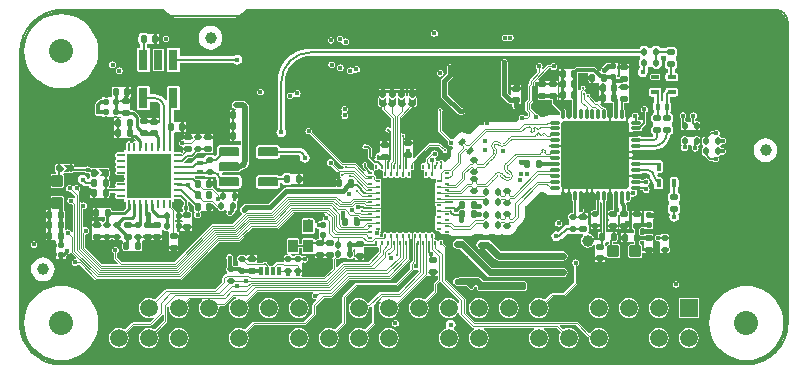
<source format=gbl>
G04*
G04 #@! TF.GenerationSoftware,Altium Limited,CircuitStudio,1.5.2 (30)*
G04*
G04 Layer_Physical_Order=4*
G04 Layer_Color=16711680*
%FSLAX25Y25*%
%MOIN*%
G70*
G01*
G75*
%ADD10C,0.00768*%
%ADD11C,0.03937*%
G04:AMPARAMS|DCode=15|XSize=23.62mil|YSize=19.69mil|CornerRadius=4.92mil|HoleSize=0mil|Usage=FLASHONLY|Rotation=180.000|XOffset=0mil|YOffset=0mil|HoleType=Round|Shape=RoundedRectangle|*
%AMROUNDEDRECTD15*
21,1,0.02362,0.00984,0,0,180.0*
21,1,0.01378,0.01969,0,0,180.0*
1,1,0.00984,-0.00689,0.00492*
1,1,0.00984,0.00689,0.00492*
1,1,0.00984,0.00689,-0.00492*
1,1,0.00984,-0.00689,-0.00492*
%
%ADD15ROUNDEDRECTD15*%
G04:AMPARAMS|DCode=16|XSize=23.62mil|YSize=19.69mil|CornerRadius=4.92mil|HoleSize=0mil|Usage=FLASHONLY|Rotation=270.000|XOffset=0mil|YOffset=0mil|HoleType=Round|Shape=RoundedRectangle|*
%AMROUNDEDRECTD16*
21,1,0.02362,0.00984,0,0,270.0*
21,1,0.01378,0.01969,0,0,270.0*
1,1,0.00984,-0.00492,-0.00689*
1,1,0.00984,-0.00492,0.00689*
1,1,0.00984,0.00492,0.00689*
1,1,0.00984,0.00492,-0.00689*
%
%ADD16ROUNDEDRECTD16*%
G04:AMPARAMS|DCode=20|XSize=14.17mil|YSize=23mil|CornerRadius=0.71mil|HoleSize=0mil|Usage=FLASHONLY|Rotation=180.000|XOffset=0mil|YOffset=0mil|HoleType=Round|Shape=RoundedRectangle|*
%AMROUNDEDRECTD20*
21,1,0.01417,0.02158,0,0,180.0*
21,1,0.01276,0.02300,0,0,180.0*
1,1,0.00142,-0.00638,0.01079*
1,1,0.00142,0.00638,0.01079*
1,1,0.00142,0.00638,-0.01079*
1,1,0.00142,-0.00638,-0.01079*
%
%ADD20ROUNDEDRECTD20*%
G04:AMPARAMS|DCode=21|XSize=14.17mil|YSize=23mil|CornerRadius=0.71mil|HoleSize=0mil|Usage=FLASHONLY|Rotation=90.000|XOffset=0mil|YOffset=0mil|HoleType=Round|Shape=RoundedRectangle|*
%AMROUNDEDRECTD21*
21,1,0.01417,0.02158,0,0,90.0*
21,1,0.01276,0.02300,0,0,90.0*
1,1,0.00142,0.01079,0.00638*
1,1,0.00142,0.01079,-0.00638*
1,1,0.00142,-0.01079,-0.00638*
1,1,0.00142,-0.01079,0.00638*
%
%ADD21ROUNDEDRECTD21*%
G04:AMPARAMS|DCode=22|XSize=23.62mil|YSize=17.72mil|CornerRadius=4.43mil|HoleSize=0mil|Usage=FLASHONLY|Rotation=270.000|XOffset=0mil|YOffset=0mil|HoleType=Round|Shape=RoundedRectangle|*
%AMROUNDEDRECTD22*
21,1,0.02362,0.00886,0,0,270.0*
21,1,0.01476,0.01772,0,0,270.0*
1,1,0.00886,-0.00443,-0.00738*
1,1,0.00886,-0.00443,0.00738*
1,1,0.00886,0.00443,0.00738*
1,1,0.00886,0.00443,-0.00738*
%
%ADD22ROUNDEDRECTD22*%
G04:AMPARAMS|DCode=23|XSize=23.62mil|YSize=17.72mil|CornerRadius=4.43mil|HoleSize=0mil|Usage=FLASHONLY|Rotation=0.000|XOffset=0mil|YOffset=0mil|HoleType=Round|Shape=RoundedRectangle|*
%AMROUNDEDRECTD23*
21,1,0.02362,0.00886,0,0,0.0*
21,1,0.01476,0.01772,0,0,0.0*
1,1,0.00886,0.00738,-0.00443*
1,1,0.00886,-0.00738,-0.00443*
1,1,0.00886,-0.00738,0.00443*
1,1,0.00886,0.00738,0.00443*
%
%ADD23ROUNDEDRECTD23*%
%ADD26R,0.16496X0.10492*%
G04:AMPARAMS|DCode=29|XSize=21.65mil|YSize=17.72mil|CornerRadius=4.43mil|HoleSize=0mil|Usage=FLASHONLY|Rotation=90.000|XOffset=0mil|YOffset=0mil|HoleType=Round|Shape=RoundedRectangle|*
%AMROUNDEDRECTD29*
21,1,0.02165,0.00886,0,0,90.0*
21,1,0.01280,0.01772,0,0,90.0*
1,1,0.00886,0.00443,0.00640*
1,1,0.00886,0.00443,-0.00640*
1,1,0.00886,-0.00443,-0.00640*
1,1,0.00886,-0.00443,0.00640*
%
%ADD29ROUNDEDRECTD29*%
G04:AMPARAMS|DCode=30|XSize=21.65mil|YSize=17.72mil|CornerRadius=4.43mil|HoleSize=0mil|Usage=FLASHONLY|Rotation=180.000|XOffset=0mil|YOffset=0mil|HoleType=Round|Shape=RoundedRectangle|*
%AMROUNDEDRECTD30*
21,1,0.02165,0.00886,0,0,180.0*
21,1,0.01280,0.01772,0,0,180.0*
1,1,0.00886,-0.00640,0.00443*
1,1,0.00886,0.00640,0.00443*
1,1,0.00886,0.00640,-0.00443*
1,1,0.00886,-0.00640,-0.00443*
%
%ADD30ROUNDEDRECTD30*%
%ADD44C,0.02400*%
%ADD45C,0.01000*%
%ADD46C,0.01200*%
%ADD47C,0.00800*%
%ADD48C,0.00400*%
%ADD49C,0.00350*%
%ADD50C,0.01600*%
%ADD51C,0.01400*%
%ADD52C,0.00600*%
%ADD53C,0.00500*%
%ADD60C,0.08000*%
%ADD61R,0.05906X0.05906*%
%ADD62C,0.05906*%
%ADD63C,0.02362*%
%ADD64C,0.03819*%
%ADD65C,0.01000*%
%ADD66C,0.01600*%
%ADD67C,0.04000*%
%ADD70C,0.02000*%
%ADD71C,0.00475*%
%ADD72C,0.00475*%
G04:AMPARAMS|DCode=73|XSize=65mil|YSize=30mil|CornerRadius=3mil|HoleSize=0mil|Usage=FLASHONLY|Rotation=180.000|XOffset=0mil|YOffset=0mil|HoleType=Round|Shape=RoundedRectangle|*
%AMROUNDEDRECTD73*
21,1,0.06500,0.02400,0,0,180.0*
21,1,0.05900,0.03000,0,0,180.0*
1,1,0.00600,-0.02950,0.01200*
1,1,0.00600,0.02950,0.01200*
1,1,0.00600,0.02950,-0.01200*
1,1,0.00600,-0.02950,-0.01200*
%
%ADD73ROUNDEDRECTD73*%
G04:AMPARAMS|DCode=74|XSize=35.43mil|YSize=43.31mil|CornerRadius=0.89mil|HoleSize=0mil|Usage=FLASHONLY|Rotation=0.000|XOffset=0mil|YOffset=0mil|HoleType=Round|Shape=RoundedRectangle|*
%AMROUNDEDRECTD74*
21,1,0.03543,0.04154,0,0,0.0*
21,1,0.03366,0.04331,0,0,0.0*
1,1,0.00177,0.01683,-0.02077*
1,1,0.00177,-0.01683,-0.02077*
1,1,0.00177,-0.01683,0.02077*
1,1,0.00177,0.01683,0.02077*
%
%ADD74ROUNDEDRECTD74*%
G04:AMPARAMS|DCode=75|XSize=64.96mil|YSize=29.92mil|CornerRadius=1.5mil|HoleSize=0mil|Usage=FLASHONLY|Rotation=90.000|XOffset=0mil|YOffset=0mil|HoleType=Round|Shape=RoundedRectangle|*
%AMROUNDEDRECTD75*
21,1,0.06496,0.02693,0,0,90.0*
21,1,0.06197,0.02992,0,0,90.0*
1,1,0.00299,0.01347,0.03098*
1,1,0.00299,0.01347,-0.03098*
1,1,0.00299,-0.01347,-0.03098*
1,1,0.00299,-0.01347,0.03098*
%
%ADD75ROUNDEDRECTD75*%
G04:AMPARAMS|DCode=76|XSize=23.62mil|YSize=17.72mil|CornerRadius=4.43mil|HoleSize=0mil|Usage=FLASHONLY|Rotation=225.000|XOffset=0mil|YOffset=0mil|HoleType=Round|Shape=RoundedRectangle|*
%AMROUNDEDRECTD76*
21,1,0.02362,0.00886,0,0,225.0*
21,1,0.01476,0.01772,0,0,225.0*
1,1,0.00886,-0.00835,-0.00209*
1,1,0.00886,0.00209,0.00835*
1,1,0.00886,0.00835,0.00209*
1,1,0.00886,-0.00209,-0.00835*
%
%ADD76ROUNDEDRECTD76*%
G04:AMPARAMS|DCode=77|XSize=25.59mil|YSize=13.78mil|CornerRadius=1.38mil|HoleSize=0mil|Usage=FLASHONLY|Rotation=90.000|XOffset=0mil|YOffset=0mil|HoleType=Round|Shape=RoundedRectangle|*
%AMROUNDEDRECTD77*
21,1,0.02559,0.01102,0,0,90.0*
21,1,0.02284,0.01378,0,0,90.0*
1,1,0.00276,0.00551,0.01142*
1,1,0.00276,0.00551,-0.01142*
1,1,0.00276,-0.00551,-0.01142*
1,1,0.00276,-0.00551,0.01142*
%
%ADD77ROUNDEDRECTD77*%
G04:AMPARAMS|DCode=78|XSize=25.59mil|YSize=13.78mil|CornerRadius=1.38mil|HoleSize=0mil|Usage=FLASHONLY|Rotation=180.000|XOffset=0mil|YOffset=0mil|HoleType=Round|Shape=RoundedRectangle|*
%AMROUNDEDRECTD78*
21,1,0.02559,0.01102,0,0,180.0*
21,1,0.02284,0.01378,0,0,180.0*
1,1,0.00276,-0.01142,0.00551*
1,1,0.00276,0.01142,0.00551*
1,1,0.00276,0.01142,-0.00551*
1,1,0.00276,-0.01142,-0.00551*
%
%ADD78ROUNDEDRECTD78*%
G04:AMPARAMS|DCode=79|XSize=29.53mil|YSize=11.81mil|CornerRadius=2.95mil|HoleSize=0mil|Usage=FLASHONLY|Rotation=270.000|XOffset=0mil|YOffset=0mil|HoleType=Round|Shape=RoundedRectangle|*
%AMROUNDEDRECTD79*
21,1,0.02953,0.00591,0,0,270.0*
21,1,0.02363,0.01181,0,0,270.0*
1,1,0.00591,-0.00295,-0.01181*
1,1,0.00591,-0.00295,0.01181*
1,1,0.00591,0.00295,0.01181*
1,1,0.00591,0.00295,-0.01181*
%
%ADD79ROUNDEDRECTD79*%
G04:AMPARAMS|DCode=80|XSize=57.09mil|YSize=53.15mil|CornerRadius=5.32mil|HoleSize=0mil|Usage=FLASHONLY|Rotation=180.000|XOffset=0mil|YOffset=0mil|HoleType=Round|Shape=RoundedRectangle|*
%AMROUNDEDRECTD80*
21,1,0.05709,0.04252,0,0,180.0*
21,1,0.04646,0.05315,0,0,180.0*
1,1,0.01063,-0.02323,0.02126*
1,1,0.01063,0.02323,0.02126*
1,1,0.01063,0.02323,-0.02126*
1,1,0.01063,-0.02323,-0.02126*
%
%ADD80ROUNDEDRECTD80*%
G04:AMPARAMS|DCode=81|XSize=15.75mil|YSize=8.66mil|CornerRadius=0.87mil|HoleSize=0mil|Usage=FLASHONLY|Rotation=180.000|XOffset=0mil|YOffset=0mil|HoleType=Round|Shape=RoundedRectangle|*
%AMROUNDEDRECTD81*
21,1,0.01575,0.00693,0,0,180.0*
21,1,0.01402,0.00866,0,0,180.0*
1,1,0.00173,-0.00701,0.00347*
1,1,0.00173,0.00701,0.00347*
1,1,0.00173,0.00701,-0.00347*
1,1,0.00173,-0.00701,-0.00347*
%
%ADD81ROUNDEDRECTD81*%
G04:AMPARAMS|DCode=82|XSize=15.75mil|YSize=8.66mil|CornerRadius=0.87mil|HoleSize=0mil|Usage=FLASHONLY|Rotation=90.000|XOffset=0mil|YOffset=0mil|HoleType=Round|Shape=RoundedRectangle|*
%AMROUNDEDRECTD82*
21,1,0.01575,0.00693,0,0,90.0*
21,1,0.01402,0.00866,0,0,90.0*
1,1,0.00173,0.00347,0.00701*
1,1,0.00173,0.00347,-0.00701*
1,1,0.00173,-0.00347,-0.00701*
1,1,0.00173,-0.00347,0.00701*
%
%ADD82ROUNDEDRECTD82*%
G04:AMPARAMS|DCode=83|XSize=173.23mil|YSize=173.23mil|CornerRadius=4.33mil|HoleSize=0mil|Usage=FLASHONLY|Rotation=180.000|XOffset=0mil|YOffset=0mil|HoleType=Round|Shape=RoundedRectangle|*
%AMROUNDEDRECTD83*
21,1,0.17323,0.16457,0,0,180.0*
21,1,0.16457,0.17323,0,0,180.0*
1,1,0.00866,-0.08228,0.08228*
1,1,0.00866,0.08228,0.08228*
1,1,0.00866,0.08228,-0.08228*
1,1,0.00866,-0.08228,-0.08228*
%
%ADD83ROUNDEDRECTD83*%
G04:AMPARAMS|DCode=84|XSize=33.47mil|YSize=11.81mil|CornerRadius=4.72mil|HoleSize=0mil|Usage=FLASHONLY|Rotation=180.000|XOffset=0mil|YOffset=0mil|HoleType=Round|Shape=RoundedRectangle|*
%AMROUNDEDRECTD84*
21,1,0.03347,0.00236,0,0,180.0*
21,1,0.02402,0.01181,0,0,180.0*
1,1,0.00945,-0.01201,0.00118*
1,1,0.00945,0.01201,0.00118*
1,1,0.00945,0.01201,-0.00118*
1,1,0.00945,-0.01201,-0.00118*
%
%ADD84ROUNDEDRECTD84*%
G04:AMPARAMS|DCode=85|XSize=33.47mil|YSize=11.81mil|CornerRadius=4.72mil|HoleSize=0mil|Usage=FLASHONLY|Rotation=90.000|XOffset=0mil|YOffset=0mil|HoleType=Round|Shape=RoundedRectangle|*
%AMROUNDEDRECTD85*
21,1,0.03347,0.00236,0,0,90.0*
21,1,0.02402,0.01181,0,0,90.0*
1,1,0.00945,0.00118,0.01201*
1,1,0.00945,0.00118,-0.01201*
1,1,0.00945,-0.00118,-0.01201*
1,1,0.00945,-0.00118,0.01201*
%
%ADD85ROUNDEDRECTD85*%
G04:AMPARAMS|DCode=86|XSize=224.41mil|YSize=224.41mil|CornerRadius=5.61mil|HoleSize=0mil|Usage=FLASHONLY|Rotation=90.000|XOffset=0mil|YOffset=0mil|HoleType=Round|Shape=RoundedRectangle|*
%AMROUNDEDRECTD86*
21,1,0.22441,0.21319,0,0,90.0*
21,1,0.21319,0.22441,0,0,90.0*
1,1,0.01122,0.10659,0.10659*
1,1,0.01122,0.10659,-0.10659*
1,1,0.01122,-0.10659,-0.10659*
1,1,0.01122,-0.10659,0.10659*
%
%ADD86ROUNDEDRECTD86*%
%ADD87R,0.14567X0.14567*%
%ADD88O,0.03150X0.00984*%
%ADD89O,0.00984X0.03150*%
G04:AMPARAMS|DCode=90|XSize=39.37mil|YSize=37.4mil|CornerRadius=1.87mil|HoleSize=0mil|Usage=FLASHONLY|Rotation=180.000|XOffset=0mil|YOffset=0mil|HoleType=Round|Shape=RoundedRectangle|*
%AMROUNDEDRECTD90*
21,1,0.03937,0.03366,0,0,180.0*
21,1,0.03563,0.03740,0,0,180.0*
1,1,0.00374,-0.01782,0.01683*
1,1,0.00374,0.01782,0.01683*
1,1,0.00374,0.01782,-0.01683*
1,1,0.00374,-0.01782,-0.01683*
%
%ADD90ROUNDEDRECTD90*%
G04:AMPARAMS|DCode=91|XSize=39.37mil|YSize=37.4mil|CornerRadius=1.87mil|HoleSize=0mil|Usage=FLASHONLY|Rotation=90.000|XOffset=0mil|YOffset=0mil|HoleType=Round|Shape=RoundedRectangle|*
%AMROUNDEDRECTD91*
21,1,0.03937,0.03366,0,0,90.0*
21,1,0.03563,0.03740,0,0,90.0*
1,1,0.00374,0.01683,0.01782*
1,1,0.00374,0.01683,-0.01782*
1,1,0.00374,-0.01683,-0.01782*
1,1,0.00374,-0.01683,0.01782*
%
%ADD91ROUNDEDRECTD91*%
%ADD92C,0.00760*%
%ADD93C,0.00475*%
%ADD94C,0.00700*%
%ADD95R,0.02692X0.01425*%
%ADD96R,0.01500X0.01900*%
G36*
X1048995Y817364D02*
X1082175D01*
X1082867Y816672D01*
X1083979Y815819D01*
X1084894Y815440D01*
X1085273Y815283D01*
X1086662Y815100D01*
X1105890D01*
X1107278Y815283D01*
X1108572Y815819D01*
X1109684Y816672D01*
X1110376Y817364D01*
X1286362D01*
X1286471Y817378D01*
X1287353Y817262D01*
X1288277Y816880D01*
X1289070Y816271D01*
X1289678Y815478D01*
X1290061Y814555D01*
X1290177Y813673D01*
X1290162Y813564D01*
Y713281D01*
X1290186Y713103D01*
X1290034Y711177D01*
X1289542Y709125D01*
X1288734Y707174D01*
X1287631Y705375D01*
X1286260Y703770D01*
X1284655Y702399D01*
X1282856Y701296D01*
X1280905Y700488D01*
X1278853Y699996D01*
X1276927Y699844D01*
X1276749Y699867D01*
X1047891Y699867D01*
X1047720Y699845D01*
X1045867Y699991D01*
X1043893Y700465D01*
X1042017Y701242D01*
X1040286Y702302D01*
X1038742Y703621D01*
X1037424Y705165D01*
X1036363Y706896D01*
X1035586Y708771D01*
X1035112Y710745D01*
X1034966Y712599D01*
X1034989Y712769D01*
X1034989Y796470D01*
Y803358D01*
X1034964Y803544D01*
X1035122Y805555D01*
X1035637Y807698D01*
X1036480Y809734D01*
X1037632Y811613D01*
X1039063Y813290D01*
X1040739Y814721D01*
X1042618Y815872D01*
X1044655Y816716D01*
X1046798Y817230D01*
X1048809Y817389D01*
X1048995Y817364D01*
D02*
G37*
%LPC*%
G36*
X1098973Y751342D02*
X1098186D01*
Y750505D01*
X1098973D01*
Y751342D01*
D02*
G37*
G36*
X1245741Y750604D02*
X1244741D01*
Y750498D01*
X1243541D01*
Y750604D01*
X1242541D01*
Y749604D01*
X1242724D01*
Y748835D01*
X1242725Y748828D01*
X1242541Y748604D01*
X1242541D01*
Y746721D01*
X1241779D01*
Y749179D01*
X1238629D01*
Y746029D01*
X1238687D01*
Y745242D01*
X1238629D01*
Y744454D01*
X1239084D01*
X1239198Y744378D01*
X1239266Y744365D01*
Y743273D01*
X1236661D01*
Y740124D01*
X1239266D01*
Y739469D01*
X1237936D01*
X1237548Y739308D01*
X1237387Y738920D01*
Y735554D01*
X1237548Y735166D01*
X1237936Y735005D01*
X1241499D01*
X1241887Y735166D01*
X1242048Y735554D01*
Y736506D01*
X1242517Y736580D01*
X1242548Y736580D01*
X1243403D01*
Y737368D01*
X1242548D01*
X1242517Y737368D01*
X1242048Y737442D01*
Y738920D01*
X1241887Y739308D01*
X1241499Y739469D01*
X1241142D01*
Y740124D01*
X1241385D01*
Y740579D01*
X1241461Y740693D01*
X1241475Y740760D01*
X1242566D01*
Y738155D01*
X1245716D01*
Y741305D01*
X1245658D01*
Y742092D01*
X1245716D01*
Y742879D01*
X1245261D01*
X1245147Y742955D01*
X1244830Y743018D01*
X1243452D01*
X1243135Y742955D01*
X1243021Y742879D01*
X1242566D01*
Y742636D01*
X1241475D01*
X1241461Y742704D01*
X1241385Y742818D01*
Y743273D01*
X1241142D01*
Y744365D01*
X1241210Y744378D01*
X1241324Y744454D01*
X1241779D01*
Y744845D01*
X1242541D01*
Y744604D01*
X1243541D01*
Y744710D01*
X1244741D01*
Y744604D01*
X1245741D01*
Y745604D01*
X1245559D01*
Y746374D01*
X1245558Y746381D01*
X1245741Y746604D01*
X1245741D01*
Y748104D01*
X1246082Y748172D01*
X1246452Y748420D01*
X1246700Y748790D01*
X1246786Y749227D01*
X1246700Y749664D01*
X1246452Y750035D01*
X1246082Y750282D01*
X1245741Y750350D01*
Y750604D01*
D02*
G37*
G36*
X1241828Y750753D02*
X1240942D01*
Y749966D01*
X1241828D01*
Y750753D01*
D02*
G37*
G36*
X1107176Y756959D02*
X1106585D01*
Y756172D01*
X1107176D01*
Y756959D01*
D02*
G37*
G36*
X1128796Y760496D02*
X1128009D01*
Y759659D01*
X1128796D01*
Y760496D01*
D02*
G37*
G36*
X1059613Y751656D02*
X1058826D01*
Y750819D01*
X1059613D01*
Y751656D01*
D02*
G37*
G36*
X1058813Y755943D02*
X1058026D01*
Y755106D01*
X1058813D01*
Y755943D01*
D02*
G37*
G36*
X1239466Y750753D02*
X1238629D01*
Y749966D01*
X1239466D01*
Y750753D01*
D02*
G37*
G36*
X1044013Y748443D02*
X1043226D01*
Y747905D01*
X1043226Y747606D01*
Y747506D01*
Y747405D01*
X1043226Y747106D01*
Y746519D01*
X1044013D01*
Y747106D01*
X1044013Y747405D01*
Y747506D01*
Y747606D01*
X1044013Y747905D01*
Y748443D01*
D02*
G37*
G36*
X1059437Y747231D02*
X1058601D01*
Y746443D01*
X1059437D01*
Y747231D01*
D02*
G37*
G36*
X1214165Y747681D02*
X1213728Y747594D01*
X1213357Y747346D01*
X1213110Y746976D01*
X1213023Y746539D01*
X1213110Y746102D01*
X1213357Y745731D01*
X1213728Y745484D01*
X1214165Y745397D01*
X1214602Y745484D01*
X1214972Y745731D01*
X1215220Y746102D01*
X1215306Y746539D01*
X1215220Y746976D01*
X1214972Y747346D01*
X1214602Y747594D01*
X1214165Y747681D01*
D02*
G37*
G36*
X1253186Y762023D02*
X1252083D01*
X1251718Y761950D01*
X1251407Y761743D01*
X1251200Y761433D01*
X1251127Y761067D01*
Y758783D01*
X1251200Y758418D01*
X1251407Y758107D01*
X1251428Y758094D01*
Y757022D01*
X1251055Y756773D01*
X1250770Y756346D01*
X1250669Y755842D01*
Y754857D01*
X1250770Y754353D01*
X1251055Y753926D01*
X1251101Y753895D01*
Y752867D01*
X1251055Y752836D01*
X1250770Y752409D01*
X1250669Y751905D01*
Y750920D01*
X1250770Y750416D01*
X1251055Y749989D01*
X1251449Y749726D01*
X1251168Y749305D01*
X1251044Y748681D01*
X1251168Y748057D01*
X1251522Y747528D01*
X1252051Y747174D01*
X1252676Y747050D01*
X1253300Y747174D01*
X1253829Y747528D01*
X1254183Y748057D01*
X1254307Y748681D01*
X1254183Y749305D01*
X1253902Y749726D01*
X1254296Y749989D01*
X1254582Y750416D01*
X1254682Y750920D01*
Y751905D01*
X1254582Y752409D01*
X1254296Y752836D01*
X1254250Y752867D01*
Y753895D01*
X1254296Y753926D01*
X1254582Y754353D01*
X1254682Y754857D01*
Y755842D01*
X1254582Y756346D01*
X1254296Y756773D01*
X1253869Y757059D01*
X1253842Y757064D01*
Y758094D01*
X1253862Y758107D01*
X1254069Y758418D01*
X1254142Y758783D01*
Y761067D01*
X1254069Y761433D01*
X1253862Y761743D01*
X1253552Y761950D01*
X1253186Y762023D01*
D02*
G37*
G36*
X1044013Y750805D02*
X1043226D01*
Y749919D01*
X1044013D01*
Y750805D01*
D02*
G37*
G36*
X1127576Y721582D02*
X1126721Y721470D01*
X1125925Y721140D01*
X1125241Y720615D01*
X1124717Y719932D01*
X1124387Y719136D01*
X1124275Y718281D01*
X1124387Y717427D01*
X1124717Y716631D01*
X1125241Y715947D01*
X1125925Y715422D01*
X1126721Y715093D01*
X1127576Y714980D01*
X1128430Y715093D01*
X1129226Y715422D01*
X1129910Y715947D01*
X1130434Y716631D01*
X1130764Y717427D01*
X1130877Y718281D01*
X1130764Y719136D01*
X1130434Y719932D01*
X1129910Y720615D01*
X1129226Y721140D01*
X1128430Y721470D01*
X1127576Y721582D01*
D02*
G37*
G36*
X1059613Y749343D02*
X1058826D01*
Y748506D01*
X1059613D01*
Y749343D01*
D02*
G37*
G36*
X1266776Y777723D02*
X1266339Y777636D01*
X1265968Y777389D01*
X1265908Y777299D01*
X1265076D01*
X1264801Y777244D01*
X1264568Y777088D01*
X1262877Y775397D01*
X1262733D01*
X1262435Y775338D01*
X1262317Y775259D01*
X1262176D01*
Y775159D01*
X1262014Y774917D01*
X1261955Y774619D01*
Y773143D01*
X1262014Y772845D01*
X1262176Y772603D01*
Y772503D01*
X1262176D01*
X1262191Y772003D01*
X1262176Y771959D01*
D01*
X1262075Y771746D01*
X1262014Y771617D01*
X1261997Y771533D01*
X1261955Y771319D01*
Y769843D01*
X1262014Y769545D01*
X1262176Y769303D01*
Y769203D01*
X1262317D01*
X1262435Y769124D01*
X1262663Y769079D01*
X1264268Y767474D01*
X1264501Y767318D01*
X1264546Y767309D01*
X1264776Y767264D01*
X1265608D01*
X1265668Y767174D01*
X1266039Y766926D01*
X1266476Y766839D01*
X1266913Y766926D01*
X1267283Y767174D01*
X1267531Y767544D01*
X1267618Y767981D01*
X1267531Y768418D01*
X1267432Y768565D01*
X1267554Y768892D01*
X1267682Y769078D01*
X1267721Y769086D01*
X1267916Y769124D01*
X1268176Y769187D01*
X1268176Y769187D01*
X1268596Y769494D01*
X1268828Y769449D01*
X1268876Y769439D01*
X1269313Y769526D01*
X1269683Y769774D01*
X1269931Y770144D01*
X1270018Y770581D01*
X1269931Y771018D01*
X1269683Y771389D01*
X1269313Y771636D01*
X1268876Y771723D01*
X1268828Y771713D01*
X1268596Y771668D01*
X1268176Y771959D01*
Y771959D01*
X1268176Y771959D01*
X1268103Y772288D01*
X1268176Y772487D01*
D01*
X1268504Y772851D01*
X1268851Y772864D01*
X1268976Y772839D01*
X1269413Y772926D01*
X1269783Y773174D01*
X1270031Y773544D01*
X1270117Y773981D01*
X1270031Y774418D01*
X1269783Y774789D01*
X1269413Y775036D01*
X1268976Y775123D01*
X1268781Y775084D01*
X1268633Y775055D01*
X1268176Y775259D01*
Y775259D01*
X1267834Y775446D01*
X1267703Y775953D01*
X1267831Y776144D01*
X1267918Y776581D01*
X1267831Y777018D01*
X1267583Y777389D01*
X1267213Y777636D01*
X1266776Y777723D01*
D02*
G37*
G36*
X1155437Y773846D02*
X1154600D01*
Y773058D01*
X1155437D01*
Y773846D01*
D02*
G37*
G36*
X1120283Y772689D02*
X1114383D01*
X1113953Y772604D01*
X1113590Y772361D01*
X1113346Y771997D01*
X1113261Y771568D01*
Y769168D01*
X1113346Y768739D01*
X1113590Y768375D01*
X1113953Y768131D01*
X1114383Y768046D01*
X1120283D01*
X1120712Y768131D01*
X1121076Y768375D01*
X1121319Y768739D01*
X1121403Y769161D01*
X1127536D01*
Y769150D01*
X1127646Y769128D01*
X1128017Y768648D01*
X1127952Y768321D01*
X1128076Y767696D01*
X1128430Y767167D01*
X1128959Y766813D01*
X1129583Y766689D01*
X1130208Y766813D01*
X1130737Y767167D01*
X1131091Y767696D01*
X1131215Y768321D01*
X1131091Y768945D01*
X1130737Y769474D01*
X1130486Y769641D01*
X1130359Y769950D01*
X1129841Y770625D01*
X1129166Y771143D01*
X1128380Y771468D01*
X1127536Y771579D01*
Y771575D01*
X1121403D01*
X1121319Y771997D01*
X1121076Y772361D01*
X1120712Y772604D01*
X1120283Y772689D01*
D02*
G37*
G36*
X1283127Y774856D02*
X1282099Y774721D01*
X1281141Y774324D01*
X1280319Y773693D01*
X1279688Y772871D01*
X1279291Y771913D01*
X1279156Y770886D01*
X1279291Y769858D01*
X1279688Y768900D01*
X1280319Y768078D01*
X1281141Y767447D01*
X1282099Y767050D01*
X1283127Y766915D01*
X1284155Y767050D01*
X1285112Y767447D01*
X1285935Y768078D01*
X1286566Y768900D01*
X1286962Y769858D01*
X1287098Y770886D01*
X1286962Y771913D01*
X1286566Y772871D01*
X1285935Y773693D01*
X1285112Y774324D01*
X1284155Y774721D01*
X1283127Y774856D01*
D02*
G37*
G36*
X1066813Y775843D02*
X1066026D01*
Y775006D01*
X1066813D01*
Y775843D01*
D02*
G37*
G36*
X1260618Y775497D02*
X1259733D01*
X1259435Y775438D01*
X1259317Y775359D01*
X1257034D01*
X1256916Y775438D01*
X1256618Y775497D01*
X1255733D01*
X1255435Y775438D01*
X1255317Y775359D01*
X1255176D01*
Y775259D01*
X1255014Y775017D01*
X1254955Y774719D01*
Y773405D01*
X1254955Y773243D01*
X1255014Y772945D01*
D01*
Y772945D01*
D01*
X1255160Y772503D01*
X1255104Y772133D01*
X1255034Y771781D01*
X1255121Y771344D01*
X1255368Y770974D01*
X1255739Y770726D01*
X1256176Y770639D01*
X1256613Y770726D01*
X1256983Y770974D01*
X1257231Y771344D01*
X1257318Y771781D01*
X1257253Y772103D01*
X1257455Y772470D01*
X1257575Y772603D01*
X1258410D01*
X1258677Y772103D01*
X1258621Y772018D01*
X1258534Y771581D01*
X1258621Y771144D01*
X1258868Y770774D01*
X1259239Y770526D01*
X1259676Y770439D01*
X1260113Y770526D01*
X1260483Y770774D01*
X1260731Y771144D01*
X1260818Y771581D01*
X1260738Y771979D01*
X1260738Y772038D01*
X1260896Y772468D01*
X1260970Y772560D01*
X1261011Y772587D01*
X1261176D01*
Y772703D01*
X1261337Y772945D01*
X1261396Y773243D01*
Y774719D01*
X1261337Y775017D01*
X1261176Y775259D01*
Y775359D01*
X1261034D01*
X1260916Y775438D01*
X1260618Y775497D01*
D02*
G37*
G36*
X1165607Y774423D02*
X1164771D01*
Y773635D01*
X1165607D01*
Y774423D01*
D02*
G37*
G36*
X1105248Y774924D02*
X1104461D01*
Y774087D01*
X1105248D01*
Y774924D01*
D02*
G37*
G36*
X1128796Y762809D02*
X1128009D01*
Y761972D01*
X1128796D01*
Y762809D01*
D02*
G37*
G36*
X1117576Y721582D02*
X1116721Y721470D01*
X1115925Y721140D01*
X1115241Y720615D01*
X1114717Y719932D01*
X1114387Y719136D01*
X1114275Y718281D01*
X1114387Y717427D01*
X1114717Y716631D01*
X1115241Y715947D01*
X1115925Y715422D01*
X1116721Y715093D01*
X1117576Y714980D01*
X1118430Y715093D01*
X1119226Y715422D01*
X1119910Y715947D01*
X1120434Y716631D01*
X1120764Y717427D01*
X1120877Y718281D01*
X1120764Y719136D01*
X1120434Y719932D01*
X1119910Y720615D01*
X1119226Y721140D01*
X1118430Y721470D01*
X1117576Y721582D01*
D02*
G37*
G36*
X1098973Y761332D02*
X1098186D01*
Y760496D01*
X1098973D01*
Y761332D01*
D02*
G37*
G36*
X1140613Y761405D02*
X1139826D01*
Y760519D01*
X1140613D01*
Y761405D01*
D02*
G37*
G36*
X1257576Y711582D02*
X1256721Y711470D01*
X1255925Y711140D01*
X1255241Y710615D01*
X1254717Y709932D01*
X1254387Y709135D01*
X1254275Y708281D01*
X1254387Y707427D01*
X1254717Y706631D01*
X1255241Y705947D01*
X1255925Y705422D01*
X1256721Y705093D01*
X1257576Y704980D01*
X1258430Y705093D01*
X1259226Y705422D01*
X1259910Y705947D01*
X1260434Y706631D01*
X1260764Y707427D01*
X1260877Y708281D01*
X1260764Y709135D01*
X1260434Y709932D01*
X1259910Y710615D01*
X1259226Y711140D01*
X1258430Y711470D01*
X1257576Y711582D01*
D02*
G37*
G36*
X1247576D02*
X1246721Y711470D01*
X1245925Y711140D01*
X1245241Y710615D01*
X1244717Y709932D01*
X1244387Y709135D01*
X1244275Y708281D01*
X1244387Y707427D01*
X1244717Y706631D01*
X1245241Y705947D01*
X1245925Y705422D01*
X1246721Y705093D01*
X1247576Y704980D01*
X1248430Y705093D01*
X1249226Y705422D01*
X1249910Y705947D01*
X1250434Y706631D01*
X1250764Y707427D01*
X1250877Y708281D01*
X1250764Y709135D01*
X1250434Y709932D01*
X1249910Y710615D01*
X1249226Y711140D01*
X1248430Y711470D01*
X1247576Y711582D01*
D02*
G37*
G36*
X1159776Y714323D02*
X1159339Y714236D01*
X1158968Y713989D01*
X1158721Y713618D01*
X1158634Y713181D01*
X1158721Y712744D01*
X1158968Y712374D01*
X1159339Y712126D01*
X1159776Y712039D01*
X1160213Y712126D01*
X1160583Y712374D01*
X1160831Y712744D01*
X1160917Y713181D01*
X1160831Y713618D01*
X1160583Y713989D01*
X1160213Y714236D01*
X1159776Y714323D01*
D02*
G37*
G36*
X1124170Y763240D02*
X1123186D01*
X1122682Y763140D01*
X1122254Y762854D01*
X1121978Y762441D01*
X1120956D01*
X1120712Y762604D01*
X1120283Y762689D01*
X1114383D01*
X1113953Y762604D01*
X1113590Y762361D01*
X1113346Y761997D01*
X1113261Y761568D01*
Y759168D01*
X1113346Y758739D01*
X1113590Y758375D01*
X1113953Y758132D01*
X1114383Y758046D01*
X1120283D01*
X1120712Y758132D01*
X1121076Y758375D01*
X1121319Y758739D01*
X1121404Y759168D01*
Y760027D01*
X1121978D01*
X1122254Y759613D01*
X1122682Y759328D01*
X1123186Y759227D01*
X1124170D01*
X1124674Y759328D01*
X1125102Y759613D01*
X1125132Y759659D01*
X1127221D01*
Y762809D01*
X1125132D01*
X1125102Y762854D01*
X1124674Y763140D01*
X1124170Y763240D01*
D02*
G37*
G36*
X1187576Y721582D02*
X1186721Y721470D01*
X1185925Y721140D01*
X1185241Y720615D01*
X1184717Y719932D01*
X1184387Y719136D01*
X1184275Y718281D01*
X1184387Y717427D01*
X1184717Y716631D01*
X1185241Y715947D01*
X1185925Y715422D01*
X1186721Y715093D01*
X1187576Y714980D01*
X1188430Y715093D01*
X1189226Y715422D01*
X1189910Y715947D01*
X1190434Y716631D01*
X1190764Y717427D01*
X1190877Y718281D01*
X1190764Y719136D01*
X1190434Y719932D01*
X1189910Y720615D01*
X1189226Y721140D01*
X1188430Y721470D01*
X1187576Y721582D01*
D02*
G37*
G36*
X1113600Y735861D02*
X1112714D01*
Y735073D01*
X1113600D01*
Y735861D01*
D02*
G37*
G36*
X1247576Y721582D02*
X1246721Y721470D01*
X1245925Y721140D01*
X1245241Y720615D01*
X1244717Y719932D01*
X1244387Y719136D01*
X1244275Y718281D01*
X1244387Y717427D01*
X1244717Y716631D01*
X1245241Y715947D01*
X1245925Y715422D01*
X1246721Y715093D01*
X1247576Y714980D01*
X1248430Y715093D01*
X1249226Y715422D01*
X1249910Y715947D01*
X1250434Y716631D01*
X1250764Y717427D01*
X1250877Y718281D01*
X1250764Y719136D01*
X1250434Y719932D01*
X1249910Y720615D01*
X1249226Y721140D01*
X1248430Y721470D01*
X1247576Y721582D01*
D02*
G37*
G36*
X1260848Y721554D02*
X1254303D01*
Y715008D01*
X1260848D01*
Y721554D01*
D02*
G37*
G36*
X1237576Y721582D02*
X1236721Y721470D01*
X1235925Y721140D01*
X1235241Y720615D01*
X1234717Y719932D01*
X1234387Y719136D01*
X1234275Y718281D01*
X1234387Y717427D01*
X1234717Y716631D01*
X1235241Y715947D01*
X1235925Y715422D01*
X1236721Y715093D01*
X1237576Y714980D01*
X1238430Y715093D01*
X1239226Y715422D01*
X1239910Y715947D01*
X1240434Y716631D01*
X1240764Y717427D01*
X1240877Y718281D01*
X1240764Y719136D01*
X1240434Y719932D01*
X1239910Y720615D01*
X1239226Y721140D01*
X1238430Y721470D01*
X1237576Y721582D01*
D02*
G37*
G36*
X1087450Y738019D02*
X1086614D01*
Y737231D01*
X1087450D01*
Y738019D01*
D02*
G37*
G36*
X1085137D02*
X1084301D01*
Y737231D01*
X1085137D01*
Y738019D01*
D02*
G37*
G36*
X1245716Y737368D02*
X1244879D01*
Y736580D01*
X1245716D01*
Y737368D01*
D02*
G37*
G36*
X1219876Y734523D02*
X1219439Y734436D01*
X1219068Y734189D01*
X1218821Y733818D01*
X1218734Y733381D01*
X1218821Y732944D01*
X1219068Y732574D01*
X1219313Y732410D01*
Y726914D01*
X1215642Y723244D01*
X1211976D01*
X1211578Y723079D01*
X1209459Y720961D01*
X1209226Y721140D01*
X1208430Y721470D01*
X1207576Y721582D01*
X1206721Y721470D01*
X1205925Y721140D01*
X1205241Y720615D01*
X1204717Y719932D01*
X1204387Y719136D01*
X1204275Y718281D01*
X1204387Y717427D01*
X1204717Y716631D01*
X1205241Y715947D01*
X1205925Y715422D01*
X1206721Y715093D01*
X1207576Y714980D01*
X1208430Y715093D01*
X1209226Y715422D01*
X1209910Y715947D01*
X1210434Y716631D01*
X1210764Y717427D01*
X1210877Y718281D01*
X1210764Y719136D01*
X1210434Y719932D01*
X1210255Y720165D01*
X1212209Y722118D01*
X1215876D01*
X1216274Y722283D01*
X1220274Y726283D01*
X1220274Y726283D01*
X1220438Y726681D01*
Y732410D01*
X1220683Y732574D01*
X1220931Y732944D01*
X1221017Y733381D01*
X1220931Y733818D01*
X1220683Y734189D01*
X1220313Y734436D01*
X1219876Y734523D01*
D02*
G37*
G36*
X1181976Y741131D02*
X1180376D01*
X1179782Y741013D01*
X1179280Y740677D01*
X1178944Y740174D01*
X1178826Y739581D01*
X1178944Y738988D01*
X1179280Y738485D01*
X1179782Y738149D01*
X1180376Y738031D01*
X1181334D01*
X1190280Y729085D01*
X1190783Y728749D01*
X1191376Y728631D01*
X1215676D01*
X1216269Y728749D01*
X1216772Y729085D01*
X1217107Y729588D01*
X1217225Y730181D01*
X1217107Y730774D01*
X1216772Y731277D01*
X1216269Y731613D01*
X1215676Y731731D01*
X1192017D01*
X1183072Y740677D01*
X1182569Y741013D01*
X1181976Y741131D01*
D02*
G37*
G36*
X1187721Y728482D02*
X1180977D01*
X1180884Y728444D01*
X1180785Y728424D01*
X1180677Y728352D01*
X1180376Y728292D01*
X1180306Y728306D01*
X1180299Y728305D01*
X1180293Y728308D01*
X1180170Y728279D01*
X1180046Y728254D01*
X1180042Y728249D01*
X1180035Y728247D01*
X1179937Y728176D01*
X1179739Y728136D01*
X1179368Y727889D01*
X1179121Y727518D01*
X1179034Y727081D01*
X1179121Y726644D01*
X1179368Y726274D01*
X1179460Y726212D01*
X1179494Y726131D01*
X1179931Y725694D01*
X1180176Y725593D01*
X1183574D01*
X1184031Y725136D01*
X1184834Y724333D01*
X1184850Y724326D01*
X1184857Y724311D01*
X1184970Y724276D01*
X1185079Y724231D01*
X1185095Y724237D01*
X1185110Y724232D01*
X1185372Y724256D01*
X1185487Y724317D01*
X1185603Y724374D01*
X1185986Y724817D01*
X1186014Y724902D01*
X1186064Y724976D01*
X1186114Y725229D01*
X1186219Y725385D01*
X1186375Y725490D01*
X1186560Y725527D01*
X1186745Y725490D01*
X1186902Y725385D01*
X1187006Y725229D01*
X1187043Y725044D01*
X1187004Y724849D01*
X1187020Y724771D01*
X1187009Y724693D01*
X1187040Y724574D01*
X1187077Y724525D01*
X1187090Y724465D01*
X1187353Y724084D01*
X1187381Y724066D01*
X1187393Y724036D01*
X1187489Y723997D01*
X1187576Y723940D01*
X1187608Y723947D01*
X1187638Y723935D01*
X1202876D01*
X1203121Y724036D01*
X1203621Y724536D01*
X1203722Y724781D01*
Y726381D01*
X1203621Y726626D01*
X1203179Y727068D01*
X1202934Y727169D01*
X1189177D01*
X1187965Y728381D01*
X1187721Y728482D01*
D02*
G37*
G36*
X1042280Y735185D02*
X1041253Y735050D01*
X1040295Y734653D01*
X1039472Y734022D01*
X1038841Y733200D01*
X1038445Y732242D01*
X1038309Y731214D01*
X1038445Y730186D01*
X1038841Y729229D01*
X1039472Y728406D01*
X1040295Y727775D01*
X1041253Y727379D01*
X1042280Y727243D01*
X1043308Y727379D01*
X1044266Y727775D01*
X1045088Y728406D01*
X1045719Y729229D01*
X1046116Y730186D01*
X1046251Y731214D01*
X1046116Y732242D01*
X1045719Y733200D01*
X1045088Y734022D01*
X1044266Y734653D01*
X1043308Y735050D01*
X1042280Y735185D01*
D02*
G37*
G36*
X1253276Y727323D02*
X1252839Y727236D01*
X1252468Y726989D01*
X1252221Y726618D01*
X1252134Y726181D01*
X1252221Y725744D01*
X1252468Y725374D01*
X1252839Y725126D01*
X1253276Y725039D01*
X1253713Y725126D01*
X1254083Y725374D01*
X1254331Y725744D01*
X1254418Y726181D01*
X1254331Y726618D01*
X1254083Y726989D01*
X1253713Y727236D01*
X1253276Y727323D01*
D02*
G37*
G36*
X1190376Y740931D02*
X1188276D01*
X1187683Y740813D01*
X1187180Y740477D01*
X1186844Y739974D01*
X1186726Y739381D01*
X1186844Y738788D01*
X1187180Y738285D01*
X1187683Y737949D01*
X1188276Y737831D01*
X1189734D01*
X1193080Y734485D01*
X1193583Y734149D01*
X1194176Y734031D01*
X1215676D01*
X1216269Y734149D01*
X1216772Y734485D01*
X1217107Y734988D01*
X1217225Y735581D01*
X1217107Y736174D01*
X1216772Y736677D01*
X1216269Y737013D01*
X1215676Y737131D01*
X1194818D01*
X1191471Y740477D01*
X1190969Y740813D01*
X1190376Y740931D01*
D02*
G37*
G36*
X1229550Y734419D02*
X1228714D01*
Y733632D01*
X1229550D01*
Y734419D01*
D02*
G37*
G36*
X1227237D02*
X1226352D01*
Y733632D01*
X1227237D01*
Y734419D01*
D02*
G37*
G36*
X1039276Y740623D02*
X1038839Y740536D01*
X1038468Y740289D01*
X1038221Y739918D01*
X1038134Y739481D01*
X1038221Y739044D01*
X1038468Y738674D01*
X1038839Y738426D01*
X1039276Y738339D01*
X1039713Y738426D01*
X1040083Y738674D01*
X1040331Y739044D01*
X1040417Y739481D01*
X1040331Y739918D01*
X1040083Y740289D01*
X1039713Y740536D01*
X1039276Y740623D01*
D02*
G37*
G36*
X1231592Y745242D02*
X1230706D01*
Y744454D01*
X1231592D01*
Y745242D01*
D02*
G37*
G36*
X1091985Y744895D02*
X1091148D01*
Y744108D01*
X1091985D01*
Y744895D01*
D02*
G37*
G36*
X1088835Y744895D02*
X1088434Y744895D01*
X1088335Y744895D01*
X1087997D01*
Y744108D01*
X1088335D01*
X1088587Y744108D01*
X1088841Y744108D01*
X1089087Y744108D01*
X1089672D01*
Y744895D01*
X1089087D01*
X1088835Y744895D01*
D02*
G37*
G36*
X1233905Y745242D02*
X1233068D01*
Y744454D01*
X1233905D01*
Y745242D01*
D02*
G37*
G36*
X1197576Y721582D02*
X1196721Y721470D01*
X1195925Y721140D01*
X1195241Y720615D01*
X1194717Y719932D01*
X1194387Y719136D01*
X1194275Y718281D01*
X1194387Y717427D01*
X1194717Y716631D01*
X1195241Y715947D01*
X1195925Y715422D01*
X1196721Y715093D01*
X1197576Y714980D01*
X1198430Y715093D01*
X1199226Y715422D01*
X1199910Y715947D01*
X1200434Y716631D01*
X1200764Y717427D01*
X1200877Y718281D01*
X1200764Y719136D01*
X1200434Y719932D01*
X1199910Y720615D01*
X1199226Y721140D01*
X1198430Y721470D01*
X1197576Y721582D01*
D02*
G37*
G36*
X1237645Y745242D02*
X1236808D01*
Y744454D01*
X1237645D01*
Y745242D01*
D02*
G37*
G36*
X1235332D02*
X1234446D01*
Y744454D01*
X1235332D01*
Y745242D01*
D02*
G37*
G36*
X1227576Y721582D02*
X1226721Y721470D01*
X1225925Y721140D01*
X1225241Y720615D01*
X1224717Y719932D01*
X1224387Y719136D01*
X1224275Y718281D01*
X1224387Y717427D01*
X1224717Y716631D01*
X1225241Y715947D01*
X1225925Y715422D01*
X1226721Y715093D01*
X1227576Y714980D01*
X1228430Y715093D01*
X1229226Y715422D01*
X1229910Y715947D01*
X1230434Y716631D01*
X1230764Y717427D01*
X1230877Y718281D01*
X1230764Y719136D01*
X1230434Y719932D01*
X1229910Y720615D01*
X1229226Y721140D01*
X1228430Y721470D01*
X1227576Y721582D01*
D02*
G37*
G36*
X1081896Y741696D02*
X1081060D01*
Y740909D01*
X1081896D01*
Y741696D01*
D02*
G37*
G36*
X1044013Y741643D02*
X1043226D01*
Y740806D01*
X1044013D01*
Y741643D01*
D02*
G37*
G36*
X1235873Y740960D02*
X1235086D01*
Y740124D01*
X1235873D01*
Y740960D01*
D02*
G37*
G36*
X1078747Y741696D02*
X1078747D01*
D01*
X1078247Y741696D01*
X1077910D01*
Y740909D01*
X1078247D01*
X1078747Y740909D01*
X1078747D01*
X1079247Y740909D01*
X1079583D01*
Y741696D01*
X1079247D01*
X1078747Y741696D01*
D02*
G37*
G36*
X1044013Y745043D02*
X1043226D01*
Y744505D01*
X1043226Y744206D01*
Y744106D01*
Y744005D01*
X1043226Y743706D01*
Y743119D01*
X1044013D01*
Y743706D01*
X1044013Y744005D01*
Y744106D01*
Y744206D01*
X1044013Y744505D01*
Y745043D01*
D02*
G37*
G36*
X1250214Y742902D02*
X1248737D01*
X1248440Y742843D01*
X1248198Y742681D01*
X1248098D01*
X1248098Y742681D01*
X1247635Y742771D01*
X1247376Y742823D01*
X1246939Y742736D01*
X1246568Y742489D01*
X1246321Y742118D01*
X1246234Y741681D01*
X1246321Y741244D01*
X1246568Y740874D01*
X1246939Y740626D01*
X1247376Y740539D01*
X1247598Y740583D01*
X1248098Y740261D01*
Y738540D01*
X1248019Y738422D01*
X1247960Y738124D01*
Y737238D01*
X1248019Y736940D01*
X1248082Y736846D01*
Y736681D01*
X1248198D01*
X1248440Y736519D01*
X1248737Y736460D01*
X1250214D01*
X1250511Y736519D01*
X1250753Y736681D01*
X1250854D01*
Y736822D01*
X1250932Y736940D01*
X1250954Y737047D01*
X1251167Y737190D01*
X1251348Y737461D01*
X1251412Y737781D01*
X1251348Y738101D01*
X1251167Y738372D01*
X1250896Y738553D01*
X1250854Y738562D01*
Y740822D01*
X1250932Y740941D01*
X1250992Y741238D01*
Y742124D01*
X1250932Y742422D01*
X1250854Y742540D01*
Y742681D01*
X1250753D01*
X1250511Y742843D01*
X1250214Y742902D01*
D02*
G37*
G36*
X1235873Y743322D02*
X1235086D01*
Y742437D01*
X1235873D01*
Y743322D01*
D02*
G37*
G36*
X1090037Y776331D02*
X1089201D01*
Y775543D01*
X1090037D01*
Y776331D01*
D02*
G37*
G36*
X1067726Y798523D02*
X1067289Y798436D01*
X1066918Y798189D01*
X1066671Y797818D01*
X1066584Y797381D01*
X1066671Y796944D01*
X1066918Y796574D01*
X1067289Y796326D01*
X1067726Y796239D01*
X1068163Y796326D01*
X1068533Y796574D01*
X1068781Y796944D01*
X1068867Y797381D01*
X1068781Y797818D01*
X1068533Y798189D01*
X1068163Y798436D01*
X1067726Y798523D01*
D02*
G37*
G36*
X1174676Y797723D02*
X1174239Y797636D01*
X1173868Y797389D01*
X1173621Y797018D01*
X1173534Y796581D01*
X1173621Y796144D01*
X1173868Y795774D01*
X1174239Y795526D01*
X1174676Y795439D01*
X1175113Y795526D01*
X1175483Y795774D01*
X1175731Y796144D01*
X1175817Y796581D01*
X1175731Y797018D01*
X1175483Y797389D01*
X1175113Y797636D01*
X1174676Y797723D01*
D02*
G37*
G36*
X1247461Y796387D02*
X1245178D01*
X1244828Y796242D01*
X1244682Y795891D01*
Y794789D01*
X1244828Y794439D01*
X1245178Y794293D01*
X1247461D01*
X1247812Y794439D01*
X1247957Y794789D01*
Y795891D01*
X1247812Y796242D01*
X1247461Y796387D01*
D02*
G37*
G36*
X1076335Y809894D02*
X1075351D01*
X1074847Y809793D01*
X1074420Y809508D01*
X1074134Y809081D01*
X1074034Y808576D01*
Y807198D01*
X1074134Y806694D01*
X1074420Y806267D01*
X1074636Y806122D01*
Y805072D01*
X1074446D01*
X1074075Y804999D01*
X1073761Y804789D01*
X1073551Y804475D01*
X1073477Y804104D01*
Y797907D01*
X1073551Y797537D01*
X1073761Y797223D01*
X1074075Y797013D01*
X1074446Y796939D01*
X1077139D01*
X1077509Y797013D01*
X1077823Y797223D01*
X1078033Y797537D01*
X1078107Y797907D01*
Y804104D01*
X1078033Y804475D01*
X1077823Y804789D01*
X1077509Y804999D01*
X1077139Y805072D01*
X1077050D01*
Y806122D01*
X1077267Y806267D01*
X1077298Y806313D01*
X1079387D01*
Y809462D01*
X1077298D01*
X1077267Y809508D01*
X1076840Y809793D01*
X1076335Y809894D01*
D02*
G37*
G36*
X1082139Y804613D02*
X1079446D01*
X1079086Y804464D01*
X1078937Y804104D01*
Y797907D01*
X1079086Y797548D01*
X1079446Y797399D01*
X1082139D01*
X1082498Y797548D01*
X1082647Y797907D01*
Y804104D01*
X1082498Y804464D01*
X1082139Y804613D01*
D02*
G37*
G36*
X1141376Y799523D02*
X1140939Y799436D01*
X1140568Y799189D01*
X1140321Y798818D01*
X1140234Y798381D01*
X1140321Y797944D01*
X1140568Y797574D01*
X1140939Y797326D01*
X1141376Y797239D01*
X1141813Y797326D01*
X1142183Y797574D01*
X1142431Y797944D01*
X1142517Y798381D01*
X1142431Y798818D01*
X1142183Y799189D01*
X1141813Y799436D01*
X1141376Y799523D01*
D02*
G37*
G36*
X1215113Y797956D02*
X1214326D01*
Y797119D01*
X1215113D01*
Y797956D01*
D02*
G37*
G36*
X1210676Y794061D02*
X1210504D01*
X1210332D01*
X1210176Y794061D01*
X1209446D01*
Y793273D01*
X1210176D01*
X1210332Y793273D01*
X1210504D01*
X1210676D01*
X1210832Y793273D01*
X1211513D01*
Y794061D01*
X1210832D01*
X1210676Y794061D01*
D02*
G37*
G36*
X1048402Y816190D02*
X1046469Y816038D01*
X1044584Y815586D01*
X1042792Y814843D01*
X1041138Y813830D01*
X1039664Y812571D01*
X1038404Y811096D01*
X1037391Y809443D01*
X1036649Y807651D01*
X1036196Y805766D01*
X1036044Y803832D01*
X1036196Y801899D01*
X1036649Y800013D01*
X1037391Y798222D01*
X1038404Y796568D01*
X1039664Y795094D01*
X1041138Y793834D01*
X1042792Y792821D01*
X1044584Y792079D01*
X1046469Y791626D01*
X1048402Y791474D01*
X1050336Y791626D01*
X1052221Y792079D01*
X1054013Y792821D01*
X1055666Y793834D01*
X1057141Y795094D01*
X1058400Y796568D01*
X1059414Y798222D01*
X1060156Y800013D01*
X1060608Y801899D01*
X1060760Y803832D01*
X1060608Y805766D01*
X1060156Y807651D01*
X1059414Y809443D01*
X1058400Y811096D01*
X1057141Y812571D01*
X1055666Y813830D01*
X1054013Y814843D01*
X1052221Y815586D01*
X1050336Y816038D01*
X1048402Y816190D01*
D02*
G37*
G36*
X1071625Y791956D02*
X1070838D01*
Y791119D01*
X1071625D01*
Y791956D01*
D02*
G37*
G36*
X1154945Y791411D02*
X1154158D01*
Y790821D01*
X1154945D01*
Y791411D01*
D02*
G37*
G36*
X1199253Y792602D02*
X1198417D01*
Y791814D01*
X1199253D01*
Y792602D01*
D02*
G37*
G36*
X1215113Y795643D02*
X1214326D01*
Y794905D01*
X1214326Y794806D01*
Y794606D01*
Y794405D01*
X1214326Y794306D01*
Y793519D01*
X1215113D01*
Y794306D01*
X1215113Y794405D01*
Y794606D01*
Y794806D01*
X1215113Y794905D01*
Y795643D01*
D02*
G37*
G36*
X1213826Y794061D02*
X1212989D01*
Y793273D01*
X1213826D01*
Y794061D01*
D02*
G37*
G36*
X1201615Y792602D02*
X1200729D01*
Y791814D01*
X1201615D01*
Y792602D01*
D02*
G37*
G36*
X1065476Y800523D02*
X1065039Y800436D01*
X1064668Y800189D01*
X1064421Y799818D01*
X1064334Y799381D01*
X1064421Y798944D01*
X1064668Y798574D01*
X1065039Y798326D01*
X1065476Y798239D01*
X1065913Y798326D01*
X1066283Y798574D01*
X1066531Y798944D01*
X1066617Y799381D01*
X1066531Y799818D01*
X1066283Y800189D01*
X1065913Y800436D01*
X1065476Y800523D01*
D02*
G37*
G36*
X1138276Y808723D02*
X1137839Y808636D01*
X1137468Y808389D01*
X1137221Y808018D01*
X1137134Y807581D01*
X1137221Y807144D01*
X1137468Y806774D01*
X1137839Y806526D01*
X1138276Y806439D01*
X1138713Y806526D01*
X1139083Y806774D01*
X1139331Y807144D01*
X1139417Y807581D01*
X1139331Y808018D01*
X1139083Y808389D01*
X1138713Y808636D01*
X1138276Y808723D01*
D02*
G37*
G36*
X1080961Y807149D02*
X1080174D01*
Y806313D01*
X1080961D01*
Y807149D01*
D02*
G37*
G36*
X1141276Y809123D02*
X1140839Y809036D01*
X1140468Y808789D01*
X1140221Y808418D01*
X1140134Y807981D01*
X1140221Y807544D01*
X1140468Y807174D01*
X1140839Y806926D01*
X1141276Y806839D01*
X1141713Y806926D01*
X1142082Y806584D01*
X1142329Y806214D01*
X1142700Y805966D01*
X1143137Y805879D01*
X1143574Y805966D01*
X1143944Y806214D01*
X1144192Y806584D01*
X1144279Y807021D01*
X1144192Y807458D01*
X1143944Y807829D01*
X1143574Y808076D01*
X1143137Y808163D01*
X1142700Y808076D01*
X1142331Y808418D01*
X1142083Y808789D01*
X1141713Y809036D01*
X1141276Y809123D01*
D02*
G37*
G36*
X1083276D02*
X1082839Y809036D01*
X1082468Y808789D01*
X1082221Y808418D01*
X1082134Y807981D01*
X1082221Y807544D01*
X1082468Y807174D01*
X1082839Y806926D01*
X1083276Y806839D01*
X1083713Y806926D01*
X1084083Y807174D01*
X1084331Y807544D01*
X1084418Y807981D01*
X1084331Y808418D01*
X1084083Y808789D01*
X1083713Y809036D01*
X1083276Y809123D01*
D02*
G37*
G36*
X1198023Y809492D02*
X1197586Y809405D01*
X1197215Y809157D01*
X1196764Y809382D01*
X1196742Y809397D01*
X1196305Y809484D01*
X1195868Y809397D01*
X1195497Y809150D01*
X1195250Y808779D01*
X1195163Y808342D01*
X1195250Y807905D01*
X1195497Y807535D01*
X1195868Y807287D01*
X1196305Y807200D01*
X1196742Y807287D01*
X1197112Y807535D01*
X1197563Y807310D01*
X1197586Y807295D01*
X1198023Y807208D01*
X1198460Y807295D01*
X1198830Y807542D01*
X1199078Y807913D01*
X1199165Y808350D01*
X1199078Y808787D01*
X1198830Y809157D01*
X1198460Y809405D01*
X1198023Y809492D01*
D02*
G37*
G36*
X1172776Y811023D02*
X1172339Y810936D01*
X1171968Y810689D01*
X1171721Y810318D01*
X1171634Y809881D01*
X1171721Y809444D01*
X1171968Y809074D01*
X1172339Y808826D01*
X1172776Y808739D01*
X1173213Y808826D01*
X1173583Y809074D01*
X1173831Y809444D01*
X1173917Y809881D01*
X1173831Y810318D01*
X1173583Y810689D01*
X1173213Y810936D01*
X1172776Y811023D01*
D02*
G37*
G36*
X1080961Y809462D02*
X1080174D01*
Y808626D01*
X1080961D01*
Y809462D01*
D02*
G37*
G36*
X1247219Y805587D02*
X1246333D01*
X1245848Y805490D01*
X1245437Y805215D01*
X1245265Y804959D01*
X1244286D01*
X1244115Y805215D01*
X1243703Y805490D01*
X1243219Y805587D01*
X1242333D01*
X1241848Y805490D01*
X1241437Y805215D01*
X1241162Y804804D01*
X1241154Y804764D01*
X1131713D01*
Y804775D01*
X1129958Y804637D01*
X1128246Y804226D01*
X1126620Y803552D01*
X1125119Y802633D01*
X1123780Y801489D01*
X1122637Y800151D01*
X1121717Y798650D01*
X1121043Y797023D01*
X1120632Y795312D01*
X1120494Y793557D01*
X1120506D01*
Y777879D01*
X1120205Y777429D01*
X1120081Y776805D01*
X1120205Y776181D01*
X1120559Y775651D01*
X1121088Y775298D01*
X1121712Y775174D01*
X1122337Y775298D01*
X1122866Y775651D01*
X1123220Y776181D01*
X1123344Y776805D01*
X1123220Y777429D01*
X1122919Y777879D01*
Y793557D01*
X1122909Y793609D01*
X1123073Y795275D01*
X1123574Y796928D01*
X1124388Y798451D01*
X1125484Y799785D01*
X1126819Y800881D01*
X1128342Y801695D01*
X1129994Y802196D01*
X1131660Y802360D01*
X1131713Y802350D01*
X1241167D01*
X1241437Y801947D01*
Y801715D01*
X1241162Y801304D01*
X1241065Y800819D01*
Y799343D01*
X1241162Y798858D01*
X1241221Y798769D01*
X1241122Y798101D01*
X1241022Y798035D01*
X1240668Y797505D01*
X1240544Y796881D01*
X1240668Y796257D01*
X1241022Y795727D01*
X1241551Y795374D01*
X1242176Y795250D01*
X1242800Y795374D01*
X1243329Y795727D01*
X1243683Y796257D01*
X1243807Y796881D01*
X1243805Y796891D01*
X1243891Y797019D01*
X1243983Y797481D01*
Y798359D01*
X1244115Y798447D01*
X1244286Y798703D01*
X1245265D01*
X1245437Y798447D01*
X1245848Y798172D01*
X1246333Y798076D01*
X1247219D01*
X1247703Y798172D01*
X1248115Y798447D01*
X1248389Y798858D01*
X1248486Y799343D01*
Y800819D01*
X1248389Y801304D01*
X1248285Y801460D01*
X1248155Y801831D01*
X1248285Y802203D01*
X1248389Y802358D01*
X1248392Y802374D01*
X1249849D01*
X1250010Y802133D01*
X1250056Y802102D01*
Y801074D01*
X1250010Y801043D01*
X1249725Y800616D01*
X1249624Y800112D01*
Y799127D01*
X1249725Y798623D01*
X1250010Y798196D01*
X1250438Y797910D01*
X1250522Y797894D01*
Y796814D01*
X1250324Y796775D01*
X1250014Y796567D01*
X1249806Y796257D01*
X1249734Y795891D01*
Y794789D01*
X1249806Y794423D01*
X1250014Y794113D01*
X1250324Y793906D01*
X1250690Y793833D01*
X1252973D01*
X1253339Y793906D01*
X1253649Y794113D01*
X1253857Y794423D01*
X1253929Y794789D01*
Y795891D01*
X1253857Y796257D01*
X1253649Y796567D01*
X1253339Y796775D01*
X1252973Y796847D01*
X1252936D01*
Y797985D01*
X1253251Y798196D01*
X1253537Y798623D01*
X1253637Y799127D01*
Y800112D01*
X1253537Y800616D01*
X1253251Y801043D01*
X1253205Y801074D01*
Y802102D01*
X1253251Y802133D01*
X1253537Y802560D01*
X1253637Y803065D01*
Y804049D01*
X1253537Y804553D01*
X1253251Y804980D01*
X1252824Y805266D01*
X1252320Y805366D01*
X1250942D01*
X1250438Y805266D01*
X1250010Y804980D01*
X1249882Y804788D01*
X1248392D01*
X1248389Y804804D01*
X1248115Y805215D01*
X1247703Y805490D01*
X1247219Y805587D01*
D02*
G37*
G36*
X1235337Y799731D02*
X1234501D01*
Y798943D01*
X1235337D01*
Y799731D01*
D02*
G37*
G36*
X1146776Y799023D02*
X1146339Y798936D01*
X1145968Y798689D01*
X1145875Y798549D01*
X1145693Y798324D01*
X1145234Y798422D01*
X1145213Y798436D01*
X1144776Y798523D01*
X1144339Y798436D01*
X1143968Y798189D01*
X1143721Y797818D01*
X1143634Y797381D01*
X1143721Y796944D01*
X1143968Y796574D01*
X1144339Y796326D01*
X1144776Y796239D01*
X1145213Y796326D01*
X1145583Y796574D01*
X1145676Y796713D01*
X1145858Y796938D01*
X1146317Y796840D01*
X1146339Y796826D01*
X1146776Y796739D01*
X1147213Y796826D01*
X1147583Y797074D01*
X1147831Y797444D01*
X1147917Y797881D01*
X1147831Y798318D01*
X1147583Y798689D01*
X1147213Y798936D01*
X1146776Y799023D01*
D02*
G37*
G36*
X1138576Y800523D02*
X1138139Y800436D01*
X1137768Y800189D01*
X1137521Y799818D01*
X1137434Y799381D01*
X1137521Y798944D01*
X1137768Y798574D01*
X1138139Y798326D01*
X1138576Y798239D01*
X1139013Y798326D01*
X1139383Y798574D01*
X1139631Y798944D01*
X1139717Y799381D01*
X1139631Y799818D01*
X1139383Y800189D01*
X1139013Y800436D01*
X1138576Y800523D01*
D02*
G37*
G36*
X1237650Y799731D02*
X1236814D01*
Y798943D01*
X1237650D01*
Y799731D01*
D02*
G37*
G36*
X1098136Y812372D02*
X1097108Y812237D01*
X1096150Y811840D01*
X1095328Y811209D01*
X1094697Y810387D01*
X1094300Y809429D01*
X1094165Y808401D01*
X1094300Y807373D01*
X1094697Y806416D01*
X1095328Y805593D01*
X1096150Y804962D01*
X1097108Y804565D01*
X1098136Y804430D01*
X1099163Y804565D01*
X1100121Y804962D01*
X1100943Y805593D01*
X1101575Y806416D01*
X1101971Y807373D01*
X1102107Y808401D01*
X1101971Y809429D01*
X1101575Y810387D01*
X1100943Y811209D01*
X1100121Y811840D01*
X1099163Y812237D01*
X1098136Y812372D01*
D02*
G37*
G36*
X1233930Y800112D02*
X1232930D01*
Y800006D01*
X1231730D01*
Y800112D01*
X1230730D01*
Y799927D01*
X1230596D01*
X1230159Y799840D01*
X1229788Y799592D01*
X1228485Y798289D01*
X1228237Y797918D01*
X1228160Y797531D01*
X1227981Y797420D01*
X1227674Y797309D01*
X1226686Y798298D01*
X1226381Y798501D01*
X1226022Y798572D01*
X1220353D01*
X1219994Y798501D01*
X1219689Y798298D01*
X1219491Y798099D01*
X1219050Y797956D01*
X1219050Y797956D01*
Y797956D01*
X1219050Y797956D01*
X1215901D01*
Y794806D01*
X1215901D01*
Y794356D01*
X1215901D01*
Y791206D01*
X1215901D01*
Y790756D01*
X1215901D01*
Y787606D01*
X1218587D01*
Y782850D01*
X1218609Y782742D01*
Y782071D01*
X1216524D01*
Y782780D01*
X1216536Y782840D01*
Y783904D01*
X1216524Y783964D01*
Y784041D01*
X1216462Y784350D01*
X1216287Y784612D01*
X1216073Y784756D01*
X1213770Y787058D01*
Y787761D01*
X1213826D01*
Y788549D01*
X1213770D01*
Y788558D01*
X1213768Y788569D01*
Y789336D01*
X1213826D01*
Y792486D01*
X1210676D01*
Y792486D01*
X1210283D01*
Y792486D01*
X1207133D01*
Y789336D01*
X1207191D01*
Y788549D01*
X1207133D01*
Y787761D01*
X1207588D01*
X1207702Y787685D01*
X1208019Y787622D01*
X1209397D01*
X1209714Y787685D01*
X1209792Y787738D01*
X1210283Y787761D01*
X1210627D01*
Y787761D01*
X1211132D01*
X1211245Y787685D01*
X1211562Y787622D01*
X1211894D01*
Y786669D01*
X1211966Y786310D01*
X1212169Y786006D01*
X1214594Y783581D01*
X1214591Y783044D01*
X1214256Y782719D01*
X1214178Y782696D01*
X1214043Y782723D01*
X1211641D01*
X1210676Y782531D01*
X1210407Y782351D01*
X1209606Y782192D01*
X1209309Y781994D01*
X1209155Y781891D01*
X1207896D01*
X1207831Y782218D01*
X1207583Y782589D01*
X1207213Y782836D01*
X1206851Y782908D01*
X1204851Y784908D01*
Y786360D01*
X1205566Y787075D01*
X1205566Y787075D01*
X1205731Y787473D01*
Y791853D01*
X1205994Y792116D01*
X1206158Y792514D01*
Y793368D01*
X1206633Y793843D01*
X1207133Y793636D01*
Y793273D01*
X1207970D01*
Y794061D01*
X1207558D01*
X1207351Y794561D01*
X1211009Y798218D01*
X1211505D01*
X1211668Y797974D01*
X1212039Y797726D01*
X1212476Y797639D01*
X1212913Y797726D01*
X1213283Y797974D01*
X1213531Y798344D01*
X1213618Y798781D01*
X1213531Y799218D01*
X1213283Y799589D01*
X1212913Y799836D01*
X1212476Y799923D01*
X1212039Y799836D01*
X1211668Y799589D01*
X1211505Y799344D01*
X1210776D01*
X1210776Y799344D01*
X1210378Y799179D01*
X1208908Y797709D01*
X1208519Y798028D01*
X1208731Y798344D01*
X1208817Y798781D01*
X1208731Y799218D01*
X1208483Y799589D01*
X1208113Y799836D01*
X1207676Y799923D01*
X1207239Y799836D01*
X1206868Y799589D01*
X1206621Y799218D01*
X1206534Y798781D01*
X1206621Y798344D01*
X1206868Y797974D01*
X1207113Y797810D01*
Y797014D01*
X1204478Y794379D01*
X1204313Y793981D01*
Y793045D01*
X1204050Y792782D01*
X1203885Y792385D01*
Y788004D01*
X1203170Y787289D01*
X1203006Y786891D01*
Y784376D01*
X1203170Y783978D01*
X1203885Y783263D01*
Y782587D01*
X1203542Y782244D01*
X1202946D01*
X1202783Y782489D01*
X1202413Y782736D01*
X1201976Y782823D01*
X1201539Y782736D01*
X1201168Y782489D01*
X1200921Y782118D01*
X1200834Y781681D01*
X1200921Y781244D01*
X1200950Y781200D01*
X1200101Y780352D01*
X1189573D01*
X1188700Y780178D01*
X1187960Y779684D01*
X1184487Y776211D01*
X1183670D01*
X1183071Y776611D01*
X1182118Y776801D01*
X1181165Y776611D01*
X1180357Y776071D01*
X1179313Y775027D01*
X1178920Y774439D01*
X1178839Y774494D01*
X1178402Y774580D01*
X1178301Y774560D01*
X1175248Y777613D01*
Y783571D01*
X1175277Y783590D01*
X1175458Y783861D01*
X1175522Y784181D01*
X1175458Y784501D01*
X1175277Y784772D01*
X1175006Y784953D01*
X1174686Y785017D01*
X1174366Y784953D01*
X1174094Y784772D01*
X1173913Y784501D01*
X1173849Y784181D01*
X1173913Y783861D01*
X1174094Y783590D01*
X1174123Y783571D01*
Y777414D01*
X1174113Y777390D01*
X1174278Y776992D01*
X1177366Y773904D01*
X1177347Y773876D01*
X1177260Y773439D01*
X1177347Y773002D01*
X1177595Y772631D01*
X1177965Y772384D01*
X1178402Y772297D01*
X1178707Y772357D01*
X1178773Y772313D01*
X1179157Y771738D01*
X1178868Y771450D01*
X1178374Y770710D01*
X1178200Y769837D01*
Y768935D01*
X1176374Y767109D01*
X1175834Y767265D01*
X1175652Y767536D01*
X1175381Y767718D01*
X1175061Y767781D01*
X1174741Y767718D01*
X1174470Y767536D01*
X1174386Y767412D01*
X1174252Y767264D01*
X1173800Y767248D01*
X1173604Y767287D01*
X1173309Y767559D01*
X1173184Y767739D01*
X1173098Y768176D01*
X1173234Y768646D01*
X1173306Y768695D01*
X1173605Y768894D01*
X1173852Y769264D01*
X1173939Y769701D01*
X1173852Y770138D01*
X1173605Y770509D01*
X1173234Y770756D01*
X1172797Y770843D01*
X1172360Y770756D01*
X1171990Y770509D01*
X1171742Y770138D01*
X1171738Y770116D01*
X1171698Y770099D01*
X1170029Y768431D01*
X1169864Y768033D01*
Y766904D01*
X1169781Y766831D01*
X1169405Y766539D01*
X1169383Y766537D01*
X1169383D01*
X1168883Y766537D01*
X1168750D01*
X1168439Y766408D01*
X1168310Y766097D01*
Y764696D01*
X1168439Y764384D01*
X1168750Y764256D01*
X1169176D01*
X1169176Y764255D01*
X1169385Y763756D01*
X1169294Y763538D01*
Y762137D01*
X1169423Y761825D01*
X1169735Y761696D01*
X1170428D01*
X1170739Y761825D01*
X1170801Y761976D01*
X1170930D01*
X1171392Y761825D01*
D01*
X1171683Y761463D01*
X1171661Y761214D01*
X1171583Y760822D01*
Y760129D01*
X1171710Y759491D01*
X1171583Y758853D01*
Y758160D01*
X1171710Y757522D01*
X1171583Y756885D01*
Y756192D01*
X1171710Y755554D01*
X1171583Y754916D01*
Y754223D01*
X1171745Y753409D01*
X1172207Y752719D01*
X1172897Y752258D01*
X1173263Y752185D01*
X1173260Y749080D01*
X1172897Y749008D01*
X1172207Y748546D01*
X1171745Y747856D01*
X1171583Y747042D01*
Y746349D01*
X1171745Y745535D01*
X1172207Y744845D01*
X1172897Y744384D01*
X1173303Y744303D01*
X1173400Y744069D01*
X1173711Y743940D01*
X1174076D01*
X1175156Y742861D01*
X1177645D01*
X1177759Y742785D01*
X1178056Y742587D01*
X1178928Y742413D01*
X1184706D01*
X1185579Y742587D01*
X1185989Y742861D01*
X1188618D01*
X1188663Y742831D01*
X1189616Y742641D01*
X1190502D01*
X1191455Y742831D01*
X1191501Y742861D01*
X1192618D01*
X1192663Y742831D01*
X1193616Y742641D01*
X1194502D01*
X1195337Y742807D01*
X1196218Y742632D01*
X1197694D01*
X1198648Y742821D01*
X1199456Y743361D01*
X1199996Y744169D01*
X1200172Y745058D01*
X1202376Y747261D01*
Y747391D01*
X1202680Y747846D01*
X1202853Y748719D01*
Y751813D01*
X1207621Y756581D01*
X1209824D01*
X1209859Y756530D01*
X1210676Y755984D01*
X1211641Y755792D01*
X1214043D01*
X1215007Y755984D01*
X1215825Y756530D01*
X1215859Y756581D01*
X1218255D01*
X1218609Y756227D01*
Y754474D01*
X1218670Y754165D01*
X1218821Y753939D01*
Y750419D01*
X1218801Y750316D01*
Y749902D01*
X1218137D01*
X1217840Y749843D01*
X1217598Y749681D01*
X1217498D01*
Y749540D01*
X1217419Y749422D01*
X1217360Y749124D01*
Y748238D01*
X1217419Y747940D01*
X1217498Y747822D01*
Y746191D01*
X1217241Y746020D01*
X1217174Y745920D01*
X1216907D01*
X1216445Y745828D01*
X1216054Y745566D01*
X1214156Y743668D01*
X1214001Y743772D01*
X1213377Y743896D01*
X1212753Y743772D01*
X1212224Y743418D01*
X1211870Y742889D01*
X1211746Y742264D01*
X1211870Y741640D01*
X1212224Y741111D01*
X1212753Y740757D01*
X1213377Y740633D01*
X1214001Y740757D01*
X1214451Y741057D01*
X1214459D01*
X1214921Y741149D01*
X1215312Y741411D01*
X1217243Y743341D01*
X1217652Y743067D01*
X1218137Y742971D01*
X1219614D01*
X1220099Y743067D01*
X1220510Y743342D01*
X1220946Y743095D01*
X1221082Y743003D01*
X1221587Y742903D01*
X1222182D01*
X1222334Y742403D01*
X1222226Y742331D01*
X1221720Y741574D01*
X1221542Y740681D01*
X1221720Y739788D01*
X1222226Y739031D01*
X1222983Y738525D01*
X1223876Y738348D01*
X1224769Y738525D01*
X1225525Y739031D01*
X1225901Y739593D01*
X1226401Y739441D01*
Y739143D01*
X1226459D01*
Y738356D01*
X1226401D01*
Y735206D01*
X1229550D01*
Y738356D01*
X1229493D01*
Y739143D01*
X1229550D01*
Y739931D01*
X1229817Y740320D01*
X1231022D01*
Y739469D01*
X1230652D01*
X1230264Y739308D01*
X1230104Y738920D01*
Y735554D01*
X1230264Y735166D01*
X1230652Y735005D01*
X1234215D01*
X1234603Y735166D01*
X1234764Y735554D01*
Y738920D01*
X1234603Y739308D01*
X1234215Y739469D01*
X1232457D01*
Y740232D01*
X1232920Y740320D01*
X1232920Y740320D01*
X1232920Y740320D01*
X1233708D01*
Y740776D01*
X1233784Y740889D01*
X1233847Y741206D01*
Y742584D01*
X1233784Y742901D01*
X1233708Y743015D01*
Y743470D01*
X1232920D01*
Y743412D01*
X1232133D01*
Y743470D01*
X1230009D01*
Y753864D01*
X1230067Y753903D01*
X1230242Y754165D01*
X1230303Y754474D01*
Y756581D01*
X1232035D01*
X1232388Y756227D01*
Y755735D01*
X1232376Y755675D01*
Y750995D01*
X1232364Y750933D01*
X1232324Y750893D01*
X1231641D01*
X1231324Y750830D01*
X1231210Y750753D01*
X1230755D01*
Y749966D01*
X1230813D01*
Y749179D01*
X1230755D01*
Y746029D01*
X1233905D01*
Y749179D01*
X1234041Y749368D01*
X1234495Y749179D01*
X1234495Y749179D01*
Y746029D01*
X1237645D01*
Y749179D01*
X1237587D01*
Y749966D01*
X1237645D01*
Y750753D01*
X1237190D01*
X1237076Y750830D01*
X1237008Y750843D01*
Y752357D01*
X1236937Y752716D01*
X1236733Y753020D01*
X1236578Y753175D01*
X1236602Y753301D01*
X1236614Y753324D01*
X1237133Y753666D01*
X1237369D01*
X1237679Y753727D01*
X1237941Y753903D01*
X1238116Y754165D01*
X1238177Y754474D01*
Y755233D01*
X1238619Y755514D01*
X1238677Y755518D01*
X1239076Y755439D01*
X1239513Y755526D01*
X1239883Y755774D01*
X1240131Y756144D01*
X1240217Y756581D01*
X1240133Y757005D01*
X1240131Y757019D01*
X1240407Y757505D01*
X1241208D01*
X1241517Y757566D01*
X1241751Y757722D01*
X1242263Y757634D01*
X1242321Y757344D01*
X1242568Y756974D01*
X1242939Y756726D01*
X1243376Y756639D01*
X1243813Y756726D01*
X1244183Y756974D01*
X1244431Y757344D01*
X1244518Y757781D01*
X1244431Y758218D01*
X1244183Y758589D01*
X1243835Y758821D01*
X1243813Y758981D01*
Y759181D01*
X1243835Y759341D01*
X1244183Y759574D01*
X1244431Y759944D01*
X1244518Y760381D01*
X1244431Y760818D01*
X1244183Y761189D01*
X1243813Y761436D01*
X1243376Y761523D01*
X1242939Y761436D01*
X1242568Y761189D01*
X1242453Y761016D01*
X1241828D01*
X1241779Y761089D01*
X1241517Y761264D01*
X1241208Y761325D01*
X1239182D01*
X1238829Y761679D01*
Y762921D01*
X1241208D01*
X1241704Y763020D01*
X1241869Y763129D01*
X1243594D01*
Y763122D01*
X1243985Y763044D01*
X1244317Y762822D01*
X1244322Y762828D01*
X1244656Y762494D01*
X1244679Y762437D01*
X1244785Y761632D01*
X1245152Y760748D01*
X1245734Y759989D01*
X1245734Y759989D01*
X1246009Y759603D01*
Y758783D01*
X1246082Y758418D01*
X1246289Y758107D01*
X1246599Y757900D01*
X1246965Y757827D01*
X1248068D01*
X1248434Y757900D01*
X1248744Y758107D01*
X1248951Y758418D01*
X1249024Y758783D01*
Y761067D01*
X1248951Y761433D01*
X1248744Y761743D01*
X1248434Y761950D01*
X1248068Y762023D01*
X1247236D01*
X1247180Y762106D01*
X1247177Y762120D01*
X1247101Y762581D01*
X1247211Y763036D01*
X1247460Y763339D01*
X1248068D01*
X1248434Y763412D01*
X1248744Y763619D01*
X1248951Y763929D01*
X1249024Y764295D01*
Y766579D01*
X1248951Y766945D01*
X1248744Y767255D01*
X1248434Y767462D01*
X1248068Y767535D01*
X1246965D01*
X1246791Y767500D01*
X1246649Y767529D01*
Y767512D01*
X1241869D01*
X1241704Y767621D01*
X1241208Y767720D01*
X1239182D01*
X1238829Y768074D01*
Y770795D01*
X1241208D01*
X1241704Y770893D01*
X1241869Y771003D01*
X1245778D01*
Y770978D01*
X1247255Y771172D01*
X1248632Y771742D01*
X1249814Y772649D01*
X1250721Y773831D01*
X1251291Y775208D01*
X1251375Y775849D01*
X1251446Y775863D01*
X1251873Y776149D01*
X1252159Y776576D01*
X1252259Y777080D01*
Y778065D01*
X1252159Y778569D01*
X1251873Y778996D01*
X1251828Y779027D01*
Y780055D01*
X1251873Y780086D01*
X1252159Y780513D01*
X1252259Y781017D01*
Y782002D01*
X1252159Y782506D01*
X1251873Y782933D01*
X1251460Y783210D01*
Y783602D01*
X1251634Y783862D01*
X1251701Y784202D01*
Y786360D01*
X1251634Y786700D01*
X1251441Y786988D01*
X1251385Y787026D01*
Y788715D01*
X1252973D01*
X1253339Y788788D01*
X1253649Y788995D01*
X1253857Y789305D01*
X1253929Y789671D01*
Y790773D01*
X1253857Y791139D01*
X1253649Y791449D01*
X1253339Y791657D01*
X1252973Y791729D01*
X1250690D01*
X1250324Y791657D01*
X1250014Y791449D01*
X1249806Y791139D01*
X1249734Y790773D01*
Y790746D01*
X1249325Y790337D01*
X1249063Y789945D01*
X1248971Y789483D01*
Y787590D01*
X1248471Y787380D01*
X1248385Y787465D01*
Y789507D01*
X1248418Y789671D01*
Y790773D01*
X1248345Y791139D01*
X1248137Y791449D01*
X1247827Y791657D01*
X1247461Y791729D01*
X1245178D01*
X1244812Y791657D01*
X1244502Y791449D01*
X1244295Y791139D01*
X1244222Y790773D01*
Y789671D01*
X1244295Y789305D01*
X1244502Y788995D01*
X1244812Y788788D01*
X1245178Y788715D01*
X1245971D01*
Y787029D01*
X1245910Y786988D01*
X1245718Y786700D01*
X1245650Y786360D01*
Y784202D01*
X1245718Y783862D01*
X1245819Y783710D01*
X1245867Y783453D01*
X1245744Y783108D01*
X1245483Y782933D01*
X1245197Y782506D01*
X1245097Y782002D01*
Y781017D01*
X1245197Y780513D01*
X1245483Y780086D01*
X1245528Y780055D01*
Y779027D01*
X1245483Y778996D01*
X1245197Y778569D01*
X1245097Y778065D01*
Y777080D01*
X1245197Y776576D01*
X1245483Y776149D01*
X1245590Y776077D01*
X1245732Y775902D01*
X1245622Y775406D01*
X1245580Y775389D01*
Y775386D01*
X1241869D01*
X1241704Y775495D01*
X1241208Y775594D01*
X1239182D01*
X1238829Y775948D01*
Y777190D01*
X1241208D01*
X1241517Y777251D01*
X1241779Y777426D01*
X1241954Y777688D01*
X1242016Y777998D01*
Y778169D01*
X1243212Y779365D01*
X1243212Y779365D01*
X1243392Y779802D01*
Y783546D01*
X1243583Y783674D01*
X1243831Y784044D01*
X1243917Y784481D01*
X1243831Y784918D01*
X1243583Y785289D01*
X1243213Y785536D01*
X1242776Y785623D01*
X1242339Y785536D01*
X1241968Y785289D01*
X1241721Y784918D01*
X1241634Y784481D01*
X1241721Y784044D01*
X1241968Y783674D01*
X1242159Y783546D01*
Y781076D01*
X1242069Y781005D01*
X1241659Y780854D01*
X1241517Y780949D01*
X1241208Y781010D01*
X1240624D01*
Y781785D01*
X1240731Y781944D01*
X1240818Y782381D01*
X1240731Y782818D01*
X1240483Y783189D01*
X1240113Y783436D01*
X1239676Y783523D01*
X1239239Y783436D01*
X1238868Y783189D01*
X1238621Y782818D01*
X1238534Y782381D01*
X1238279Y782071D01*
X1236209D01*
Y784041D01*
X1236147Y784350D01*
X1236013Y784551D01*
Y786592D01*
X1236765D01*
X1237081Y786656D01*
X1237195Y786731D01*
X1237650D01*
Y787519D01*
X1237593D01*
Y788306D01*
X1237650D01*
Y791456D01*
X1234501D01*
X1234501Y791456D01*
Y791456D01*
X1234501Y791456D01*
X1234064Y791609D01*
Y792090D01*
X1234501Y792243D01*
X1234501Y792243D01*
Y792243D01*
X1234501Y792243D01*
X1235337D01*
Y792968D01*
X1235369D01*
X1235727Y793039D01*
X1236032Y793242D01*
X1236082Y793292D01*
X1236422D01*
X1236790Y793047D01*
X1236814Y792812D01*
Y792243D01*
X1237700D01*
Y792952D01*
X1237700Y793031D01*
Y793031D01*
X1237650Y793510D01*
Y793531D01*
Y794219D01*
X1237593D01*
Y795006D01*
X1237650D01*
Y798156D01*
X1234501D01*
Y795478D01*
X1234001Y795093D01*
X1233930Y795112D01*
X1233748Y795536D01*
Y795882D01*
X1233746Y795888D01*
X1233930Y796112D01*
X1233930D01*
Y798112D01*
X1233930D01*
X1233746Y798336D01*
X1233748Y798342D01*
Y799112D01*
X1233930D01*
Y800112D01*
D02*
G37*
G36*
X1087138Y805072D02*
X1084446D01*
X1084075Y804999D01*
X1083761Y804789D01*
X1083551Y804475D01*
X1083477Y804104D01*
Y797907D01*
X1083551Y797537D01*
X1083761Y797223D01*
X1084075Y797013D01*
X1084446Y796939D01*
X1087138D01*
X1087509Y797013D01*
X1087823Y797223D01*
X1088033Y797537D01*
X1088107Y797907D01*
Y799799D01*
X1106002D01*
X1106451Y799499D01*
X1107076Y799374D01*
X1107700Y799499D01*
X1108229Y799852D01*
X1108583Y800381D01*
X1108707Y801006D01*
X1108583Y801630D01*
X1108229Y802159D01*
X1107700Y802513D01*
X1107076Y802637D01*
X1106451Y802513D01*
X1106002Y802213D01*
X1088107D01*
Y804104D01*
X1088033Y804475D01*
X1087823Y804789D01*
X1087509Y804999D01*
X1087138Y805072D01*
D02*
G37*
G36*
X1166693Y791401D02*
X1165906D01*
Y790810D01*
X1166693D01*
Y791401D01*
D02*
G37*
G36*
X1142876Y785623D02*
X1142439Y785536D01*
X1142068Y785289D01*
X1141821Y784918D01*
X1141734Y784481D01*
X1141821Y784044D01*
X1141968Y783823D01*
X1142032Y783481D01*
X1141968Y783139D01*
X1141821Y782918D01*
X1141734Y782481D01*
X1141821Y782044D01*
X1142068Y781674D01*
X1142439Y781426D01*
X1142876Y781339D01*
X1143313Y781426D01*
X1143683Y781674D01*
X1143931Y782044D01*
X1144018Y782481D01*
X1143931Y782918D01*
X1143783Y783139D01*
X1143719Y783481D01*
X1143783Y783823D01*
X1143931Y784044D01*
X1144018Y784481D01*
X1143931Y784918D01*
X1143683Y785289D01*
X1143313Y785536D01*
X1142876Y785623D01*
D02*
G37*
G36*
X1080814Y781608D02*
X1079977D01*
Y780820D01*
X1080814D01*
Y781608D01*
D02*
G37*
G36*
X1077650Y781631D02*
X1077525D01*
X1077174Y781631D01*
X1076814D01*
Y780843D01*
X1077164D01*
X1077174D01*
X1077664Y780820D01*
X1077790D01*
X1078141Y780820D01*
X1078501D01*
Y781608D01*
X1078150D01*
X1078141D01*
X1077650Y781631D01*
D02*
G37*
G36*
X1178175Y714406D02*
X1177550Y714282D01*
X1177021Y713928D01*
X1176667Y713399D01*
X1176543Y712775D01*
X1176667Y712151D01*
X1176780Y711982D01*
X1176762Y711822D01*
X1176565Y711405D01*
X1175925Y711140D01*
X1175241Y710615D01*
X1174717Y709932D01*
X1174387Y709135D01*
X1174275Y708281D01*
X1174387Y707427D01*
X1174717Y706631D01*
X1175241Y705947D01*
X1175925Y705422D01*
X1176721Y705093D01*
X1177576Y704980D01*
X1178430Y705093D01*
X1179226Y705422D01*
X1179910Y705947D01*
X1180434Y706631D01*
X1180764Y707427D01*
X1180877Y708281D01*
X1180764Y709135D01*
X1180434Y709932D01*
X1179910Y710615D01*
X1179357Y711039D01*
X1179299Y711569D01*
X1179337Y711635D01*
X1179682Y712151D01*
X1179806Y712775D01*
X1179682Y713399D01*
X1179328Y713928D01*
X1178799Y714282D01*
X1178175Y714406D01*
D02*
G37*
G36*
X1196013Y801265D02*
X1195576Y801178D01*
X1195206Y800931D01*
X1194958Y800560D01*
X1194871Y800123D01*
Y789493D01*
X1194958Y789056D01*
X1195206Y788686D01*
X1197164Y786727D01*
X1197534Y786480D01*
X1197972Y786393D01*
X1198417D01*
Y786302D01*
X1198717D01*
Y785721D01*
X1198804Y785284D01*
X1199052Y784913D01*
X1199422Y784666D01*
X1199859Y784579D01*
X1200296Y784666D01*
X1200667Y784913D01*
X1200914Y785284D01*
X1201001Y785721D01*
Y786229D01*
X1201111Y786302D01*
X1201566D01*
Y787090D01*
X1201508D01*
Y787877D01*
X1201566D01*
Y791027D01*
X1198417D01*
Y789358D01*
X1197955Y789167D01*
X1197155Y789966D01*
Y800123D01*
X1197068Y800560D01*
X1196821Y800931D01*
X1196450Y801178D01*
X1196013Y801265D01*
D02*
G37*
G36*
X1105272Y784118D02*
X1104485D01*
Y783232D01*
X1105272D01*
Y784118D01*
D02*
G37*
G36*
X1177944Y799649D02*
X1177944D01*
X1177507Y799562D01*
X1177137Y799314D01*
X1176889Y798944D01*
X1176802Y798507D01*
Y796323D01*
X1175268Y794789D01*
X1175021Y794418D01*
X1174934Y793981D01*
Y788981D01*
X1175021Y788544D01*
X1175268Y788174D01*
X1180368Y783074D01*
X1180739Y782826D01*
X1181176Y782739D01*
X1181876D01*
X1182313Y782826D01*
X1182683Y783074D01*
X1182931Y783444D01*
X1183018Y783881D01*
X1182931Y784318D01*
X1182683Y784689D01*
X1182313Y784936D01*
X1181876Y785023D01*
X1181649D01*
X1177217Y789454D01*
Y793508D01*
X1178752Y795042D01*
X1178999Y795413D01*
X1179086Y795850D01*
Y798507D01*
X1179086Y798507D01*
X1178999Y798944D01*
X1178752Y799314D01*
X1178381Y799562D01*
X1177944Y799649D01*
D02*
G37*
G36*
X1066813Y781556D02*
X1066026D01*
Y780719D01*
X1066813D01*
Y781556D01*
D02*
G37*
G36*
X1089925Y777943D02*
X1089138D01*
Y777057D01*
X1089925D01*
Y777943D01*
D02*
G37*
G36*
X1105272Y778311D02*
X1104485D01*
Y777786D01*
Y777776D01*
X1104461Y777286D01*
Y777284D01*
X1104461Y776984D01*
Y776400D01*
X1105248D01*
Y776974D01*
Y776984D01*
X1105272Y777474D01*
Y777476D01*
X1105272Y777776D01*
Y778311D01*
D02*
G37*
G36*
X1098950Y776331D02*
X1098114D01*
Y775543D01*
X1098950D01*
Y776331D01*
D02*
G37*
G36*
X1066813Y779243D02*
X1066026D01*
Y778656D01*
X1066026Y778406D01*
Y778281D01*
Y778156D01*
X1066026Y777906D01*
Y777319D01*
X1066813D01*
Y777906D01*
X1066813Y778156D01*
Y778281D01*
Y778406D01*
X1066813Y778656D01*
Y779243D01*
D02*
G37*
G36*
X1105272Y781755D02*
X1104485D01*
Y781173D01*
X1104485Y780919D01*
Y780796D01*
Y780673D01*
X1104485Y780419D01*
Y779787D01*
X1105272D01*
Y780419D01*
X1105272Y780673D01*
Y780796D01*
Y780919D01*
X1105272Y781173D01*
Y781755D01*
D02*
G37*
G36*
X1089925Y780256D02*
X1089138D01*
Y779419D01*
X1089925D01*
Y780256D01*
D02*
G37*
G36*
X1255639Y783578D02*
X1255202Y783491D01*
X1254831Y783244D01*
X1254584Y782873D01*
X1254497Y782436D01*
X1254584Y781999D01*
X1254831Y781629D01*
X1254921Y781569D01*
Y779518D01*
X1254955Y779348D01*
Y778243D01*
X1255014Y777945D01*
X1255176Y777703D01*
Y777603D01*
X1255317D01*
X1255435Y777524D01*
X1255733Y777465D01*
X1256618D01*
X1256916Y777524D01*
X1257034Y777603D01*
X1259317D01*
X1259435Y777524D01*
X1259733Y777465D01*
X1260618D01*
X1260916Y777524D01*
X1261011Y777587D01*
X1261176D01*
Y777703D01*
X1261337Y777945D01*
X1261396Y778243D01*
Y779719D01*
X1261337Y780017D01*
X1261176Y780259D01*
Y780359D01*
X1261034D01*
X1260916Y780438D01*
X1260618Y780497D01*
X1259733D01*
X1259692Y780530D01*
Y781446D01*
X1259883Y781574D01*
X1260131Y781944D01*
X1260217Y782381D01*
X1260131Y782818D01*
X1259883Y783189D01*
X1259513Y783436D01*
X1259076Y783523D01*
X1258639Y783436D01*
X1258268Y783189D01*
X1258021Y782818D01*
X1257934Y782381D01*
X1258021Y781944D01*
X1258268Y781574D01*
X1258459Y781446D01*
Y780359D01*
X1257034D01*
X1256916Y780438D01*
X1256618Y780497D01*
X1256356D01*
Y781569D01*
X1256446Y781629D01*
X1256694Y781999D01*
X1256781Y782436D01*
X1256694Y782873D01*
X1256446Y783244D01*
X1256076Y783491D01*
X1255639Y783578D01*
D02*
G37*
G36*
X1157576Y711582D02*
X1156721Y711470D01*
X1155925Y711140D01*
X1155241Y710615D01*
X1154717Y709932D01*
X1154387Y709135D01*
X1154275Y708281D01*
X1154387Y707427D01*
X1154717Y706631D01*
X1155241Y705947D01*
X1155925Y705422D01*
X1156721Y705093D01*
X1157576Y704980D01*
X1158430Y705093D01*
X1159226Y705422D01*
X1159910Y705947D01*
X1160434Y706631D01*
X1160764Y707427D01*
X1160877Y708281D01*
X1160764Y709135D01*
X1160434Y709932D01*
X1159910Y710615D01*
X1159226Y711140D01*
X1158430Y711470D01*
X1157576Y711582D01*
D02*
G37*
G36*
X1215113Y792043D02*
X1214326D01*
Y791305D01*
X1214326Y791206D01*
Y791006D01*
Y790805D01*
X1214326Y790706D01*
Y789919D01*
X1215113D01*
Y790706D01*
X1215113Y790805D01*
Y791006D01*
Y791206D01*
X1215113Y791305D01*
Y792043D01*
D02*
G37*
G36*
X1127028Y790928D02*
X1126591Y790841D01*
X1126221Y790593D01*
X1125973Y790223D01*
X1125932Y790016D01*
X1125746Y789922D01*
X1125404Y789841D01*
X1125113Y790036D01*
X1124676Y790123D01*
X1124239Y790036D01*
X1123868Y789789D01*
X1123621Y789418D01*
X1123534Y788981D01*
X1123621Y788544D01*
X1123868Y788174D01*
X1124239Y787926D01*
X1124676Y787839D01*
X1125113Y787926D01*
X1125483Y788174D01*
X1125731Y788544D01*
X1125772Y788751D01*
X1125958Y788845D01*
X1126299Y788926D01*
X1126591Y788731D01*
X1127028Y788644D01*
X1127465Y788731D01*
X1127836Y788978D01*
X1128083Y789349D01*
X1128170Y789786D01*
X1128083Y790223D01*
X1127836Y790593D01*
X1127465Y790841D01*
X1127028Y790928D01*
D02*
G37*
G36*
X1114744Y791441D02*
X1114307Y791354D01*
X1113937Y791106D01*
X1113689Y790736D01*
X1113602Y790299D01*
X1113689Y789862D01*
X1113937Y789491D01*
X1114307Y789244D01*
X1114744Y789157D01*
X1115181Y789244D01*
X1115551Y789491D01*
X1115799Y789862D01*
X1115886Y790299D01*
X1115799Y790736D01*
X1115551Y791106D01*
X1115181Y791354D01*
X1114744Y791441D01*
D02*
G37*
G36*
X1160578Y791401D02*
X1160082Y791391D01*
X1160078D01*
X1159306D01*
Y790801D01*
X1160082D01*
X1160093Y790801D01*
X1160589Y790810D01*
X1160594D01*
X1161365D01*
Y791401D01*
X1160589D01*
X1160578Y791401D01*
D02*
G37*
G36*
X1164725Y791401D02*
X1163938D01*
Y790810D01*
X1164725D01*
Y791401D01*
D02*
G37*
G36*
X1163334D02*
X1162546D01*
Y790810D01*
X1163334D01*
Y791401D01*
D02*
G37*
G36*
X1156913Y791411D02*
X1156913D01*
X1156846Y791411D01*
X1156126D01*
Y790821D01*
X1156838D01*
X1156846D01*
X1157338Y790801D01*
X1157338D01*
X1157405Y790801D01*
X1158125D01*
Y791391D01*
X1157414D01*
X1157405D01*
X1156913Y791411D01*
D02*
G37*
G36*
X1048402Y725639D02*
X1046469Y725487D01*
X1044584Y725034D01*
X1042792Y724292D01*
X1041138Y723279D01*
X1039664Y722020D01*
X1038404Y720545D01*
X1037391Y718891D01*
X1036649Y717100D01*
X1036196Y715214D01*
X1036044Y713281D01*
X1036196Y711348D01*
X1036649Y709462D01*
X1037391Y707671D01*
X1038404Y706017D01*
X1039664Y704543D01*
X1041138Y703283D01*
X1042792Y702270D01*
X1044584Y701528D01*
X1046469Y701075D01*
X1048402Y700923D01*
X1050336Y701075D01*
X1052221Y701528D01*
X1054013Y702270D01*
X1055666Y703283D01*
X1057141Y704543D01*
X1058400Y706017D01*
X1059414Y707671D01*
X1060156Y709462D01*
X1060608Y711348D01*
X1060760Y713281D01*
X1060608Y715214D01*
X1060156Y717100D01*
X1059414Y718891D01*
X1058400Y720545D01*
X1057141Y722020D01*
X1055666Y723279D01*
X1054013Y724292D01*
X1052221Y725034D01*
X1050336Y725487D01*
X1048402Y725639D01*
D02*
G37*
G36*
X1276749Y725639D02*
X1274816Y725487D01*
X1272930Y725034D01*
X1271138Y724292D01*
X1269485Y723279D01*
X1268010Y722020D01*
X1266751Y720545D01*
X1265738Y718892D01*
X1264996Y717100D01*
X1264543Y715214D01*
X1264391Y713281D01*
X1264543Y711348D01*
X1264996Y709462D01*
X1265738Y707671D01*
X1266751Y706017D01*
X1268010Y704543D01*
X1269485Y703283D01*
X1271138Y702270D01*
X1272930Y701528D01*
X1274816Y701075D01*
X1276749Y700923D01*
X1278682Y701075D01*
X1280568Y701528D01*
X1282359Y702270D01*
X1284013Y703283D01*
X1285487Y704543D01*
X1286747Y706017D01*
X1287760Y707671D01*
X1288502Y709462D01*
X1288955Y711348D01*
X1289107Y713281D01*
X1288955Y715214D01*
X1288502Y717100D01*
X1287760Y718892D01*
X1286747Y720545D01*
X1285487Y722020D01*
X1284013Y723279D01*
X1282359Y724292D01*
X1280568Y725034D01*
X1278682Y725487D01*
X1276749Y725639D01*
D02*
G37*
G36*
X1087576Y711582D02*
X1086721Y711470D01*
X1085925Y711140D01*
X1085241Y710615D01*
X1084717Y709932D01*
X1084387Y709135D01*
X1084275Y708281D01*
X1084387Y707427D01*
X1084717Y706631D01*
X1085241Y705947D01*
X1085925Y705422D01*
X1086721Y705093D01*
X1087576Y704980D01*
X1088430Y705093D01*
X1089226Y705422D01*
X1089910Y705947D01*
X1090434Y706631D01*
X1090764Y707427D01*
X1090877Y708281D01*
X1090764Y709135D01*
X1090434Y709932D01*
X1089910Y710615D01*
X1089226Y711140D01*
X1088430Y711470D01*
X1087576Y711582D01*
D02*
G37*
G36*
X1127576D02*
X1126721Y711470D01*
X1125925Y711140D01*
X1125241Y710615D01*
X1124717Y709932D01*
X1124387Y709135D01*
X1124275Y708281D01*
X1124387Y707427D01*
X1124717Y706631D01*
X1125241Y705947D01*
X1125925Y705422D01*
X1126721Y705093D01*
X1127576Y704980D01*
X1128430Y705093D01*
X1129226Y705422D01*
X1129910Y705947D01*
X1130434Y706631D01*
X1130764Y707427D01*
X1130877Y708281D01*
X1130764Y709135D01*
X1130434Y709932D01*
X1129910Y710615D01*
X1129226Y711140D01*
X1128430Y711470D01*
X1127576Y711582D01*
D02*
G37*
G36*
X1087138Y792316D02*
X1084446D01*
X1084075Y792243D01*
X1083761Y792033D01*
X1083551Y791719D01*
X1083477Y791348D01*
Y787769D01*
X1082997Y787605D01*
X1082972Y787606D01*
X1082546Y788161D01*
X1081619Y788872D01*
X1080540Y789320D01*
X1079381Y789472D01*
Y789457D01*
X1078107D01*
Y791348D01*
X1078033Y791719D01*
X1077823Y792033D01*
X1077509Y792243D01*
X1077139Y792316D01*
X1074446D01*
X1074075Y792243D01*
X1073761Y792033D01*
X1073551Y791719D01*
X1073477Y791348D01*
Y785151D01*
X1073551Y784781D01*
X1073761Y784467D01*
X1074075Y784257D01*
X1074446Y784183D01*
X1077139D01*
X1077509Y784257D01*
X1077823Y784467D01*
X1078033Y784781D01*
X1078107Y785151D01*
Y787043D01*
X1079381D01*
X1079413Y787049D01*
X1080169Y786899D01*
X1080837Y786452D01*
X1081284Y785784D01*
X1081434Y785029D01*
X1081428Y784997D01*
Y776787D01*
X1080974Y776552D01*
X1080814Y776883D01*
X1080814D01*
Y780033D01*
X1077664D01*
X1077650Y780056D01*
Y780056D01*
X1074512D01*
Y780843D01*
X1075337D01*
Y781631D01*
X1074512D01*
Y781881D01*
X1074448Y782201D01*
X1074375Y782310D01*
X1074267Y782472D01*
X1072835Y783904D01*
X1072564Y784085D01*
X1072244Y784149D01*
X1071450D01*
Y786856D01*
X1068301D01*
Y786856D01*
X1067802Y786858D01*
X1067770Y786879D01*
Y787105D01*
X1067875Y787581D01*
X1067876D01*
X1068350Y787643D01*
X1068376D01*
X1069137D01*
Y788306D01*
X1069137Y788431D01*
X1069438Y788806D01*
X1070050D01*
Y791956D01*
X1066901D01*
Y791898D01*
X1066113D01*
Y792005D01*
X1065326D01*
Y791501D01*
X1065250Y791387D01*
X1065187Y791070D01*
Y789692D01*
X1065250Y789375D01*
X1065320Y789270D01*
X1065281Y788782D01*
X1064919Y788581D01*
X1063876D01*
Y788581D01*
X1063651Y788397D01*
X1063646Y788398D01*
X1062876D01*
Y788581D01*
X1061876D01*
Y788021D01*
X1061675D01*
X1061277Y787942D01*
X1060940Y787716D01*
X1060040Y786817D01*
X1059815Y786479D01*
X1059736Y786081D01*
Y783937D01*
X1059721Y783915D01*
X1059634Y783478D01*
X1059721Y783041D01*
X1059968Y782670D01*
X1060339Y782423D01*
X1060776Y782336D01*
X1061213Y782423D01*
X1061376Y782532D01*
X1061876Y782314D01*
Y782081D01*
X1062876D01*
Y782263D01*
X1063646D01*
X1063652Y782265D01*
X1063876Y782081D01*
Y782081D01*
X1065876D01*
Y782081D01*
X1066099Y782265D01*
X1066106Y782263D01*
X1066876D01*
Y782081D01*
X1067772D01*
X1067876Y782081D01*
Y782081D01*
Y782081D01*
X1067876Y782081D01*
X1068252Y782131D01*
X1068253Y782130D01*
X1068435Y782004D01*
X1068242Y781556D01*
X1067601D01*
Y778406D01*
X1067601D01*
Y778156D01*
X1067601D01*
Y775006D01*
X1070750D01*
Y775064D01*
X1071492D01*
X1071538Y775033D01*
Y774957D01*
X1071652D01*
X1071724Y774909D01*
X1072044Y774845D01*
X1072629D01*
X1073166Y774308D01*
X1072920Y773847D01*
X1072792Y773873D01*
X1072475Y773810D01*
X1072207Y773630D01*
X1072082Y773444D01*
X1071813Y773399D01*
X1071802D01*
X1071534Y773444D01*
X1071409Y773630D01*
X1071140Y773810D01*
X1070824Y773873D01*
X1070507Y773810D01*
X1070238Y773630D01*
X1070059Y773362D01*
X1069996Y773045D01*
Y770881D01*
X1069276D01*
Y770155D01*
X1069249Y770133D01*
X1067083D01*
X1066767Y770070D01*
X1066498Y769890D01*
X1066319Y769622D01*
X1066255Y769305D01*
X1066319Y768988D01*
X1066498Y768719D01*
X1066684Y768595D01*
X1066729Y768326D01*
Y768315D01*
X1066684Y768046D01*
X1066498Y767922D01*
X1066319Y767653D01*
X1066255Y767336D01*
X1066319Y767019D01*
X1066498Y766751D01*
X1066684Y766626D01*
X1066729Y766358D01*
Y766346D01*
X1066684Y766078D01*
X1066498Y765953D01*
X1066319Y765685D01*
X1066255Y765368D01*
X1066319Y765051D01*
X1066498Y764782D01*
X1066684Y764658D01*
X1066729Y764389D01*
Y764378D01*
X1066684Y764109D01*
X1066498Y763985D01*
X1066319Y763716D01*
X1066255Y763399D01*
X1066319Y763082D01*
X1066498Y762814D01*
X1066767Y762634D01*
X1067083Y762571D01*
X1069249D01*
X1069276Y762549D01*
Y760312D01*
X1069249Y760290D01*
X1067083D01*
X1066767Y760227D01*
X1066498Y760048D01*
X1066319Y759779D01*
X1066255Y759462D01*
X1066319Y759145D01*
X1066498Y758877D01*
X1066435Y758331D01*
X1066380Y758249D01*
X1066324Y758211D01*
X1064717D01*
X1064328Y758478D01*
X1064332Y758940D01*
X1064404Y759047D01*
X1064467Y759364D01*
Y760742D01*
X1064404Y761059D01*
X1064351Y761137D01*
X1064328Y761627D01*
X1064325Y761757D01*
Y761757D01*
D01*
X1064325D01*
X1064325Y761757D01*
Y762261D01*
X1064401Y762375D01*
X1064464Y762692D01*
Y764070D01*
X1064401Y764387D01*
X1064325Y764501D01*
Y764956D01*
X1063538D01*
Y764898D01*
X1062750D01*
Y764956D01*
X1059601D01*
Y764898D01*
X1058813D01*
Y764956D01*
X1058381D01*
X1058226Y765059D01*
X1058045Y765095D01*
X1057983Y765189D01*
X1057613Y765436D01*
X1057176Y765523D01*
X1056739Y765436D01*
X1056368Y765189D01*
X1056353Y765165D01*
X1052776D01*
Y765649D01*
X1052717Y765947D01*
X1052556Y766189D01*
Y766289D01*
X1052414D01*
X1052296Y766368D01*
X1051999Y766427D01*
X1051113D01*
X1051025Y766410D01*
X1051006Y766418D01*
X1049306D01*
X1049061Y766316D01*
X1049049Y766289D01*
X1048507D01*
X1048481Y766316D01*
X1048236Y766418D01*
X1048047D01*
X1047999Y766427D01*
X1047113D01*
X1046815Y766368D01*
X1046697Y766289D01*
X1046556D01*
Y766189D01*
X1046394Y765947D01*
X1046335Y765649D01*
Y764173D01*
X1046377Y763959D01*
X1046394Y763875D01*
X1046461Y763734D01*
X1046556Y763533D01*
X1046507Y763053D01*
X1045348D01*
X1044960Y762892D01*
X1044800Y762504D01*
Y758941D01*
X1044960Y758553D01*
X1045348Y758393D01*
X1048715D01*
X1049103Y758553D01*
X1049263Y758941D01*
Y762504D01*
X1049103Y762892D01*
X1049170Y763406D01*
X1049256Y763445D01*
X1049306Y763425D01*
X1050963D01*
X1051113Y763395D01*
X1051999D01*
X1052296Y763454D01*
X1052391Y763517D01*
X1052556D01*
Y763633D01*
X1052598Y763697D01*
X1056286D01*
X1056368Y763574D01*
X1056739Y763326D01*
X1057176Y763239D01*
X1057387Y763281D01*
X1057836Y762987D01*
X1057887Y762910D01*
Y762692D01*
X1057950Y762375D01*
X1058026Y762261D01*
Y761834D01*
X1057786Y761673D01*
X1057580Y761365D01*
X1057063Y761401D01*
X1057002Y761709D01*
X1056648Y762239D01*
X1056119Y762592D01*
X1055494Y762716D01*
X1054870Y762592D01*
X1054341Y762239D01*
X1053987Y761709D01*
X1053863Y761085D01*
X1053987Y760461D01*
X1054341Y759931D01*
X1054870Y759578D01*
X1055400Y759472D01*
X1055680Y759192D01*
X1056072Y758930D01*
X1056534Y758839D01*
X1057514D01*
X1057670Y758605D01*
X1057685Y758582D01*
X1057786Y758432D01*
X1057872Y758369D01*
X1058026Y758256D01*
X1058026D01*
X1058026Y758256D01*
Y757419D01*
X1058813D01*
Y758046D01*
X1059601D01*
Y755106D01*
X1062750D01*
Y755164D01*
X1063538D01*
Y755057D01*
X1064325D01*
Y755561D01*
X1064401Y755675D01*
X1064464Y755992D01*
Y756776D01*
X1066354D01*
X1066435Y756657D01*
X1066498Y756111D01*
X1066319Y755842D01*
X1066255Y755525D01*
X1066319Y755208D01*
X1066498Y754940D01*
X1066767Y754760D01*
X1067083Y754697D01*
X1069249D01*
X1069276Y754675D01*
Y753681D01*
X1069996D01*
Y752940D01*
X1069980Y752860D01*
Y751659D01*
X1068974Y750653D01*
X1065264D01*
Y750770D01*
X1065201Y751087D01*
X1065125Y751201D01*
Y751656D01*
X1064338D01*
Y751598D01*
X1063550D01*
Y751656D01*
X1060401D01*
Y748506D01*
X1062901D01*
Y747302D01*
X1062837D01*
X1062540Y747243D01*
X1062298Y747081D01*
X1062250D01*
X1062198Y747081D01*
X1061750Y747208D01*
Y747231D01*
X1060914D01*
Y746443D01*
X1061559D01*
X1061750Y746443D01*
X1062059Y746071D01*
Y746028D01*
X1061750Y745656D01*
Y745656D01*
X1058601D01*
Y742506D01*
X1058659D01*
Y741719D01*
X1058552D01*
Y740932D01*
X1059056D01*
X1059170Y740856D01*
X1059487Y740792D01*
X1060865D01*
X1061181Y740856D01*
X1061295Y740932D01*
X1061750D01*
Y740932D01*
X1062198Y741081D01*
X1062391Y740990D01*
X1062540Y740919D01*
X1062624Y740903D01*
X1062837Y740860D01*
X1064314D01*
X1064611Y740919D01*
X1064853Y741081D01*
X1064954D01*
Y741222D01*
X1065032Y741340D01*
X1065033Y741345D01*
X1065618D01*
X1065619Y741340D01*
X1065682Y741246D01*
Y741081D01*
X1065798D01*
X1066040Y740919D01*
X1066337Y740860D01*
X1067814D01*
X1068027Y740903D01*
X1068111Y740919D01*
X1068266Y740992D01*
X1068418Y741064D01*
X1068724Y740915D01*
X1068904Y740564D01*
X1068904Y740564D01*
X1068904Y740564D01*
Y740060D01*
X1068828Y739946D01*
X1068765Y739630D01*
Y738251D01*
X1068828Y737935D01*
X1068904Y737821D01*
Y737366D01*
X1069692D01*
Y737424D01*
X1070479D01*
Y737366D01*
X1073629D01*
Y737424D01*
X1074416D01*
Y737366D01*
X1075204D01*
Y737821D01*
X1075280Y737935D01*
X1075343Y738251D01*
Y739630D01*
X1075280Y739946D01*
X1075227Y740025D01*
X1075204Y740515D01*
X1075506Y740860D01*
X1075597Y740909D01*
X1075603D01*
X1075682Y740909D01*
X1076434D01*
Y741696D01*
X1075892D01*
X1075685Y741696D01*
X1075456Y742096D01*
X1075502Y742182D01*
X1075677Y742484D01*
X1078247D01*
X1078747Y742484D01*
X1078747Y742484D01*
X1078747D01*
Y742484D01*
X1078747Y742484D01*
X1081896D01*
Y744288D01*
X1082397Y744447D01*
X1082587Y744176D01*
Y744108D01*
X1082729D01*
X1082847Y744029D01*
X1083144Y743970D01*
X1083832D01*
X1084028Y743970D01*
X1084030D01*
X1084030Y743970D01*
X1084292Y743653D01*
X1084297Y743576D01*
X1084301Y743514D01*
Y743514D01*
X1084301Y743091D01*
Y743066D01*
Y742743D01*
X1084359D01*
Y741956D01*
X1084301D01*
Y738806D01*
X1087450D01*
Y741956D01*
X1087393D01*
Y742743D01*
X1087500D01*
Y743531D01*
X1087358D01*
X1087222Y743674D01*
X1087064Y744108D01*
X1087064D01*
Y746864D01*
X1086246D01*
Y747651D01*
X1087064D01*
Y750407D01*
X1086518D01*
X1086246Y750788D01*
X1086081Y751186D01*
X1086081D01*
X1085431Y751836D01*
Y753681D01*
X1086076D01*
Y754613D01*
X1086178Y754697D01*
X1088277D01*
X1089376Y753598D01*
Y752701D01*
X1089082Y752505D01*
X1088834Y752134D01*
X1088748Y751697D01*
X1088834Y751260D01*
X1089070Y750907D01*
X1089050Y750803D01*
X1088904Y750407D01*
X1088835D01*
X1088434Y750407D01*
X1088335Y750407D01*
X1087997D01*
Y749620D01*
X1088335D01*
X1088587Y749620D01*
X1088826Y749328D01*
X1088835Y748832D01*
Y748832D01*
X1088579Y748439D01*
X1088335Y748439D01*
X1087997D01*
Y747651D01*
X1088335D01*
X1088587Y747651D01*
X1088833Y747258D01*
X1088587Y746864D01*
X1088335Y746864D01*
X1087997D01*
Y746076D01*
X1088335D01*
X1088579Y746076D01*
X1088835Y745683D01*
D01*
X1088841D01*
X1088844Y745683D01*
X1091985D01*
Y748832D01*
X1091927D01*
Y749620D01*
X1092034D01*
Y750407D01*
X1091530D01*
X1091416Y750483D01*
X1091099Y750546D01*
X1091023D01*
X1091007Y750563D01*
X1090802Y751046D01*
X1090945Y751260D01*
X1091031Y751697D01*
X1090945Y752134D01*
X1090697Y752505D01*
X1090641Y752542D01*
Y753595D01*
X1091141Y753802D01*
X1091181Y753762D01*
X1091181Y753762D01*
X1092535Y752408D01*
Y751391D01*
X1092598Y751074D01*
X1092674Y750961D01*
Y750505D01*
X1092674Y750505D01*
X1092875Y750005D01*
X1092756Y749827D01*
X1092669Y749391D01*
X1092756Y748953D01*
X1093003Y748583D01*
X1093374Y748336D01*
X1093811Y748249D01*
X1094248Y748336D01*
X1094618Y748583D01*
X1094866Y748953D01*
X1094953Y749391D01*
X1094866Y749827D01*
X1094747Y750005D01*
X1094989Y750505D01*
X1097398D01*
Y753418D01*
X1098186D01*
Y752818D01*
X1098973D01*
X1098973Y752818D01*
Y752818D01*
X1099335Y752525D01*
X1099978Y751883D01*
X1100376Y751718D01*
X1100555D01*
Y751543D01*
X1100614Y751245D01*
X1100776Y751003D01*
Y750903D01*
X1100917D01*
X1101035Y750824D01*
X1101333Y750765D01*
X1102219D01*
X1102516Y750824D01*
X1102634Y750903D01*
X1103243D01*
X1103520Y750419D01*
X1103518Y750403D01*
X1103434Y749981D01*
X1103521Y749544D01*
X1103768Y749174D01*
X1104139Y748926D01*
X1104576Y748839D01*
X1105013Y748926D01*
X1105383Y749174D01*
X1105631Y749544D01*
X1105636Y749571D01*
X1105987Y749922D01*
X1105987Y749922D01*
X1106213Y750259D01*
X1106292Y750658D01*
X1106683Y750903D01*
X1106776D01*
Y751003D01*
X1106937Y751245D01*
X1106996Y751543D01*
Y753019D01*
X1106937Y753317D01*
X1106847Y753451D01*
X1106776Y753559D01*
X1106776Y753559D01*
X1106776Y753569D01*
X1106776Y753656D01*
Y753659D01*
X1106776Y753659D01*
X1106776Y753659D01*
X1106763Y753703D01*
X1106975Y754057D01*
X1107145Y754203D01*
X1107176D01*
Y754990D01*
X1106585D01*
Y754676D01*
X1106585Y754661D01*
X1106585Y754661D01*
X1106585Y754345D01*
X1106585Y754234D01*
D01*
Y754234D01*
Y754234D01*
Y754234D01*
X1106579Y754202D01*
X1106569Y754152D01*
X1106565Y754133D01*
X1106561Y754113D01*
X1106324Y753877D01*
X1105781Y753973D01*
X1105652Y754203D01*
D01*
Y754203D01*
X1105652Y754203D01*
Y756959D01*
X1103034D01*
X1102916Y757038D01*
X1102619Y757097D01*
X1101733D01*
X1101633Y757077D01*
X1101435Y757038D01*
X1101347Y757016D01*
X1101176Y756975D01*
D01*
X1100710Y756861D01*
X1100592Y756861D01*
X1099173Y758279D01*
X1098973Y758362D01*
Y759019D01*
X1098186D01*
Y758444D01*
X1097398D01*
Y761332D01*
X1094249D01*
Y761274D01*
X1093461D01*
Y761381D01*
X1093157D01*
X1092845Y761765D01*
X1093021Y762192D01*
X1093311D01*
X1093497Y762155D01*
X1095655D01*
X1095840Y762192D01*
X1096416D01*
X1096752Y761967D01*
X1097237Y761871D01*
X1098714D01*
X1099199Y761967D01*
X1099252Y762003D01*
X1099823Y761819D01*
X1099826Y761810D01*
X1099825Y761806D01*
X1099827Y761797D01*
X1099916Y761121D01*
X1100180Y760483D01*
X1100361Y760248D01*
Y759168D01*
X1100447Y758739D01*
X1100690Y758375D01*
X1101054Y758132D01*
X1101483Y758046D01*
X1107383D01*
X1107812Y758132D01*
X1108176Y758375D01*
X1108419Y758739D01*
X1108504Y759168D01*
Y761568D01*
X1108419Y761997D01*
X1108176Y762361D01*
X1107812Y762604D01*
X1107383Y762689D01*
X1102241D01*
X1102023Y763104D01*
X1102261Y763535D01*
X1107383D01*
X1107625Y763584D01*
X1107830Y763721D01*
X1107967Y763926D01*
X1107992Y764054D01*
X1108565Y764130D01*
X1109342Y764451D01*
X1110008Y764963D01*
X1110520Y765629D01*
X1110841Y766406D01*
X1110951Y767239D01*
X1110949D01*
Y775662D01*
Y779049D01*
Y782494D01*
Y785253D01*
X1110847Y785769D01*
X1110555Y786205D01*
X1109927Y786833D01*
X1109491Y787124D01*
X1108976Y787227D01*
X1106676D01*
X1106161Y787124D01*
X1105724Y786833D01*
X1105432Y786396D01*
X1105330Y785881D01*
X1105432Y785366D01*
X1105724Y784929D01*
X1106161Y784638D01*
X1106508Y784569D01*
X1106459Y784068D01*
X1106060D01*
Y780919D01*
X1106060D01*
Y780624D01*
X1106060D01*
Y777474D01*
X1106060Y777474D01*
D01*
X1106036Y777237D01*
X1106036D01*
X1106036Y776984D01*
Y774087D01*
X1108257D01*
Y772908D01*
X1107865Y772640D01*
X1107757Y772615D01*
X1107383Y772689D01*
X1101483D01*
X1101054Y772604D01*
X1100690Y772361D01*
X1100447Y771997D01*
X1100361Y771568D01*
Y769757D01*
X1099558Y768955D01*
X1099199Y769195D01*
X1098714Y769291D01*
X1097237D01*
X1096752Y769195D01*
X1096341Y768920D01*
X1096067Y768509D01*
X1096060Y768478D01*
X1095655Y768207D01*
X1093497D01*
X1093157Y768139D01*
X1092869Y767947D01*
X1092676Y767659D01*
X1092634Y767446D01*
X1091762Y766575D01*
X1089614D01*
X1089407Y767075D01*
X1090580Y768247D01*
X1091876D01*
X1092157Y768303D01*
X1092395Y768462D01*
X1093893Y769960D01*
X1094814D01*
X1095111Y770019D01*
X1095252Y770113D01*
X1095263Y770111D01*
X1095283Y770108D01*
X1095650Y770048D01*
X1095752Y770031D01*
X1095752D01*
Y770031D01*
X1096256D01*
X1096370Y769955D01*
X1096687Y769892D01*
X1098065D01*
X1098381Y769955D01*
X1098495Y770031D01*
X1098950D01*
Y770819D01*
X1098893D01*
Y771606D01*
X1098950D01*
Y774756D01*
X1095877D01*
X1095875Y774759D01*
X1095655Y775147D01*
X1095882Y775543D01*
X1096092Y775543D01*
X1096637D01*
Y776331D01*
X1095907D01*
X1095807Y776331D01*
X1095801D01*
X1095801Y776331D01*
X1095301Y776216D01*
X1095111Y776343D01*
X1094814Y776402D01*
X1093337D01*
X1093040Y776343D01*
X1092850Y776216D01*
X1092350Y776331D01*
X1092350Y776331D01*
X1092346D01*
X1092260Y776331D01*
X1091514D01*
Y775543D01*
X1092060D01*
X1092067D01*
X1092431Y775220D01*
X1092160Y774756D01*
X1089201D01*
Y774756D01*
X1088701Y774418D01*
X1088676Y774423D01*
X1088239Y774336D01*
X1087868Y774089D01*
X1087621Y773718D01*
X1087534Y773281D01*
X1087621Y772844D01*
X1087868Y772474D01*
X1088239Y772226D01*
X1088676Y772139D01*
X1088701Y772144D01*
X1088907Y771975D01*
X1089194Y771614D01*
X1089140Y771181D01*
X1089139Y771181D01*
Y771181D01*
D01*
Y771181D01*
X1089106Y770763D01*
X1088845Y770446D01*
X1088500Y770102D01*
X1088343Y770133D01*
X1086178D01*
X1086076Y770217D01*
Y770881D01*
X1085921D01*
Y773045D01*
X1085820Y773549D01*
X1085810Y773564D01*
Y776780D01*
X1086231Y777061D01*
X1086261Y777106D01*
X1088350D01*
Y780256D01*
X1086261D01*
X1086231Y780302D01*
X1085810Y780583D01*
Y784183D01*
X1087138D01*
X1087509Y784257D01*
X1087823Y784467D01*
X1088033Y784781D01*
X1088107Y785151D01*
Y791348D01*
X1088033Y791719D01*
X1087823Y792033D01*
X1087509Y792243D01*
X1087138Y792316D01*
D02*
G37*
G36*
X1156913Y789888D02*
X1156846Y789888D01*
X1156676D01*
Y789281D01*
X1155676Y788281D01*
X1155376D01*
X1154376Y789281D01*
Y789888D01*
X1154158D01*
Y788637D01*
X1154131Y788626D01*
X1154029Y788381D01*
Y786903D01*
X1154020Y786854D01*
Y785968D01*
X1154079Y785671D01*
X1154142Y785576D01*
Y785411D01*
X1154258D01*
X1154500Y785250D01*
X1154797Y785190D01*
X1155353D01*
Y784611D01*
X1155518Y784213D01*
X1158385Y781346D01*
Y778397D01*
X1157885Y778245D01*
X1157867Y778272D01*
X1157596Y778453D01*
X1157276Y778517D01*
X1156956Y778453D01*
X1156684Y778272D01*
X1156503Y778001D01*
X1156439Y777681D01*
X1156503Y777361D01*
X1156684Y777090D01*
X1156956Y776909D01*
X1157276Y776845D01*
X1157465Y776400D01*
Y773846D01*
X1156913D01*
Y773058D01*
X1157465D01*
Y772271D01*
X1154600D01*
Y770217D01*
X1154525Y770125D01*
X1154100Y769864D01*
X1153963Y769891D01*
X1153642Y769827D01*
X1153371Y769646D01*
X1153190Y769375D01*
X1153126Y769055D01*
X1153190Y768735D01*
X1153237Y768664D01*
Y768132D01*
X1152737Y767925D01*
X1151908Y768754D01*
Y771305D01*
X1151860Y771547D01*
X1151723Y771752D01*
X1150947Y772528D01*
X1150741Y772665D01*
X1150500Y772713D01*
X1150105D01*
X1149895Y772854D01*
X1149576Y772917D01*
X1149256Y772854D01*
X1148984Y772672D01*
X1148803Y772401D01*
X1148740Y772081D01*
X1148803Y771761D01*
X1148984Y771490D01*
X1149256Y771309D01*
X1149576Y771245D01*
X1149895Y771309D01*
X1150105Y771449D01*
X1150238D01*
X1150643Y771043D01*
Y768493D01*
X1150692Y768251D01*
X1150829Y768046D01*
X1152367Y766508D01*
X1152572Y766371D01*
X1152630Y766261D01*
X1152562Y766097D01*
Y764752D01*
X1152562Y764740D01*
X1152562Y764698D01*
Y764696D01*
X1152579Y764636D01*
X1152618Y764500D01*
X1152277Y764159D01*
X1152136Y764199D01*
X1152081Y764215D01*
X1152079D01*
X1152037Y764214D01*
X1152024D01*
X1151488D01*
X1150208Y765494D01*
Y765651D01*
X1150348Y765861D01*
X1150412Y766181D01*
X1150348Y766501D01*
X1150167Y766772D01*
X1149895Y766954D01*
X1149576Y767017D01*
X1149256Y766954D01*
X1148984Y766772D01*
X1148803Y766501D01*
X1148740Y766181D01*
X1148803Y765861D01*
X1148943Y765651D01*
Y765233D01*
X1148992Y764991D01*
X1149129Y764786D01*
X1149909Y764005D01*
X1149897Y763943D01*
X1149354Y763778D01*
X1146527Y766606D01*
X1146129Y766771D01*
X1142182D01*
X1131960Y776993D01*
X1132018Y777281D01*
X1131931Y777718D01*
X1131683Y778089D01*
X1131313Y778336D01*
X1130876Y778423D01*
X1130439Y778336D01*
X1130068Y778089D01*
X1129821Y777718D01*
X1129734Y777281D01*
X1129821Y776844D01*
X1130068Y776474D01*
X1130439Y776226D01*
X1130876Y776139D01*
X1131164Y776197D01*
X1141551Y765810D01*
X1141949Y765645D01*
X1141949Y765645D01*
X1142144D01*
X1142540Y765181D01*
X1142547Y765144D01*
X1142193Y764644D01*
X1141028D01*
X1139228Y766444D01*
X1139288Y766746D01*
X1139202Y767183D01*
X1138954Y767553D01*
X1138583Y767801D01*
X1138146Y767888D01*
X1137710Y767801D01*
X1137339Y767553D01*
X1137092Y767183D01*
X1137004Y766746D01*
X1137092Y766309D01*
X1137339Y765938D01*
X1137710Y765691D01*
X1138146Y765604D01*
X1138422Y765659D01*
X1140397Y763683D01*
X1140795Y763518D01*
X1141088D01*
X1141145Y763450D01*
X1141310Y763018D01*
X1141215Y762877D01*
X1141152Y762557D01*
X1141215Y762237D01*
X1141396Y761966D01*
X1141561Y761856D01*
X1141455Y761356D01*
X1141401D01*
Y758523D01*
X1140613D01*
Y759043D01*
X1139826D01*
Y758523D01*
X1123451D01*
X1123014Y758436D01*
X1122644Y758189D01*
X1117378Y752923D01*
X1109876D01*
X1109439Y752836D01*
X1109068Y752589D01*
X1108368Y751889D01*
X1108121Y751518D01*
X1108034Y751081D01*
X1108121Y750644D01*
X1108368Y750274D01*
X1108629Y750099D01*
X1108747Y749676D01*
X1108751Y749514D01*
X1105354Y746117D01*
X1098776D01*
X1098508Y746006D01*
X1098397Y745960D01*
X1086057Y733620D01*
X1068585D01*
X1066930Y735275D01*
Y736611D01*
X1067223Y736806D01*
X1067471Y737177D01*
X1067558Y737614D01*
X1067471Y738051D01*
X1067223Y738421D01*
X1066853Y738669D01*
X1066416Y738756D01*
X1065979Y738669D01*
X1065608Y738421D01*
X1065361Y738051D01*
X1065274Y737614D01*
X1065361Y737177D01*
X1065608Y736806D01*
X1065859Y736639D01*
Y735053D01*
X1066016Y734674D01*
X1067308Y733382D01*
X1067116Y732920D01*
X1061996D01*
X1056300Y738615D01*
Y742759D01*
X1056552Y742966D01*
X1056989Y743053D01*
X1057359Y743300D01*
X1057607Y743671D01*
X1057694Y744108D01*
X1057607Y744545D01*
X1057359Y744915D01*
X1056989Y745163D01*
X1056552Y745250D01*
X1056115Y745163D01*
X1056013Y745095D01*
X1055513Y745362D01*
Y751027D01*
X1055765Y751234D01*
X1056202Y751321D01*
X1056572Y751568D01*
X1056820Y751939D01*
X1056907Y752376D01*
X1056820Y752813D01*
X1056572Y753183D01*
X1056202Y753431D01*
X1055765Y753517D01*
X1055328Y753431D01*
X1055225Y753362D01*
X1054725Y753630D01*
Y757372D01*
X1054569Y757751D01*
X1054504Y757815D01*
X1054527Y757850D01*
X1054614Y758287D01*
X1054527Y758724D01*
X1054280Y759094D01*
X1053909Y759342D01*
X1053472Y759429D01*
X1053035Y759342D01*
X1052665Y759094D01*
X1052589Y758981D01*
X1051995Y758970D01*
X1051983Y758989D01*
X1051613Y759236D01*
X1051176Y759323D01*
X1050739Y759236D01*
X1050368Y758989D01*
X1050121Y758618D01*
X1050034Y758181D01*
X1050121Y757744D01*
X1050368Y757374D01*
X1050739Y757126D01*
X1051176Y757039D01*
X1051464Y757097D01*
X1052923Y755638D01*
Y754968D01*
X1052423Y754817D01*
X1052394Y754859D01*
X1052024Y755106D01*
X1051587Y755194D01*
X1051150Y755106D01*
X1050780Y754859D01*
X1050532Y754489D01*
X1050445Y754051D01*
X1050532Y753615D01*
X1050780Y753244D01*
X1051150Y752996D01*
X1051587Y752910D01*
X1051835Y752959D01*
X1052203Y752630D01*
Y743600D01*
X1052195Y743590D01*
X1051703Y743373D01*
X1051674Y743399D01*
X1051603Y743757D01*
X1051355Y744128D01*
X1050985Y744375D01*
X1050548Y744462D01*
X1050111Y744375D01*
X1050025Y744318D01*
X1049924Y744372D01*
X1049601Y744775D01*
X1049664Y745092D01*
Y746470D01*
X1049601Y746787D01*
X1049549Y746866D01*
X1049525Y747356D01*
X1049525Y747606D01*
X1049549Y748097D01*
X1049601Y748175D01*
X1049664Y748492D01*
Y749870D01*
X1049601Y750187D01*
X1049525Y750301D01*
Y750756D01*
X1049213D01*
Y751537D01*
X1049263Y751658D01*
Y755221D01*
X1049103Y755609D01*
X1048715Y755770D01*
X1045348D01*
X1044960Y755609D01*
X1044800Y755221D01*
Y751658D01*
X1044960Y751270D01*
X1044994Y751256D01*
X1044895Y750756D01*
X1044801D01*
Y747606D01*
X1044801D01*
Y747356D01*
X1044801D01*
Y744206D01*
X1044801D01*
Y743956D01*
X1044801D01*
Y740806D01*
X1046227D01*
X1046676Y740681D01*
Y739681D01*
X1046858D01*
Y738911D01*
X1046859Y738904D01*
X1046676Y738681D01*
X1046676D01*
Y736681D01*
X1046676D01*
X1046859Y736457D01*
X1046858Y736450D01*
Y735681D01*
X1046676D01*
Y734681D01*
X1047676D01*
Y734787D01*
X1048876D01*
Y734681D01*
X1049876D01*
Y735681D01*
X1049876Y735681D01*
X1049876D01*
X1050139Y736062D01*
X1050243Y736166D01*
X1050376Y736139D01*
X1050813Y736226D01*
X1051183Y736474D01*
X1051200Y736499D01*
X1051332Y736531D01*
X1051805Y736504D01*
X1053220Y735089D01*
X1053065Y734731D01*
X1052988Y734614D01*
X1052579Y734533D01*
X1052209Y734285D01*
X1051961Y733915D01*
X1051875Y733478D01*
X1051961Y733041D01*
X1052209Y732670D01*
X1052579Y732423D01*
X1053016Y732336D01*
X1053454Y732423D01*
X1053824Y732670D01*
X1053926Y732824D01*
X1054460Y732859D01*
X1059614Y727705D01*
X1059725Y727659D01*
X1059993Y727549D01*
X1088053D01*
X1088432Y727705D01*
X1100982Y740255D01*
X1107560D01*
X1107938Y740412D01*
X1112067Y744540D01*
X1120388D01*
X1120767Y744697D01*
X1125885Y749815D01*
X1135933D01*
X1136234Y749315D01*
X1136230Y749302D01*
X1136209Y749283D01*
X1135858Y749049D01*
X1135611Y748678D01*
X1135524Y748241D01*
X1135611Y747804D01*
X1135624Y747784D01*
X1135415Y747267D01*
X1135166Y747207D01*
X1135166Y747207D01*
X1135166Y747207D01*
X1134166D01*
Y746881D01*
X1133939Y746836D01*
X1133568Y746589D01*
X1132959Y746576D01*
X1132860Y746657D01*
Y747704D01*
X1132730Y748017D01*
X1132418Y748147D01*
X1131584D01*
X1131567Y748172D01*
X1131295Y748353D01*
X1130976Y748417D01*
X1130656Y748353D01*
X1130384Y748172D01*
X1130367Y748147D01*
X1129052D01*
X1128739Y748017D01*
X1128609Y747704D01*
Y743551D01*
X1128739Y743238D01*
X1129052Y743109D01*
X1132418D01*
X1132730Y743238D01*
X1132860Y743551D01*
Y744905D01*
X1132959Y744986D01*
X1133568Y744974D01*
X1133939Y744726D01*
X1134166Y744681D01*
Y743207D01*
X1134166D01*
X1134350Y742983D01*
X1134348Y742977D01*
Y742207D01*
X1134166D01*
Y741240D01*
X1133817D01*
X1133500Y741177D01*
X1133396Y741107D01*
X1133154Y741104D01*
X1133150Y741106D01*
X1132730Y741324D01*
X1132730D01*
X1132730D01*
X1132569Y741391D01*
X1132418Y741454D01*
X1132287Y741454D01*
X1132269D01*
X1129052D01*
X1128739Y741324D01*
X1128609Y741011D01*
Y739699D01*
X1127742D01*
Y741011D01*
X1127612Y741324D01*
X1127300Y741454D01*
X1123934D01*
X1123621Y741324D01*
X1123491Y741011D01*
Y736858D01*
X1123621Y736545D01*
X1123934Y736416D01*
X1123894Y735932D01*
X1123287D01*
X1122990Y735873D01*
X1122748Y735711D01*
X1122648D01*
Y735570D01*
X1122569Y735452D01*
X1122509Y735154D01*
Y734268D01*
X1122562Y734006D01*
X1122506Y733867D01*
X1122278Y733544D01*
X1120176D01*
X1119778Y733379D01*
X1118812Y732414D01*
X1118624D01*
X1118384Y732366D01*
X1118226Y732260D01*
X1118174Y732230D01*
X1117966D01*
X1117521Y732403D01*
X1117515Y732405D01*
X1117350Y732803D01*
X1117350Y732803D01*
X1117072Y733081D01*
X1117048Y733201D01*
X1116867Y733472D01*
X1116595Y733653D01*
X1116276Y733717D01*
X1115956Y733653D01*
X1115684Y733472D01*
X1115666Y733444D01*
X1113550D01*
Y734286D01*
X1110575D01*
X1110397Y734291D01*
X1110102Y734662D01*
Y734697D01*
X1110401Y735073D01*
X1110602Y735073D01*
X1111237D01*
Y735861D01*
X1110430D01*
X1110401Y735861D01*
X1110401D01*
X1109950Y735741D01*
X1109901Y735741D01*
X1109863D01*
X1109622Y735903D01*
X1109324Y735962D01*
X1107847D01*
X1107550Y735903D01*
X1107308Y735741D01*
X1107208D01*
Y735600D01*
X1107129Y735482D01*
X1107069Y735184D01*
Y734298D01*
X1107129Y734000D01*
X1107208Y733882D01*
Y732321D01*
X1106193D01*
X1106011Y732443D01*
X1105714Y732502D01*
X1105616D01*
Y734622D01*
X1105631Y734644D01*
X1105717Y735081D01*
X1105631Y735518D01*
X1105383Y735889D01*
X1105013Y736136D01*
X1104576Y736223D01*
X1104139Y736136D01*
X1103768Y735889D01*
X1103521Y735518D01*
X1103434Y735081D01*
X1103521Y734644D01*
X1103536Y734622D01*
Y732047D01*
X1103519Y732022D01*
X1103459Y731724D01*
Y730838D01*
X1103519Y730541D01*
X1103598Y730422D01*
Y729644D01*
X1103476D01*
X1103078Y729479D01*
X1102178Y728579D01*
X1102013Y728181D01*
Y727047D01*
X1099489Y724524D01*
X1083256D01*
X1082858Y724359D01*
X1079459Y720961D01*
X1079226Y721140D01*
X1078430Y721470D01*
X1077576Y721582D01*
X1076721Y721470D01*
X1075925Y721140D01*
X1075241Y720615D01*
X1074717Y719932D01*
X1074387Y719136D01*
X1074275Y718281D01*
X1074387Y717427D01*
X1074717Y716631D01*
X1075241Y715947D01*
X1075925Y715422D01*
X1076721Y715093D01*
X1077576Y714980D01*
X1078430Y715093D01*
X1079034Y715343D01*
X1079318Y714919D01*
X1077868Y713470D01*
X1072202D01*
X1071804Y713305D01*
X1069459Y710961D01*
X1069226Y711140D01*
X1068430Y711470D01*
X1067576Y711582D01*
X1066721Y711470D01*
X1065925Y711140D01*
X1065241Y710615D01*
X1064717Y709932D01*
X1064387Y709135D01*
X1064275Y708281D01*
X1064387Y707427D01*
X1064717Y706631D01*
X1065241Y705947D01*
X1065925Y705422D01*
X1066721Y705093D01*
X1067576Y704980D01*
X1068430Y705093D01*
X1069226Y705422D01*
X1069910Y705947D01*
X1070434Y706631D01*
X1070764Y707427D01*
X1070877Y708281D01*
X1070764Y709135D01*
X1070434Y709932D01*
X1070255Y710165D01*
X1072435Y712344D01*
X1078102D01*
X1078500Y712509D01*
X1082013Y716022D01*
X1082300Y715973D01*
X1082513Y715869D01*
Y714014D01*
X1079459Y710961D01*
X1079226Y711140D01*
X1078430Y711470D01*
X1077576Y711582D01*
X1076721Y711470D01*
X1075925Y711140D01*
X1075241Y710615D01*
X1074717Y709932D01*
X1074387Y709135D01*
X1074275Y708281D01*
X1074387Y707427D01*
X1074717Y706631D01*
X1075241Y705947D01*
X1075925Y705422D01*
X1076721Y705093D01*
X1077576Y704980D01*
X1078430Y705093D01*
X1079226Y705422D01*
X1079910Y705947D01*
X1080434Y706631D01*
X1080764Y707427D01*
X1080877Y708281D01*
X1080764Y709135D01*
X1080434Y709932D01*
X1080255Y710165D01*
X1083474Y713383D01*
X1083474Y713383D01*
X1083638Y713781D01*
Y718789D01*
X1083859Y718955D01*
X1084327Y718681D01*
X1084275Y718281D01*
X1084387Y717427D01*
X1084717Y716631D01*
X1085241Y715947D01*
X1085925Y715422D01*
X1086721Y715093D01*
X1087576Y714980D01*
X1088430Y715093D01*
X1089226Y715422D01*
X1089910Y715947D01*
X1090434Y716631D01*
X1090764Y717427D01*
X1090877Y718281D01*
X1090764Y719136D01*
X1090434Y719932D01*
X1090255Y720165D01*
X1091282Y721191D01*
X1095170D01*
X1095340Y720691D01*
X1095241Y720615D01*
X1094717Y719932D01*
X1094387Y719136D01*
X1094275Y718281D01*
X1094387Y717427D01*
X1094717Y716631D01*
X1095241Y715947D01*
X1095925Y715422D01*
X1096721Y715093D01*
X1097576Y714980D01*
X1098430Y715093D01*
X1099226Y715422D01*
X1099910Y715947D01*
X1100434Y716631D01*
X1100764Y717427D01*
X1100877Y718281D01*
X1100831Y718628D01*
X1101161Y719004D01*
X1102661D01*
X1103059Y719169D01*
X1105809Y721918D01*
X1106498D01*
X1106597Y721418D01*
X1105925Y721140D01*
X1105241Y720615D01*
X1104717Y719932D01*
X1104387Y719136D01*
X1104275Y718281D01*
X1104387Y717427D01*
X1104717Y716631D01*
X1105241Y715947D01*
X1105925Y715422D01*
X1106721Y715093D01*
X1107576Y714980D01*
X1108430Y715093D01*
X1109226Y715422D01*
X1109910Y715947D01*
X1110434Y716631D01*
X1110764Y717427D01*
X1110877Y718281D01*
X1110764Y719136D01*
X1110434Y719932D01*
X1110255Y720165D01*
X1113869Y723778D01*
X1132251D01*
X1132402Y723278D01*
X1132268Y723189D01*
X1132021Y722818D01*
X1131934Y722381D01*
X1132021Y721944D01*
X1132268Y721574D01*
X1132639Y721326D01*
X1133076Y721239D01*
X1133144Y721253D01*
X1133391Y720792D01*
X1132278Y719679D01*
X1132113Y719281D01*
Y716546D01*
X1129311Y713744D01*
X1112476D01*
X1112476Y713744D01*
X1112078Y713579D01*
X1109459Y710961D01*
X1109226Y711140D01*
X1108430Y711470D01*
X1107576Y711582D01*
X1106721Y711470D01*
X1105925Y711140D01*
X1105241Y710615D01*
X1104717Y709932D01*
X1104387Y709135D01*
X1104275Y708281D01*
X1104387Y707427D01*
X1104717Y706631D01*
X1105241Y705947D01*
X1105925Y705422D01*
X1106721Y705093D01*
X1107576Y704980D01*
X1108430Y705093D01*
X1109226Y705422D01*
X1109910Y705947D01*
X1110434Y706631D01*
X1110764Y707427D01*
X1110877Y708281D01*
X1110764Y709135D01*
X1110434Y709932D01*
X1110255Y710165D01*
X1112709Y712618D01*
X1129544D01*
X1129942Y712783D01*
X1133074Y715915D01*
X1133238Y716313D01*
Y719048D01*
X1135809Y721618D01*
X1138349D01*
X1138747Y721783D01*
X1144582Y727618D01*
X1157848D01*
X1158246Y727783D01*
X1164548Y734085D01*
X1164713Y734483D01*
Y737917D01*
X1164714Y737920D01*
Y740761D01*
X1164706Y740782D01*
Y741300D01*
X1164833Y741353D01*
X1165345Y741281D01*
X1165557Y741058D01*
Y740763D01*
X1165557Y740763D01*
Y734159D01*
X1164778Y733379D01*
X1164613Y732981D01*
Y731414D01*
X1159842Y726644D01*
X1146676D01*
X1146676Y726644D01*
X1146278Y726479D01*
X1146278Y726479D01*
X1142178Y722379D01*
X1142013Y721981D01*
Y713514D01*
X1139459Y710961D01*
X1139226Y711140D01*
X1138430Y711470D01*
X1137576Y711582D01*
X1136721Y711470D01*
X1135925Y711140D01*
X1135241Y710615D01*
X1134717Y709932D01*
X1134387Y709135D01*
X1134275Y708281D01*
X1134387Y707427D01*
X1134717Y706631D01*
X1135241Y705947D01*
X1135925Y705422D01*
X1136721Y705093D01*
X1137576Y704980D01*
X1138430Y705093D01*
X1139226Y705422D01*
X1139910Y705947D01*
X1140434Y706631D01*
X1140764Y707427D01*
X1140877Y708281D01*
X1140764Y709135D01*
X1140434Y709932D01*
X1140255Y710165D01*
X1142974Y712883D01*
X1143138Y713281D01*
Y721748D01*
X1146909Y725518D01*
X1160076D01*
X1160474Y725683D01*
X1165574Y730783D01*
X1165631Y730922D01*
X1166110Y731169D01*
X1166232Y731166D01*
X1166576Y731097D01*
X1167013Y731184D01*
X1167025Y731192D01*
X1167455Y730962D01*
X1167497Y730463D01*
X1160666Y723632D01*
X1154805D01*
X1154407Y723468D01*
X1150910Y719971D01*
X1150864Y719967D01*
X1150380Y720002D01*
X1149910Y720615D01*
X1149226Y721140D01*
X1148430Y721470D01*
X1147576Y721582D01*
X1146721Y721470D01*
X1145925Y721140D01*
X1145241Y720615D01*
X1144717Y719932D01*
X1144387Y719136D01*
X1144275Y718281D01*
X1144387Y717427D01*
X1144717Y716631D01*
X1145241Y715947D01*
X1145925Y715422D01*
X1146721Y715093D01*
X1147576Y714980D01*
X1148430Y715093D01*
X1149226Y715422D01*
X1149910Y715947D01*
X1150434Y716631D01*
X1150764Y717427D01*
X1150877Y718281D01*
X1150846Y718516D01*
X1151070Y718772D01*
X1151468Y718936D01*
X1151967Y718728D01*
Y713468D01*
X1149459Y710961D01*
X1149226Y711140D01*
X1148430Y711470D01*
X1147576Y711582D01*
X1146721Y711470D01*
X1145925Y711140D01*
X1145241Y710615D01*
X1144717Y709932D01*
X1144387Y709135D01*
X1144275Y708281D01*
X1144387Y707427D01*
X1144717Y706631D01*
X1145241Y705947D01*
X1145925Y705422D01*
X1146721Y705093D01*
X1147576Y704980D01*
X1148430Y705093D01*
X1149226Y705422D01*
X1149910Y705947D01*
X1150434Y706631D01*
X1150764Y707427D01*
X1150877Y708281D01*
X1150764Y709135D01*
X1150434Y709932D01*
X1150255Y710165D01*
X1152927Y712837D01*
X1153092Y713235D01*
Y719123D01*
X1154698Y720728D01*
X1155074Y720397D01*
X1154717Y719932D01*
X1154387Y719136D01*
X1154275Y718281D01*
X1154387Y717427D01*
X1154717Y716631D01*
X1155241Y715947D01*
X1155925Y715422D01*
X1156721Y715093D01*
X1157576Y714980D01*
X1158430Y715093D01*
X1159226Y715422D01*
X1159910Y715947D01*
X1160434Y716631D01*
X1160764Y717427D01*
X1160877Y718281D01*
X1160764Y719136D01*
X1160630Y719459D01*
X1170252Y729081D01*
X1170751Y729032D01*
X1170752Y729032D01*
X1170776D01*
X1170856Y729032D01*
X1171637D01*
Y729819D01*
X1171119D01*
X1170971D01*
X1170901Y729819D01*
X1170708Y730194D01*
X1170961Y730606D01*
X1173813D01*
Y729819D01*
X1173114D01*
Y729032D01*
X1173813D01*
Y727950D01*
X1172642Y726779D01*
X1172477Y726381D01*
Y723978D01*
X1169459Y720961D01*
X1169226Y721140D01*
X1168430Y721470D01*
X1167576Y721582D01*
X1166721Y721470D01*
X1165925Y721140D01*
X1165241Y720615D01*
X1164717Y719932D01*
X1164387Y719136D01*
X1164275Y718281D01*
X1164387Y717427D01*
X1164717Y716631D01*
X1165241Y715947D01*
X1165925Y715422D01*
X1166721Y715093D01*
X1167576Y714980D01*
X1168430Y715093D01*
X1169226Y715422D01*
X1169910Y715947D01*
X1170434Y716631D01*
X1170764Y717427D01*
X1170877Y718281D01*
X1170764Y719136D01*
X1170434Y719932D01*
X1170255Y720165D01*
X1173438Y723347D01*
X1173602Y723745D01*
Y726148D01*
X1174432Y726977D01*
X1174830Y726898D01*
X1180937Y720791D01*
Y720024D01*
X1180437Y719925D01*
X1180434Y719932D01*
X1179910Y720615D01*
X1179226Y721140D01*
X1178430Y721470D01*
X1177576Y721582D01*
X1176721Y721470D01*
X1175925Y721140D01*
X1175241Y720615D01*
X1174717Y719932D01*
X1174387Y719136D01*
X1174275Y718281D01*
X1174387Y717427D01*
X1174717Y716631D01*
X1175241Y715947D01*
X1175925Y715422D01*
X1176721Y715093D01*
X1177576Y714980D01*
X1178430Y715093D01*
X1179226Y715422D01*
X1179910Y715947D01*
X1180434Y716631D01*
X1180437Y716638D01*
X1180937Y716538D01*
Y716312D01*
X1181102Y715914D01*
X1185152Y711865D01*
X1185550Y711700D01*
X1185970D01*
X1186069Y711200D01*
X1185925Y711140D01*
X1185241Y710615D01*
X1184717Y709932D01*
X1184387Y709135D01*
X1184275Y708281D01*
X1184387Y707427D01*
X1184717Y706631D01*
X1185241Y705947D01*
X1185925Y705422D01*
X1186721Y705093D01*
X1187576Y704980D01*
X1188430Y705093D01*
X1189226Y705422D01*
X1189910Y705947D01*
X1190434Y706631D01*
X1190764Y707427D01*
X1190877Y708281D01*
X1190764Y709135D01*
X1190434Y709932D01*
X1189910Y710615D01*
X1189226Y711140D01*
X1189082Y711200D01*
X1189181Y711700D01*
X1205970D01*
X1206069Y711200D01*
X1205925Y711140D01*
X1205241Y710615D01*
X1204717Y709932D01*
X1204387Y709135D01*
X1204275Y708281D01*
X1204387Y707427D01*
X1204717Y706631D01*
X1205241Y705947D01*
X1205925Y705422D01*
X1206721Y705093D01*
X1207576Y704980D01*
X1208430Y705093D01*
X1209226Y705422D01*
X1209910Y705947D01*
X1210434Y706631D01*
X1210764Y707427D01*
X1210877Y708281D01*
X1210764Y709135D01*
X1210434Y709932D01*
X1209910Y710615D01*
X1209226Y711140D01*
X1209082Y711200D01*
X1209181Y711700D01*
X1213361D01*
X1214896Y710165D01*
X1214717Y709932D01*
X1214387Y709135D01*
X1214275Y708281D01*
X1214387Y707427D01*
X1214717Y706631D01*
X1215241Y705947D01*
X1215925Y705422D01*
X1216721Y705093D01*
X1217576Y704980D01*
X1218430Y705093D01*
X1219226Y705422D01*
X1219910Y705947D01*
X1220434Y706631D01*
X1220764Y707427D01*
X1220877Y708281D01*
X1220764Y709135D01*
X1220434Y709932D01*
X1219910Y710615D01*
X1219226Y711140D01*
X1218430Y711470D01*
X1217576Y711582D01*
X1216721Y711470D01*
X1215925Y711140D01*
X1215692Y710961D01*
X1214515Y712138D01*
X1214706Y712600D01*
X1219947D01*
X1223859Y708688D01*
X1224257Y708523D01*
X1224300Y708474D01*
X1224275Y708281D01*
X1224387Y707427D01*
X1224717Y706631D01*
X1225241Y705947D01*
X1225925Y705422D01*
X1226721Y705093D01*
X1227576Y704980D01*
X1228430Y705093D01*
X1229226Y705422D01*
X1229910Y705947D01*
X1230434Y706631D01*
X1230764Y707427D01*
X1230877Y708281D01*
X1230764Y709135D01*
X1230434Y709932D01*
X1229910Y710615D01*
X1229226Y711140D01*
X1228430Y711470D01*
X1227576Y711582D01*
X1226721Y711470D01*
X1225925Y711140D01*
X1225241Y710615D01*
X1224803Y710043D01*
X1224392Y709945D01*
X1224185Y709954D01*
X1220578Y713560D01*
X1220181Y713725D01*
X1186156D01*
X1183128Y716753D01*
Y721232D01*
X1182963Y721630D01*
X1176738Y727854D01*
Y738600D01*
X1176574Y738998D01*
X1175789Y739783D01*
Y740507D01*
X1175660Y740818D01*
X1175349Y740947D01*
X1174656D01*
X1174345Y740818D01*
X1174282Y740667D01*
X1173754D01*
X1173691Y740818D01*
X1173380Y740947D01*
X1172954D01*
X1172954Y740947D01*
X1172746Y741447D01*
X1172836Y741664D01*
Y743066D01*
X1172707Y743377D01*
X1172396Y743506D01*
X1171703D01*
X1171392Y743377D01*
X1171330Y743226D01*
X1170801D01*
X1170739Y743377D01*
X1170428Y743506D01*
X1169735D01*
X1169423Y743377D01*
X1169361Y743226D01*
X1168833D01*
X1168770Y743377D01*
X1168459Y743506D01*
X1167766D01*
X1167455Y743377D01*
X1167393Y743226D01*
X1166864D01*
X1166802Y743377D01*
X1166491Y743506D01*
X1165798D01*
X1165486Y743377D01*
X1165424Y743226D01*
X1164896D01*
X1164833Y743377D01*
X1164522Y743506D01*
X1163829D01*
X1163518Y743377D01*
X1163456Y743226D01*
X1162927D01*
X1162865Y743377D01*
X1162554Y743506D01*
X1161861D01*
X1161549Y743377D01*
X1161487Y743226D01*
X1160959D01*
X1160896Y743377D01*
X1160585Y743506D01*
X1159892D01*
X1159581Y743377D01*
X1159524Y743239D01*
X1159495Y743226D01*
X1158990D01*
X1158928Y743377D01*
X1158617Y743506D01*
X1157924D01*
X1157612Y743377D01*
X1157550Y743226D01*
X1157022D01*
X1156959Y743377D01*
X1156648Y743506D01*
X1155955D01*
X1155644Y743377D01*
X1155515Y743066D01*
Y742038D01*
X1155493Y742016D01*
X1154698D01*
X1154560Y742309D01*
X1154511Y742516D01*
X1154731Y742844D01*
X1154817Y743281D01*
X1154751Y743617D01*
X1154951Y744069D01*
D01*
X1154951Y744069D01*
X1154951Y744069D01*
X1155080Y744381D01*
X1155080Y744531D01*
Y745074D01*
X1154951Y745385D01*
X1154801Y745447D01*
Y745976D01*
X1154951Y746038D01*
X1155080Y746349D01*
Y747042D01*
X1154951Y747353D01*
X1154801Y747416D01*
Y747944D01*
X1154951Y748006D01*
X1155080Y748318D01*
Y749011D01*
X1154951Y749322D01*
X1154801Y749384D01*
Y749913D01*
X1154951Y749975D01*
X1155080Y750286D01*
Y750979D01*
X1154951Y751290D01*
X1154801Y751353D01*
Y751881D01*
X1154951Y751943D01*
X1155080Y752255D01*
Y752948D01*
X1154951Y753259D01*
X1154801Y753321D01*
Y753850D01*
X1154951Y753912D01*
X1155080Y754223D01*
Y754916D01*
X1154951Y755227D01*
X1154801Y755290D01*
Y755818D01*
X1154951Y755880D01*
X1155080Y756192D01*
Y756885D01*
X1154951Y757196D01*
X1154801Y757258D01*
Y757787D01*
X1154951Y757849D01*
X1155080Y758160D01*
Y758853D01*
X1154951Y759164D01*
X1154801Y759227D01*
Y759755D01*
X1154951Y759818D01*
X1155080Y760129D01*
Y760822D01*
X1154951Y761133D01*
X1154640Y761262D01*
X1153562D01*
X1153324Y761500D01*
Y761994D01*
X1153159Y762392D01*
X1153144Y762398D01*
X1153116Y762467D01*
X1152743Y762840D01*
X1152596Y762901D01*
X1152521Y763081D01*
Y763718D01*
X1152521Y763730D01*
X1152521Y763772D01*
Y763774D01*
X1152504Y763834D01*
X1152466Y763970D01*
X1152807Y764311D01*
X1152948Y764271D01*
X1153002Y764256D01*
X1153004D01*
X1153046Y764256D01*
X1153059D01*
X1153695D01*
X1154006Y764384D01*
X1154069Y764535D01*
X1154597D01*
X1154660Y764384D01*
X1154971Y764256D01*
X1155397D01*
X1155397Y764255D01*
X1155605Y763756D01*
X1155515Y763538D01*
Y762137D01*
X1155644Y761825D01*
X1155955Y761696D01*
X1156648D01*
X1156959Y761825D01*
X1157022Y761976D01*
X1157550D01*
X1157612Y761825D01*
X1157924Y761696D01*
X1158617D01*
X1158928Y761825D01*
X1158990Y761976D01*
X1159519D01*
X1159581Y761825D01*
X1159892Y761696D01*
X1160585D01*
X1160896Y761825D01*
X1160938Y761926D01*
X1161044Y761957D01*
X1161485Y761939D01*
X1161531Y761870D01*
X1161549Y761825D01*
X1161565Y761819D01*
X1161584Y761790D01*
X1161856Y761609D01*
X1162176Y761545D01*
X1162496Y761609D01*
X1162746Y761776D01*
X1162865Y761825D01*
X1162927Y761976D01*
X1163456D01*
X1163518Y761825D01*
X1163829Y761696D01*
X1164522D01*
X1164833Y761825D01*
X1164962Y762137D01*
Y763538D01*
X1164872Y763756D01*
X1165080Y764255D01*
X1165080Y764256D01*
X1165506D01*
X1165818Y764384D01*
X1165946Y764696D01*
Y766097D01*
X1165818Y766408D01*
X1166084Y766795D01*
X1171353Y772064D01*
X1174161D01*
X1175410Y770815D01*
X1175403Y770781D01*
X1175467Y770461D01*
X1175648Y770190D01*
X1175919Y770009D01*
X1176239Y769945D01*
X1176559Y770009D01*
X1176830Y770190D01*
X1177011Y770461D01*
X1177075Y770781D01*
X1177011Y771101D01*
X1176830Y771372D01*
X1176559Y771554D01*
X1176239Y771617D01*
X1176206Y771610D01*
X1174792Y773024D01*
X1174394Y773189D01*
X1171120D01*
X1170722Y773024D01*
X1166107Y768409D01*
X1165607Y768617D01*
Y768911D01*
X1165549D01*
Y769698D01*
X1165607D01*
Y772848D01*
X1162770D01*
Y773635D01*
X1163294D01*
Y774423D01*
X1162770D01*
Y774971D01*
X1162798Y774990D01*
X1162980Y775261D01*
X1163043Y775581D01*
X1162980Y775901D01*
X1162798Y776172D01*
X1162527Y776354D01*
X1162207Y776417D01*
X1161718Y776796D01*
Y781768D01*
X1165131Y785180D01*
X1166054D01*
X1166351Y785240D01*
X1166593Y785401D01*
X1166693D01*
Y785542D01*
X1166772Y785661D01*
X1166832Y785958D01*
Y786844D01*
X1166822Y786893D01*
Y788381D01*
X1166720Y788626D01*
X1166693Y788637D01*
Y789878D01*
X1166476D01*
Y789281D01*
X1165476Y788281D01*
X1165176D01*
X1164176Y789281D01*
Y789878D01*
X1163938D01*
Y789092D01*
X1163438Y788891D01*
X1163334Y788999D01*
Y789878D01*
X1163076D01*
Y789281D01*
X1162076Y788281D01*
X1161776D01*
X1160776Y789281D01*
Y789878D01*
X1160589D01*
X1160578Y789878D01*
Y789878D01*
X1160093Y789867D01*
X1160093Y789867D01*
X1159876D01*
Y789281D01*
X1158876Y788281D01*
X1158576D01*
X1157576Y789281D01*
Y789867D01*
X1157338D01*
X1157338Y789867D01*
D01*
X1157338D01*
X1156913Y789888D01*
D02*
G37*
G36*
X1071625Y789643D02*
X1070838D01*
Y788931D01*
X1070838Y788838D01*
X1070614Y788431D01*
Y788429D01*
X1070614Y788399D01*
Y787643D01*
X1071450D01*
Y788306D01*
X1071450Y788379D01*
X1071625Y788806D01*
Y788808D01*
X1071625Y788858D01*
Y789643D01*
D02*
G37*
G36*
X1215113Y788443D02*
X1214326D01*
Y787606D01*
X1215113D01*
Y788443D01*
D02*
G37*
%LPD*%
G36*
X1049236Y765071D02*
Y764771D01*
X1048236Y763771D01*
X1047436D01*
Y766071D01*
X1048236D01*
X1049236Y765071D01*
D02*
G37*
G36*
X1051006Y763771D02*
X1049306D01*
Y763871D01*
X1050206Y764771D01*
Y765071D01*
X1049306Y765971D01*
Y766071D01*
X1051006D01*
Y763771D01*
D02*
G37*
G36*
X1060936Y763541D02*
Y763241D01*
X1059936Y762241D01*
X1059136D01*
Y764541D01*
X1059936D01*
X1060936Y763541D01*
D02*
G37*
G36*
X1062706Y762241D02*
X1061006D01*
Y762341D01*
X1061906Y763241D01*
Y763541D01*
X1061006Y764441D01*
Y764541D01*
X1062706D01*
Y762241D01*
D02*
G37*
G36*
X1224026Y796605D02*
X1224026Y796197D01*
Y795719D01*
X1224813D01*
Y796197D01*
X1224813Y796407D01*
X1225187Y796599D01*
X1225601Y796344D01*
Y793406D01*
X1227168D01*
X1227626Y793305D01*
X1227626Y792906D01*
Y792419D01*
X1228413D01*
Y792906D01*
X1228413Y793046D01*
X1228750Y793406D01*
X1228922Y793350D01*
X1229201Y793181D01*
Y790106D01*
X1229201D01*
Y789756D01*
X1229201D01*
Y786606D01*
X1232350D01*
X1232376Y786117D01*
Y782840D01*
X1232388Y782780D01*
Y782071D01*
X1230303D01*
Y784041D01*
X1230242Y784350D01*
X1230067Y784612D01*
X1229805Y784787D01*
X1229755Y784797D01*
X1229121Y785431D01*
X1228723Y785596D01*
X1228557D01*
X1228046Y786106D01*
X1228253Y786606D01*
X1228413D01*
Y787443D01*
X1227626D01*
Y787180D01*
X1227126Y786882D01*
X1226976Y786944D01*
X1226667D01*
X1224751Y788860D01*
X1224757Y788893D01*
X1224694Y789213D01*
X1224512Y789485D01*
X1224241Y789666D01*
X1223921Y789729D01*
X1223856Y789716D01*
X1223601Y789666D01*
X1223348Y789901D01*
X1223167Y790172D01*
X1222896Y790353D01*
X1222878Y790357D01*
X1222783Y790886D01*
X1222891Y790958D01*
X1223072Y791229D01*
X1223136Y791549D01*
X1223072Y791869D01*
X1222891Y792140D01*
X1222620Y792322D01*
X1222300Y792385D01*
X1221980Y792322D01*
X1221709Y792140D01*
X1221528Y791869D01*
X1221464Y791549D01*
X1221503Y791351D01*
X1221177Y791025D01*
X1220991Y791056D01*
X1220677Y791152D01*
X1220628Y791259D01*
X1220649Y791697D01*
X1220701Y791775D01*
X1220764Y792092D01*
Y793470D01*
X1220701Y793787D01*
X1220649Y793866D01*
X1220625Y794356D01*
Y794757D01*
X1220625D01*
Y795261D01*
X1220701Y795375D01*
X1220764Y795692D01*
Y796697D01*
X1223564D01*
X1224026Y796605D01*
D02*
G37*
G36*
X1163076Y786681D02*
X1160776D01*
Y788381D01*
X1160876D01*
X1161776Y787481D01*
X1162076D01*
X1162976Y788381D01*
X1163076D01*
Y786681D01*
D02*
G37*
G36*
X1166476D02*
X1164176D01*
Y788381D01*
X1164276D01*
X1165176Y787481D01*
X1165476D01*
X1166376Y788381D01*
X1166476D01*
Y786681D01*
D02*
G37*
G36*
X1156676D02*
X1154376D01*
Y788381D01*
X1154476D01*
X1155376Y787481D01*
X1155676D01*
X1156576Y788381D01*
X1156676D01*
Y786681D01*
D02*
G37*
G36*
X1159876D02*
X1157576D01*
Y788381D01*
X1157676D01*
X1158576Y787481D01*
X1158876D01*
X1159776Y788381D01*
X1159876D01*
Y786681D01*
D02*
G37*
G36*
X1226483Y756227D02*
Y754474D01*
X1226544Y754165D01*
X1226691Y753945D01*
Y750825D01*
X1225686D01*
X1225389Y750766D01*
X1225147Y750604D01*
X1225047D01*
Y750463D01*
X1224968Y750345D01*
X1224908Y750047D01*
Y749161D01*
X1224968Y748863D01*
X1225047Y748745D01*
Y746128D01*
X1227802D01*
Y748745D01*
X1227881Y748863D01*
X1227940Y749161D01*
Y749854D01*
X1228072Y750050D01*
X1228126Y750325D01*
Y753501D01*
X1228245Y753603D01*
X1228745Y753375D01*
Y743412D01*
X1228196D01*
Y743519D01*
X1227409D01*
Y743015D01*
X1227333Y742901D01*
X1227270Y742584D01*
Y741773D01*
X1225898D01*
X1225525Y742331D01*
X1224769Y742837D01*
X1224222Y742945D01*
X1224213Y742956D01*
X1224032Y743493D01*
X1224182Y743716D01*
X1224282Y744220D01*
Y745205D01*
X1224182Y745709D01*
X1223896Y746136D01*
X1223850Y746167D01*
Y748256D01*
X1220701D01*
Y748256D01*
X1220392Y748628D01*
Y748671D01*
X1220701Y749043D01*
X1220892Y749043D01*
X1221537D01*
Y749356D01*
Y749621D01*
X1221913Y749926D01*
X1221979Y749971D01*
X1221979D01*
X1222283Y750174D01*
X1222531Y750544D01*
X1222618Y750981D01*
X1222531Y751418D01*
X1222441Y751552D01*
Y755675D01*
X1222429Y755735D01*
Y756581D01*
X1226129Y756581D01*
X1226483Y756227D01*
D02*
G37*
G36*
X1153002Y738665D02*
X1153695D01*
X1153713Y738672D01*
X1154213Y738347D01*
Y737251D01*
X1150566Y733604D01*
X1142336D01*
X1141938Y733439D01*
X1141878Y733379D01*
X1141878Y733379D01*
X1140400Y731902D01*
X1139938Y732093D01*
Y734448D01*
X1140156Y734665D01*
X1141018D01*
X1141316Y734724D01*
X1141434Y734803D01*
X1143717D01*
X1143835Y734724D01*
X1144133Y734665D01*
X1145018D01*
X1145082Y734678D01*
X1145316Y734724D01*
X1145422Y734760D01*
X1145551Y734803D01*
X1145552D01*
X1145576Y734803D01*
X1145576D01*
Y734803D01*
X1145576Y734803D01*
X1145728Y734962D01*
X1145760Y734983D01*
X1146241Y734790D01*
X1146250Y734759D01*
X1146252Y734732D01*
Y734723D01*
Y734719D01*
Y734719D01*
Y734432D01*
X1147137D01*
Y735219D01*
X1146731D01*
X1146719Y735219D01*
X1146719Y735219D01*
X1146440Y735219D01*
X1146267Y735219D01*
X1146262D01*
X1146262D01*
X1146261D01*
D01*
X1146261D01*
X1146257D01*
X1146221Y735219D01*
X1146221D01*
X1146221D01*
X1146221D01*
X1146166Y735219D01*
X1146002Y735316D01*
X1145858Y735494D01*
X1145796Y735601D01*
Y735714D01*
Y736919D01*
X1145737Y737217D01*
X1145606Y737414D01*
Y737567D01*
X1146087Y737898D01*
X1146301Y737802D01*
Y736006D01*
X1149450D01*
Y738665D01*
X1152822D01*
X1152884Y738677D01*
X1152973D01*
X1153002Y738665D01*
D02*
G37*
G36*
X1128609Y736858D02*
X1128739Y736545D01*
X1129052Y736416D01*
X1132418D01*
X1132431Y736421D01*
X1132449Y736419D01*
X1132931Y736376D01*
X1132931D01*
D01*
Y736376D01*
X1132931Y736376D01*
X1135739D01*
X1136080Y736376D01*
Y736376D01*
Y736376D01*
X1136080Y736376D01*
X1136231Y736396D01*
X1136231D01*
Y736396D01*
X1136231Y736396D01*
X1139355D01*
Y735609D01*
X1138544D01*
Y734822D01*
X1138719D01*
X1138813Y734681D01*
Y731647D01*
X1135849Y728684D01*
X1128724D01*
X1128444Y729123D01*
X1128438Y729184D01*
X1128518Y729581D01*
X1128591Y729671D01*
X1128594D01*
Y729812D01*
X1128672Y729930D01*
X1128732Y730228D01*
Y731114D01*
X1128672Y731412D01*
X1128594Y731530D01*
Y733289D01*
X1129093Y733556D01*
X1129139Y733526D01*
X1129576Y733439D01*
X1130013Y733526D01*
X1130383Y733774D01*
X1130631Y734144D01*
X1130717Y734581D01*
X1130631Y735018D01*
X1130383Y735389D01*
X1130013Y735636D01*
X1129576Y735723D01*
X1129139Y735636D01*
X1129109Y735616D01*
X1129095Y735618D01*
X1128609Y735671D01*
X1128609D01*
X1128391Y735769D01*
X1128251Y735833D01*
X1128182Y735847D01*
X1127954Y735892D01*
X1126477D01*
X1126264Y735849D01*
X1126180Y735833D01*
X1126038Y735766D01*
X1125838Y735671D01*
X1125419Y735711D01*
X1125202Y735809D01*
X1125061Y735873D01*
X1124992Y735886D01*
X1124845Y735916D01*
X1124895Y736416D01*
X1127300D01*
X1127612Y736545D01*
X1127742Y736858D01*
Y738231D01*
X1128609D01*
Y736858D01*
D02*
G37*
G36*
X1188976Y726881D02*
X1189034Y726823D01*
X1202934D01*
X1203376Y726381D01*
Y724781D01*
X1202876Y724281D01*
X1187638D01*
X1187375Y724662D01*
X1187344Y724781D01*
X1187396Y725044D01*
X1187333Y725364D01*
X1187151Y725635D01*
X1186880Y725816D01*
X1186560Y725880D01*
X1186240Y725816D01*
X1185969Y725635D01*
X1185788Y725364D01*
X1185724Y725044D01*
X1185341Y724601D01*
X1185079Y724578D01*
X1184276Y725381D01*
X1183718Y725939D01*
X1180176D01*
X1179739Y726376D01*
Y727595D01*
X1179745Y727609D01*
X1180239Y727966D01*
X1180376Y727939D01*
X1180813Y728026D01*
X1180977Y728136D01*
X1187721D01*
X1188976Y726881D01*
D02*
G37*
%LPC*%
G36*
X1149450Y735219D02*
X1148614D01*
Y734432D01*
X1149450D01*
Y735219D01*
D02*
G37*
G36*
X1224813Y794243D02*
X1224026D01*
Y793406D01*
X1224813D01*
Y794243D01*
D02*
G37*
G36*
X1228413Y790943D02*
X1227626D01*
Y790305D01*
X1227626Y790106D01*
Y789956D01*
Y789805D01*
X1227626Y789606D01*
Y788919D01*
X1228413D01*
Y789606D01*
X1228413Y789805D01*
Y789956D01*
Y790106D01*
X1228413Y790305D01*
Y790943D01*
D02*
G37*
G36*
X1227802Y745194D02*
X1227015D01*
Y744604D01*
X1227802D01*
Y745194D01*
D02*
G37*
G36*
X1223900Y749831D02*
X1223014D01*
Y749043D01*
X1223900D01*
Y749831D01*
D02*
G37*
G36*
X1225818Y745194D02*
X1225031D01*
Y744604D01*
X1225818D01*
Y745194D01*
D02*
G37*
G36*
X1136182Y735609D02*
X1135690Y735589D01*
X1135682D01*
X1135244D01*
Y734801D01*
X1135690D01*
X1136075Y734801D01*
X1136080D01*
X1136572Y734822D01*
X1136580D01*
X1137067D01*
Y735609D01*
X1136572D01*
X1136187Y735609D01*
X1136182D01*
D02*
G37*
G36*
X1133767Y735589D02*
X1132882D01*
Y734801D01*
X1133767D01*
Y735589D01*
D02*
G37*
%LPD*%
D10*
X1247103Y781509D02*
G03*
X1247178Y781584I0J75D01*
G01*
X1131713Y803557D02*
G03*
X1121712Y793557I0J-10000D01*
G01*
X1245580Y774179D02*
G03*
X1247103Y775702I0J1524D01*
G01*
X1245778Y772210D02*
G03*
X1250253Y776685I0J4474D01*
G01*
X1247517Y765437D02*
G03*
X1246649Y766305I-868J0D01*
G01*
X1245176Y763681D02*
G03*
X1243594Y764336I-1582J-1582D01*
G01*
X1245876Y762581D02*
G03*
X1245593Y763264I-966J0D01*
G01*
X1245876Y762581D02*
G03*
X1246593Y760848I2450J0D01*
G01*
X1082635Y784997D02*
G03*
X1079381Y788250I-3253J0D01*
G01*
X1101032Y761806D02*
G03*
X1102470Y760368I1438J0D01*
G01*
X1101032Y761806D02*
G03*
X1099439Y763399I-1594J0D01*
G01*
X1085792Y788250D02*
G03*
X1084603Y787061I0J-1189D01*
G01*
X1129583Y768321D02*
G03*
X1127536Y770368I-2047J0D01*
G01*
X1250253Y785765D02*
G03*
X1250178Y785840I-75J0D01*
G01*
X1252676Y748681D02*
Y751413D01*
X1252635Y755350D02*
X1252676D01*
X1264776Y767981D02*
X1266476D01*
X1262976Y769781D02*
X1264776Y767981D01*
X1265076Y776581D02*
X1266776D01*
X1263076Y774581D02*
X1265076Y776581D01*
X1092262Y765368D02*
X1093640Y766746D01*
X1087261Y765368D02*
X1092262D01*
X1099875Y767564D02*
X1101562Y769251D01*
X1096646Y766746D02*
X1097465Y767564D01*
X1101562Y769251D02*
X1103316D01*
X1104433Y770368D01*
X1251631Y799620D02*
X1251729Y799521D01*
X1247103Y775702D02*
Y777572D01*
X1250253Y776685D02*
Y777572D01*
X1063146Y756902D02*
Y760053D01*
Y756805D02*
Y756902D01*
X1063146Y760053D02*
X1063146Y760053D01*
X1063739Y757494D02*
X1068166D01*
X1063146Y756902D02*
X1063739Y757494D01*
X1055494Y761085D02*
X1056534Y760046D01*
X1059202D01*
X1059209Y760053D01*
X1117333Y760368D02*
X1118199Y761234D01*
X1123678D01*
X1231739Y737712D02*
Y740852D01*
X1232527Y741640D01*
Y741895D01*
X1227409Y750325D02*
Y755675D01*
X1226688Y749604D02*
X1227409Y750325D01*
X1226425Y749604D02*
X1226688D01*
X1075792Y801006D02*
X1075843D01*
X1085792D02*
X1107076D01*
X1256176Y771781D02*
Y773981D01*
X1255639Y779518D02*
X1256076Y779081D01*
X1255639Y779518D02*
Y782436D01*
X1250178Y789483D02*
X1250916Y790222D01*
X1251832D01*
X1246320D02*
X1246835D01*
X1247178Y789879D01*
X1246776Y803581D02*
X1251606D01*
X1251631Y803557D01*
X1246776Y800081D02*
Y803581D01*
X1242776Y797481D02*
Y800081D01*
X1242176Y796881D02*
X1242776Y797481D01*
X1213377Y742264D02*
X1214459D01*
X1216907Y744713D01*
X1121712Y776805D02*
Y793557D01*
X1131713Y803557D02*
X1242776D01*
X1240007Y774179D02*
X1245580D01*
X1240007Y772210D02*
X1245778D01*
X1240007Y766305D02*
X1246649D01*
X1245176Y763681D02*
X1245593Y763264D01*
X1240007Y764336D02*
X1243594D01*
X1246593Y760848D02*
X1247517Y759925D01*
X1075792Y788250D02*
X1079381D01*
X1082635Y771962D02*
Y784997D01*
X1087261Y763399D02*
X1094576D01*
X1097976D01*
X1099439D01*
X1102470Y760368D02*
X1104433D01*
X1093640Y766746D02*
X1094576D01*
X1096646D01*
X1097792Y767564D02*
X1097976D01*
X1099875D01*
X1262976Y769781D02*
Y770581D01*
X1263076Y773881D02*
Y774581D01*
X1084603Y771962D02*
Y778681D01*
Y787061D01*
X1117333Y770368D02*
X1127536D01*
X1252635Y755350D02*
Y759925D01*
X1250178Y785840D02*
Y789483D01*
X1250253Y781509D02*
Y785281D01*
Y785765D01*
X1251729Y795340D02*
Y799521D01*
X1247178Y781584D02*
Y785281D01*
Y789879D01*
X1216907Y744713D02*
X1218876D01*
X1222276D01*
X1063146Y760053D02*
Y763381D01*
X1075843Y801006D02*
Y807887D01*
D11*
X1223876Y740681D02*
D03*
X1259076Y808281D02*
D03*
X1042280Y731214D02*
D03*
X1098136Y808401D02*
D03*
X1283127Y770886D02*
D03*
D15*
X1251631Y803557D02*
D03*
Y799620D02*
D03*
X1250253Y781509D02*
D03*
Y777572D02*
D03*
X1236070Y745635D02*
D03*
Y749572D02*
D03*
X1252676Y751413D02*
D03*
Y755350D02*
D03*
X1069876Y783313D02*
D03*
Y787250D02*
D03*
X1090410Y749226D02*
D03*
Y745289D02*
D03*
X1227976Y734813D02*
D03*
Y738750D02*
D03*
X1080322Y746027D02*
D03*
Y742090D02*
D03*
X1077172Y746027D02*
D03*
Y742090D02*
D03*
X1070479D02*
D03*
Y746027D02*
D03*
X1079239Y776490D02*
D03*
Y780427D02*
D03*
X1076076Y776513D02*
D03*
Y780450D02*
D03*
X1060176Y742113D02*
D03*
Y746050D02*
D03*
X1164032Y769305D02*
D03*
Y773242D02*
D03*
X1172376Y730213D02*
D03*
Y734150D02*
D03*
X1147876Y735613D02*
D03*
Y739550D02*
D03*
X1156175Y772664D02*
D03*
Y768727D02*
D03*
X1097376Y771213D02*
D03*
Y775150D02*
D03*
X1208708Y792879D02*
D03*
Y788942D02*
D03*
X1212251D02*
D03*
Y792879D02*
D03*
X1232330Y745635D02*
D03*
Y749572D02*
D03*
X1222276Y748650D02*
D03*
Y744713D02*
D03*
X1247103Y781509D02*
D03*
Y777572D02*
D03*
X1236076Y791850D02*
D03*
Y787913D02*
D03*
X1240204Y749572D02*
D03*
Y745635D02*
D03*
X1244141Y737761D02*
D03*
Y741698D02*
D03*
X1111976Y734680D02*
D03*
Y730743D02*
D03*
X1090776Y771213D02*
D03*
Y775150D02*
D03*
X1085876Y742350D02*
D03*
Y738413D02*
D03*
X1199991Y791421D02*
D03*
Y787484D02*
D03*
X1134506Y735983D02*
D03*
Y739920D02*
D03*
X1137806Y736003D02*
D03*
Y739940D02*
D03*
X1236076Y794613D02*
D03*
Y798550D02*
D03*
D16*
X1182007Y752681D02*
D03*
X1185944D02*
D03*
Y749481D02*
D03*
X1182007D02*
D03*
X1105642Y775662D02*
D03*
X1109579D02*
D03*
X1105666Y779049D02*
D03*
X1109603D02*
D03*
X1105666Y782494D02*
D03*
X1109603D02*
D03*
X1075843Y807887D02*
D03*
X1079780D02*
D03*
X1123678Y761234D02*
D03*
X1127615D02*
D03*
X1093855Y752080D02*
D03*
X1097792D02*
D03*
X1093855Y755919D02*
D03*
X1097792D02*
D03*
X1071144Y779981D02*
D03*
X1067207D02*
D03*
X1071144Y776581D02*
D03*
X1067207D02*
D03*
X1088744Y778681D02*
D03*
X1084807D02*
D03*
X1093855Y759757D02*
D03*
X1097792D02*
D03*
X1070085Y738940D02*
D03*
X1074022D02*
D03*
X1063944Y750081D02*
D03*
X1060007D02*
D03*
X1063144Y756681D02*
D03*
X1059207D02*
D03*
X1059209Y760053D02*
D03*
X1063146D02*
D03*
X1147044Y747081D02*
D03*
X1143107D02*
D03*
X1141007Y759781D02*
D03*
X1144944D02*
D03*
X1219444Y796381D02*
D03*
X1215507D02*
D03*
X1228807Y788181D02*
D03*
X1232744D02*
D03*
X1228807Y791681D02*
D03*
X1232744D02*
D03*
X1215507Y792781D02*
D03*
X1219444D02*
D03*
X1215507Y789181D02*
D03*
X1219444D02*
D03*
X1225207Y794981D02*
D03*
X1229144D02*
D03*
X1203787Y766305D02*
D03*
X1207724D02*
D03*
X1228590Y741895D02*
D03*
X1232527D02*
D03*
X1236267Y741698D02*
D03*
X1240204D02*
D03*
X1063144Y763381D02*
D03*
X1059207D02*
D03*
X1044407Y745781D02*
D03*
X1048344D02*
D03*
X1044407Y742381D02*
D03*
X1048344D02*
D03*
X1066507Y790381D02*
D03*
X1070444D02*
D03*
X1044407Y749181D02*
D03*
X1048344D02*
D03*
D20*
X1250176Y785281D02*
D03*
X1247176D02*
D03*
D21*
X1094576Y766681D02*
D03*
Y763681D02*
D03*
D22*
X1144576Y736181D02*
D03*
X1140576D02*
D03*
X1087587Y749029D02*
D03*
X1083587D02*
D03*
X1144566Y739411D02*
D03*
X1140566D02*
D03*
X1194059Y745870D02*
D03*
X1190059D02*
D03*
X1105776Y752281D02*
D03*
X1101776D02*
D03*
X1087587Y745486D02*
D03*
X1083587D02*
D03*
X1194059Y749118D02*
D03*
X1190059D02*
D03*
X1194035Y753557D02*
D03*
X1190035D02*
D03*
X1194059Y756795D02*
D03*
X1190059D02*
D03*
X1263176Y773881D02*
D03*
X1267176D02*
D03*
X1263176Y770581D02*
D03*
X1267176D02*
D03*
X1256176Y773981D02*
D03*
X1260176D02*
D03*
X1256176Y778981D02*
D03*
X1260176D02*
D03*
X1047556Y764911D02*
D03*
X1051556D02*
D03*
X1106176Y755581D02*
D03*
X1102176D02*
D03*
X1242776Y803581D02*
D03*
X1246776D02*
D03*
X1242776Y800081D02*
D03*
X1246776D02*
D03*
D23*
X1097976Y763581D02*
D03*
Y767581D02*
D03*
X1226425Y749604D02*
D03*
Y745604D02*
D03*
X1063576Y742081D02*
D03*
Y746081D02*
D03*
X1094076Y771181D02*
D03*
Y775181D02*
D03*
X1067076Y746081D02*
D03*
Y742081D02*
D03*
X1073876D02*
D03*
Y746081D02*
D03*
X1104976Y731281D02*
D03*
Y727281D02*
D03*
X1185953Y761245D02*
D03*
Y757245D02*
D03*
X1186080Y767761D02*
D03*
Y763761D02*
D03*
X1218876Y744681D02*
D03*
Y748681D02*
D03*
X1196956Y749566D02*
D03*
Y745566D02*
D03*
X1196956Y757243D02*
D03*
Y753243D02*
D03*
X1155536Y790411D02*
D03*
Y786411D02*
D03*
X1158716Y790391D02*
D03*
Y786391D02*
D03*
X1161956Y790401D02*
D03*
Y786401D02*
D03*
X1165316Y790401D02*
D03*
Y786401D02*
D03*
X1108586Y730741D02*
D03*
Y734741D02*
D03*
X1127216Y730671D02*
D03*
Y734671D02*
D03*
X1124026Y730711D02*
D03*
Y734711D02*
D03*
X1249476Y741681D02*
D03*
Y737681D02*
D03*
D26*
X1280174Y783114D02*
D03*
Y810614D02*
D03*
Y730948D02*
D03*
Y758448D02*
D03*
D29*
X1066549Y786981D02*
D03*
X1063203D02*
D03*
X1066549Y783681D02*
D03*
X1063203D02*
D03*
D30*
X1232330Y795439D02*
D03*
Y798785D02*
D03*
X1244141Y749277D02*
D03*
Y745931D02*
D03*
X1048275Y736007D02*
D03*
Y739354D02*
D03*
X1135766Y745880D02*
D03*
Y742534D02*
D03*
D44*
X1188276Y739381D02*
X1190376D01*
X1194176Y735581D01*
X1213976D02*
X1215676D01*
X1194176D02*
X1213976D01*
Y730181D02*
X1215676D01*
X1180376Y739581D02*
X1181976D01*
X1191376Y730181D01*
X1213976D01*
D45*
X1071144Y776581D02*
Y778281D01*
X1066549Y783681D02*
Y786981D01*
Y783681D02*
X1069507D01*
X1069876Y783313D01*
X1267176Y770581D02*
X1268876D01*
X1267176Y773881D02*
X1268876D01*
X1083587Y745486D02*
Y749029D01*
X1079190Y776539D02*
X1079239Y776490D01*
X1079436D01*
X1063737Y749620D02*
X1063934Y749817D01*
X1069320D02*
X1070816Y751312D01*
Y752860D02*
X1070824Y752868D01*
X1070816Y751312D02*
Y752860D01*
X1073826Y739137D02*
Y741862D01*
Y739137D02*
X1074022Y738940D01*
X1070085D02*
X1070282Y739137D01*
X1072792Y748931D02*
Y752868D01*
X1072046Y748185D02*
X1072792Y748931D01*
X1073613Y746043D02*
X1073629Y746059D01*
X1070495Y746043D02*
X1073613D01*
X1070479Y746027D02*
X1070495Y746043D01*
X1074761Y746895D02*
Y752868D01*
X1073924Y746059D02*
X1074761Y746895D01*
X1078706Y750993D02*
Y752860D01*
X1080669Y749029D02*
X1083587D01*
X1078706Y750993D02*
X1080669Y749029D01*
X1078698Y752868D02*
X1078706Y752860D01*
X1076729Y749915D02*
Y752868D01*
Y749915D02*
X1077024Y749620D01*
X1080666Y771962D02*
Y775259D01*
X1079436Y776490D02*
X1080666Y775259D01*
X1067083Y745551D02*
X1070282Y742352D01*
X1067083Y746289D02*
X1068980Y748185D01*
X1072046D01*
X1063737Y746181D02*
Y749620D01*
X1069876Y783313D02*
X1072244D01*
X1071144Y776581D02*
X1072044Y775681D01*
X1072976D01*
X1074761Y773896D01*
Y771962D02*
Y773896D01*
X1066549Y786981D02*
Y790339D01*
X1066507Y790381D02*
X1066549Y790339D01*
X1073676Y778481D02*
X1075618Y776539D01*
X1073676Y778481D02*
Y781881D01*
X1072244Y783313D02*
X1073676Y781881D01*
X1179876Y750881D02*
X1181676Y752681D01*
X1182007D01*
X1050176Y737281D02*
X1050376D01*
X1048275Y736007D02*
X1048902D01*
X1050176Y737281D01*
X1073629Y742059D02*
X1073741Y741946D01*
X1073826Y741862D01*
X1060276Y742313D02*
X1060326Y742263D01*
X1060407Y742181D01*
X1063576D01*
X1067076D01*
X1075618Y776539D02*
X1076076D01*
X1077625D01*
X1079190D01*
X1063934Y749817D02*
X1063944D01*
X1069320D01*
X1067083Y745551D02*
Y746081D01*
Y746289D01*
X1070282Y739137D02*
Y742090D01*
Y742352D01*
X1073629Y746059D02*
X1073876D01*
X1073924D01*
D46*
X1221503Y751009D02*
Y755675D01*
X1221476Y750981D02*
X1221503Y751009D01*
X1232911Y750153D02*
X1233314Y750557D01*
X1219338Y796423D02*
Y796620D01*
X1215598Y782840D02*
Y783904D01*
X1212832Y786669D02*
X1215598Y783904D01*
X1212832Y786669D02*
Y788558D01*
X1212448Y788942D02*
X1212832Y788558D01*
X1235283Y755675D02*
X1235292Y755665D01*
X1240204Y741698D02*
X1244141D01*
X1240204D02*
X1240204D01*
Y745635D01*
Y738942D02*
Y741698D01*
X1240795Y737712D02*
Y738352D01*
X1243993Y745783D02*
X1244141Y745931D01*
X1240352Y745783D02*
X1243993D01*
X1240204Y745635D02*
X1240352Y745783D01*
X1244141Y741698D02*
X1244141Y741698D01*
X1232330Y749572D02*
X1232527D01*
X1232911Y749957D01*
Y750153D01*
X1208708Y788942D02*
X1212251D01*
X1212448D01*
X1219525Y782850D02*
X1219535Y782840D01*
X1236070Y749572D02*
Y752357D01*
X1219338Y796620D02*
X1220353Y797635D01*
X1229279Y795340D02*
X1232232D01*
X1232724Y793905D02*
Y794848D01*
X1220353Y797635D02*
X1226022D01*
X1228798Y794859D01*
X1233314Y782840D02*
Y787611D01*
X1232724Y788202D02*
X1232744Y788181D01*
X1233314Y787611D01*
X1207724Y766305D02*
X1210283D01*
X1212842D01*
X1235292Y753135D02*
X1236070Y752357D01*
X1235292Y753135D02*
Y755665D01*
X1235369Y793905D02*
X1236076Y794613D01*
X1232724Y793905D02*
X1233876D01*
X1235176D01*
X1235369D01*
X1240204Y738942D02*
X1240795Y738352D01*
X1047398Y753458D02*
X1048275Y752581D01*
X1219338Y796423D02*
X1219412Y796349D01*
X1219525Y796235D01*
Y782850D02*
Y789181D01*
Y792781D01*
Y796235D01*
X1228798Y794859D02*
X1229032Y795093D01*
X1229279Y795340D01*
X1233314Y750557D02*
Y750781D01*
Y755675D01*
X1232232Y795340D02*
X1232724Y794848D01*
Y788202D02*
Y791681D01*
Y793905D01*
X1048275Y739354D02*
Y742381D01*
Y745781D01*
Y749181D01*
Y752581D01*
D47*
X1051556Y764911D02*
X1052036Y764431D01*
X1057126D01*
X1057176Y764381D01*
X1057946D01*
X1058946Y763381D01*
X1047546Y761627D02*
Y764902D01*
X1058946Y763381D02*
X1059207D01*
X1091876Y768981D02*
X1094076Y771181D01*
X1090276Y768981D02*
X1091876D01*
X1088631Y767336D02*
X1090276Y768981D01*
X1087261Y767336D02*
X1088631D01*
X1219535Y749340D02*
Y750316D01*
X1218876Y748681D02*
X1219535Y749340D01*
X1153324Y739444D02*
Y739799D01*
X1236445Y779688D02*
Y779688D01*
X1058157Y757819D02*
X1058447Y757529D01*
X1059209Y756805D02*
Y756952D01*
X1058447Y757529D02*
X1058632D01*
X1059209Y756952D01*
X1056022Y757819D02*
X1058157D01*
X1152822Y739399D02*
X1152834Y739411D01*
X1153291D01*
X1153324Y739444D01*
X1217566Y778116D02*
X1223472Y772210D01*
X1231346Y764336D02*
X1233314Y762368D01*
X1227409Y768273D02*
X1231346Y764336D01*
X1226425Y769257D02*
X1227409Y768273D01*
X1231346Y755675D02*
Y764336D01*
X1225440Y755675D02*
Y758449D01*
X1224427Y759462D02*
X1225440Y758449D01*
X1223472Y759462D02*
X1224427D01*
X1215598Y755675D02*
X1215744Y755821D01*
Y758576D01*
X1231346Y774179D02*
Y782840D01*
X1237105Y782694D02*
X1237251Y782840D01*
X1237105Y779938D02*
Y782694D01*
X1227409Y770242D02*
X1240007D01*
X1233314Y762368D02*
X1240007D01*
X1153963Y769055D02*
X1154001Y769017D01*
X1150108Y756530D02*
X1150111Y756533D01*
X1151322Y747640D02*
X1151355Y747673D01*
X1217566Y755675D02*
Y759462D01*
X1223472Y755675D02*
Y759462D01*
X1148072Y739399D02*
X1152822D01*
X1130945Y738965D02*
X1131900Y739920D01*
X1137786D02*
X1137806Y739940D01*
X1131900Y739920D02*
X1134506D01*
X1135766Y739929D02*
Y742534D01*
Y739929D02*
X1135776Y739920D01*
X1134506D02*
X1135776D01*
X1137786D01*
X1163199Y765422D02*
Y766026D01*
X1129446Y734711D02*
X1129576Y734581D01*
X1171043Y736802D02*
Y739796D01*
Y736802D02*
X1171476Y736369D01*
Y735050D02*
X1172376Y734150D01*
X1166576Y732239D02*
X1167103Y732767D01*
Y739799D01*
X1171476Y735050D02*
Y736369D01*
X1144944Y759181D02*
Y759281D01*
X1163276Y768539D02*
X1163285Y768548D01*
X1163199Y766026D02*
X1163276Y766103D01*
Y768539D01*
X1163285Y768548D02*
Y768690D01*
X1163899Y769305D01*
X1164032D01*
X1147285Y751881D02*
X1149096D01*
X1149368Y751610D01*
X1151355D01*
X1147403Y747640D02*
X1151322D01*
X1147241Y751837D02*
X1147285Y751881D01*
X1148296Y757661D02*
X1149427Y756530D01*
X1150108D01*
X1146976Y759181D02*
X1148296Y757861D01*
Y757661D02*
Y757861D01*
X1178582Y753578D02*
X1178583Y753579D01*
X1247376Y741681D02*
X1249476D01*
X1124026Y734711D02*
X1127216D01*
X1129446D01*
X1144944Y759181D02*
X1146976D01*
X1163166Y765389D02*
X1163182Y765405D01*
X1163199Y765422D01*
X1147044Y747281D02*
X1147110Y747347D01*
X1147403Y747640D01*
X1125826Y738965D02*
X1130735D01*
X1130945D01*
X1176946Y753578D02*
X1176971D01*
X1178582D01*
X1223472Y759462D02*
Y760761D01*
Y766305D01*
X1215744Y758576D02*
X1217462Y760295D01*
X1223472Y766305D01*
X1224123Y766956D01*
X1226425Y769257D01*
X1223682Y772000D02*
X1226425Y769257D01*
X1227409Y768273D02*
X1229912D01*
X1236473D01*
X1240007D01*
X1217566Y778116D02*
Y779628D01*
X1212842Y772210D02*
X1216788D01*
X1223350D01*
X1223472D01*
X1233314Y776147D02*
X1236650Y779483D01*
X1236445Y779688D02*
X1236650Y779483D01*
X1237105Y779938D01*
D48*
X1150596Y750629D02*
G03*
X1150654Y750627I59J634D01*
G01*
X1150596Y750629D02*
G03*
X1150562Y750631I-37J-398D01*
G01*
D02*
G03*
X1150556Y750631I-3J-400D01*
G01*
X1174387Y750626D02*
X1174393Y750631D01*
X1219876Y726681D02*
Y733381D01*
X1089976Y770781D02*
Y771181D01*
X1088499Y769305D02*
X1089976Y770781D01*
X1088676Y773281D02*
X1091776D01*
X1084603Y751868D02*
X1085683Y750788D01*
Y742742D02*
Y750788D01*
X1111071Y747251D02*
X1119487D01*
X1106696Y742876D02*
X1111071Y747251D01*
X1111339Y746501D02*
X1119798D01*
X1106994Y742156D02*
X1111339Y746501D01*
X1175276Y727344D02*
Y736133D01*
X1215876Y722681D02*
X1219876Y726681D01*
X1211976Y722681D02*
X1215876D01*
X1207576Y718281D02*
X1211976Y722681D01*
X1087261Y769305D02*
X1088499D01*
X1158245Y764408D02*
X1158269Y764432D01*
X1177834Y764441D02*
X1177864Y764411D01*
X1176019Y764441D02*
X1177834D01*
X1174974Y763397D02*
X1176019Y764441D01*
X1172050Y762837D02*
Y767696D01*
X1156175Y768727D02*
X1156302Y768601D01*
Y762837D02*
Y768601D01*
X1152718Y761994D02*
X1152761D01*
X1152718D02*
Y762070D01*
X1152345Y762442D02*
X1152718Y762070D01*
X1152351Y756531D02*
X1153914D01*
X1152345Y756537D02*
X1152351Y756531D01*
X1150600Y750626D02*
X1153914D01*
X1152975Y751616D02*
X1154904D01*
X1152969Y751610D02*
X1152975Y751616D01*
X1154904D02*
X1154910Y751610D01*
X1163166D02*
X1164150Y752594D01*
X1160213Y740794D02*
Y742358D01*
Y740794D02*
X1160237Y740770D01*
X1165135Y743353D02*
X1165159Y743329D01*
Y741400D02*
Y743329D01*
X1165135Y741376D02*
X1165159Y741400D01*
X1166119Y742358D02*
X1166120Y742357D01*
X1170056Y740794D02*
Y742358D01*
Y740794D02*
X1170080Y740770D01*
X1173009Y738400D02*
Y739799D01*
X1168087Y740794D02*
Y742358D01*
Y740794D02*
X1168111Y740770D01*
X1140566Y741848D02*
X1148775D01*
X1140566Y739411D02*
Y741848D01*
X1175382Y753578D02*
X1176946D01*
X1175376Y753584D02*
X1175382Y753578D01*
X1173447Y753584D02*
X1175376D01*
X1173441Y753578D02*
X1173447Y753584D01*
X1165135Y753578D02*
X1173441D01*
X1165135D02*
X1166119Y754563D01*
X1174387Y756531D02*
X1174388Y756530D01*
X1174387Y754563D02*
X1174390Y754566D01*
X1156276Y742003D02*
Y742358D01*
X1171120Y772626D02*
X1174394D01*
X1165220Y765475D02*
Y766727D01*
X1171120Y772626D01*
X1170807Y765622D02*
X1171040Y765389D01*
X1170427Y768033D02*
X1172096Y769701D01*
X1172024Y767721D02*
X1172042Y767739D01*
X1170427Y766583D02*
X1170807Y766203D01*
X1170427Y766583D02*
Y768033D01*
X1170807Y765622D02*
Y766203D01*
X1174394Y772626D02*
X1176239Y770781D01*
X1172096Y769701D02*
X1172797D01*
X1141988Y762557D02*
X1142762Y763331D01*
X1150768Y759717D02*
X1151001Y759484D01*
X1148775Y741848D02*
X1150157Y740466D01*
X1151001Y759484D02*
X1151355D01*
X1093811Y749391D02*
X1093833Y749413D01*
Y752058D01*
X1085683Y742742D02*
X1085876Y742550D01*
X1084603Y751868D02*
Y752868D01*
X1150251Y744600D02*
X1151355Y745704D01*
X1226771Y709086D02*
X1227576Y708281D01*
X1224257Y709086D02*
X1226771D01*
X1220181Y713163D02*
X1224257Y709086D01*
X1185550Y712262D02*
X1213594D01*
X1217576Y708281D01*
X1181500Y716312D02*
X1185550Y712262D01*
X1181500Y716312D02*
Y721024D01*
X1173365Y766100D02*
Y766361D01*
X1173009Y765744D02*
X1173365Y766100D01*
Y766361D02*
X1173480Y766475D01*
X1175061Y765699D02*
Y766945D01*
X1174864Y765502D02*
X1174977Y765389D01*
X1152530Y719356D02*
X1155343Y722170D01*
X1151070Y719335D02*
X1154805Y723070D01*
X1147576Y718281D02*
X1148629Y719335D01*
X1151070D01*
X1164143Y742350D02*
X1164150Y742358D01*
X1152028Y740466D02*
X1153015Y741453D01*
X1150157Y740466D02*
X1152028D01*
X1093833Y752058D02*
X1093855Y752080D01*
Y759561D02*
X1095534Y757881D01*
X1067576Y708281D02*
X1072202Y712907D01*
X1151122Y757748D02*
X1151355Y757515D01*
X1174974Y760701D02*
Y763397D01*
X1153560Y760468D02*
X1153914D01*
X1152761Y761267D02*
X1153560Y760468D01*
X1152761Y761267D02*
Y761994D01*
X1097576Y718281D02*
X1099065D01*
X1100351Y719566D01*
X1174741Y760468D02*
X1174974Y760701D01*
X1093855Y759561D02*
Y759757D01*
X1150535Y757750D02*
X1150536Y757748D01*
X1151122D01*
X1150410Y756531D02*
X1150416Y756537D01*
X1152345D01*
X1151594Y746687D02*
X1151595Y746689D01*
X1153914D01*
X1148901Y745350D02*
X1150238Y746687D01*
X1151594D01*
X1155916Y784611D02*
Y786401D01*
Y784611D02*
X1158948Y781579D01*
X1158766Y783121D02*
X1159698Y782189D01*
X1165316Y786161D02*
Y786401D01*
X1162126Y784061D02*
Y786391D01*
X1159229Y766429D02*
X1159698Y766897D01*
X1160215Y762837D02*
X1160239D01*
X1185923Y713163D02*
X1220181D01*
X1182565Y716520D02*
X1185923Y713163D01*
X1142762Y763331D02*
X1145560D01*
X1169057Y739784D02*
X1169072Y739799D01*
X1093855Y755919D02*
X1095793Y753981D01*
X1110446Y732881D02*
X1116276D01*
X1108586Y734741D02*
X1110446Y732881D01*
X1122378Y732981D02*
X1122688Y732671D01*
X1126886D01*
X1127376Y732181D01*
Y730681D02*
Y732181D01*
X1120889Y730605D02*
X1123396D01*
X1140795Y764081D02*
X1145896D01*
X1158270Y742365D02*
X1158281Y742354D01*
X1140116Y745501D02*
X1141017Y744600D01*
X1150251D01*
X1140886Y746181D02*
X1141717Y745350D01*
X1148901D01*
X1140886Y746181D02*
Y749771D01*
X1140116Y745501D02*
Y749341D01*
X1136666Y748241D02*
X1137646Y747261D01*
X1222300Y791352D02*
Y791549D01*
X1161156Y782001D02*
X1165316Y786161D01*
X1160436Y782371D02*
X1162126Y784061D01*
X1152345Y758505D02*
X1152351Y758499D01*
X1153914D01*
X1158269Y764432D02*
Y766361D01*
X1158245Y766385D02*
X1158269Y766361D01*
X1158245Y766385D02*
Y766505D01*
X1158948Y767208D01*
X1160215Y766354D02*
X1160448Y766587D01*
X1161156Y768358D02*
X1161198Y768316D01*
X1160448Y766587D02*
Y768048D01*
X1160436Y768060D02*
X1160448Y768048D01*
X1119798Y746501D02*
X1125072Y751775D01*
X1119487Y747251D02*
X1124762Y752525D01*
X1237251Y755675D02*
Y756581D01*
X1158948Y767208D02*
Y781579D01*
X1159698Y766897D02*
Y782189D01*
X1160436Y768060D02*
Y782371D01*
X1161156Y768358D02*
Y782001D01*
X1095534Y757881D02*
X1098775D01*
X1226368Y785429D02*
X1227409Y784388D01*
Y782840D02*
Y784388D01*
X1228723Y785033D02*
X1229377Y784379D01*
Y782840D02*
Y784379D01*
X1221556Y790608D02*
X1222300Y791352D01*
X1174676Y777390D02*
X1178402Y773663D01*
Y773439D02*
Y773663D01*
X1228323Y785033D02*
X1228723D01*
X1226976Y786381D02*
X1228323Y785033D01*
X1174676Y777390D02*
X1174686Y777400D01*
Y784181D01*
X1153015Y741453D02*
X1155726D01*
X1156276Y742003D01*
X1153939Y743545D02*
Y744727D01*
X1153676Y743281D02*
X1153939Y743545D01*
X1223921Y788893D02*
X1226433Y786381D01*
X1226976D01*
X1222576Y787981D02*
Y789581D01*
Y787981D02*
X1225128Y785429D01*
X1226368D01*
X1221556Y787101D02*
Y790608D01*
X1223472Y782840D02*
Y785185D01*
X1205168Y787473D02*
Y792086D01*
X1204288Y784675D02*
Y786593D01*
X1205168Y787473D01*
X1203568Y786891D02*
X1204448Y787771D01*
X1203568Y784376D02*
Y786891D01*
Y784376D02*
X1204448Y783497D01*
Y782354D02*
Y783497D01*
Y787771D02*
Y792385D01*
X1204876Y792812D01*
Y793981D01*
X1205596Y792514D02*
Y793601D01*
X1205168Y792086D02*
X1205596Y792514D01*
Y793601D02*
X1210776Y798781D01*
X1212476D01*
X1204876Y793981D02*
X1207676Y796781D01*
Y798781D01*
X1203776Y781681D02*
X1204448Y782354D01*
X1201976Y781681D02*
X1203776D01*
X1182565Y716520D02*
Y721232D01*
X1137576Y708281D02*
X1142576Y713281D01*
X1159179Y739749D02*
X1159229Y739799D01*
X1164143Y740769D02*
Y742350D01*
X1166120Y740763D02*
X1166120Y740763D01*
Y742357D01*
X1167576Y718281D02*
X1173040Y723745D01*
Y726381D01*
X1170056Y738817D02*
X1170080Y738841D01*
Y740770D01*
X1172024Y739385D02*
Y742358D01*
Y739385D02*
X1172026Y739383D01*
Y738110D02*
Y739383D01*
X1170056Y729681D02*
Y738817D01*
X1169057Y729955D02*
Y739784D01*
X1168087Y730258D02*
Y738817D01*
X1168111Y738841D01*
Y740770D01*
X1165176Y731181D02*
Y732981D01*
X1166120Y733926D01*
Y740763D01*
X1173040Y726381D02*
X1174376Y727717D01*
Y735760D01*
X1172026Y738110D02*
X1174376Y735760D01*
X1175228Y727296D02*
X1181500Y721024D01*
X1176176Y727621D02*
X1182565Y721232D01*
X1176176Y727621D02*
Y738600D01*
X1175228Y727296D02*
X1175276Y727344D01*
X1175228Y727296D02*
Y727296D01*
X1173009Y738400D02*
X1175276Y736133D01*
X1177935Y746694D02*
X1177941Y746689D01*
X1178172D01*
X1221556Y787101D02*
X1223472Y785185D01*
X1091776Y773281D02*
X1093026Y774531D01*
X1118920Y730605D02*
Y731725D01*
X1120176Y732981D01*
X1122378D01*
X1116276Y732881D02*
X1116476D01*
X1116952Y732405D01*
Y730605D02*
Y732405D01*
X1098775Y757881D02*
X1100576Y756081D01*
Y754681D02*
Y756081D01*
X1151776Y764981D02*
X1153319Y763437D01*
X1153628D01*
X1150260Y759717D02*
X1150768D01*
X1149694Y761452D02*
X1151355D01*
X1150401Y762428D02*
X1150416Y762442D01*
X1146129Y766208D02*
X1149909Y762428D01*
X1150401D01*
X1145896Y764081D02*
X1150260Y759717D01*
X1150416Y762442D02*
X1152345D01*
X1162207Y762837D02*
Y775581D01*
X1125072Y751775D02*
X1137681D01*
X1140116Y749341D01*
X1124762Y752525D02*
X1138131D01*
X1140886Y749771D01*
X1145560Y763331D02*
X1150392Y758499D01*
X1150410D01*
X1150416Y758505D01*
X1152345D01*
X1145550Y762281D02*
X1150081Y757750D01*
X1150535D01*
X1147076Y757181D02*
X1148710Y755547D01*
X1151355D01*
X1052766Y737327D02*
X1060583Y729509D01*
X1053486Y737667D02*
X1060894Y730259D01*
X1052766Y737327D02*
Y752873D01*
X1051587Y754051D02*
X1052766Y752873D01*
X1077576Y708281D02*
X1083076Y713781D01*
X1157261Y739466D02*
Y739799D01*
X1174418Y746694D02*
X1177935D01*
X1137931Y728637D02*
X1142276Y732981D01*
X1100351Y719566D02*
X1102661D01*
X1105576Y722481D01*
X1110176D01*
X1100194Y742156D02*
X1106994D01*
X1099896Y742876D02*
X1106696D01*
X1060894Y730259D02*
X1087279D01*
X1099896Y742876D01*
X1060583Y729509D02*
X1087547D01*
X1100194Y742156D01*
X1087576Y718281D02*
X1091048Y721754D01*
X1102948D01*
X1110342Y725481D02*
X1111542Y726681D01*
X1102368Y722474D02*
X1105376Y725481D01*
X1102948Y721754D02*
X1105076Y723881D01*
X1109976D01*
X1112056Y725961D01*
X1109876Y727381D02*
X1109896Y727401D01*
X1105076Y727381D02*
X1109876D01*
X1104976Y727281D02*
X1105076Y727381D01*
X1084788Y723194D02*
X1100888D01*
X1104976Y727281D01*
X1103476Y729081D02*
X1110576D01*
X1111536Y728121D01*
X1077576Y718281D02*
X1083256Y723961D01*
X1099722D01*
X1102576Y726814D01*
Y728181D01*
X1103476Y729081D01*
X1164143Y740769D02*
X1164152Y740761D01*
X1164150Y737918D02*
X1164152Y737920D01*
Y740761D01*
X1160207Y739067D02*
X1160237Y739096D01*
Y740770D01*
X1160207Y736144D02*
Y739067D01*
X1157576Y718281D02*
X1158656D01*
X1170056Y729681D01*
X1155343Y722170D02*
X1161272D01*
X1169057Y729955D01*
X1154805Y723070D02*
X1160899D01*
X1168087Y730258D01*
X1162206Y735096D02*
Y742334D01*
X1164150Y734483D02*
Y737918D01*
X1160076Y726081D02*
X1165176Y731181D01*
X1146676Y726081D02*
X1160076D01*
X1136696Y727401D02*
X1137931Y728637D01*
X1147576Y708281D02*
X1152530Y713235D01*
Y719356D01*
X1142576Y713281D02*
Y721981D01*
X1146676Y726081D01*
X1139376Y731414D02*
Y734681D01*
X1136082Y728121D02*
X1139376Y731414D01*
X1110176Y722481D02*
X1112936Y725241D01*
X1107576Y718281D02*
X1113636Y724341D01*
X1163191Y734809D02*
Y739806D01*
X1142276Y732981D02*
X1142336Y733041D01*
X1150799D01*
X1142634Y732321D02*
X1151716D01*
X1142932Y731601D02*
X1152596D01*
X1157848Y728181D02*
X1164150Y734483D01*
X1144349Y728181D02*
X1157848D01*
X1136994Y726681D02*
X1142634Y732321D01*
X1137292Y725961D02*
X1142932Y731601D01*
X1137590Y725241D02*
X1143230Y730881D01*
X1137963Y724341D02*
X1143603Y729981D01*
X1138336Y723441D02*
X1143976Y729081D01*
X1138349Y722181D02*
X1144349Y728181D01*
X1111536Y728121D02*
X1136082D01*
X1109896Y727401D02*
X1136696D01*
X1111542Y726681D02*
X1136994D01*
X1112056Y725961D02*
X1137292D01*
X1112936Y725241D02*
X1137590D01*
X1113636Y724341D02*
X1137963D01*
X1135576Y722181D02*
X1138349D01*
X1133076Y722381D02*
X1134136Y723441D01*
X1138336D01*
X1159179Y737985D02*
Y739749D01*
X1107576Y708281D02*
X1112476Y713181D01*
X1129544D01*
X1137646Y743211D02*
Y747261D01*
Y743211D02*
X1139009Y741848D01*
X1140566D01*
X1101776Y752281D02*
X1102176D01*
X1095793Y753981D02*
X1098676D01*
X1100376Y752281D01*
X1101776D01*
X1100576Y754681D02*
X1100876D01*
X1101776Y755581D01*
X1102176D01*
X1053486Y737667D02*
Y755871D01*
X1107076Y725481D02*
X1110342D01*
X1105376D02*
X1107076D01*
X1140576Y735881D02*
Y736181D01*
X1159845Y735781D02*
X1160176D01*
X1156718Y730881D02*
X1161196Y735359D01*
X1143230Y730881D02*
X1156718D01*
X1143603Y729981D02*
X1157091D01*
X1143976Y729081D02*
X1157464D01*
X1163191Y734809D01*
X1161196Y735359D02*
Y738782D01*
X1161198Y738784D01*
Y739799D01*
X1157091Y729981D02*
X1162206Y735096D01*
X1157576Y736381D02*
X1159179Y737985D01*
X1157476Y736381D02*
X1157576D01*
X1154776Y739282D02*
X1155292Y739799D01*
X1150799Y733041D02*
X1154776Y737018D01*
Y739282D01*
X1152596Y731601D02*
X1156276Y735281D01*
X1151716Y732321D02*
X1155556Y736161D01*
Y737761D01*
X1157261Y739466D01*
X1157676Y738081D02*
X1158281Y738686D01*
Y742354D01*
X1156276Y735281D02*
Y736981D01*
X1157376Y738081D01*
X1157676D01*
X1143376Y765181D02*
X1145966D01*
X1149694Y761452D01*
X1144676Y762281D02*
X1145550D01*
X1130876Y777281D02*
X1141949Y766208D01*
X1146129D01*
X1081676Y720081D02*
X1084788Y723194D01*
X1072202Y712907D02*
X1078102D01*
X1081676Y716481D01*
Y720081D01*
X1083076Y713781D02*
Y719181D01*
X1086368Y722474D01*
X1102368D01*
X1132676Y716313D02*
Y719281D01*
X1135576Y722181D01*
X1129544Y713181D02*
X1132676Y716313D01*
X1051176Y758181D02*
X1053486Y755871D01*
X1174393Y750631D02*
X1174412D01*
X1178125D01*
X1173009Y765389D02*
Y765396D01*
Y765744D01*
X1174864Y765502D02*
X1174880Y765518D01*
X1175061Y765699D01*
X1172024Y767721D02*
X1172050Y767696D01*
X1093026Y774531D02*
Y775181D01*
Y775191D01*
X1123396Y730605D02*
X1123764Y730973D01*
X1124026Y731235D01*
X1138139Y766738D02*
X1140795Y764081D01*
X1204288Y784675D02*
X1206979Y781984D01*
X1150596Y750629D02*
X1150596Y750629D01*
X1150596Y750629D02*
X1150596Y750629D01*
X1150600Y750626D01*
X1148576Y750631D02*
X1150556D01*
X1150594D02*
X1150596Y750629D01*
X1150596Y750629D01*
X1150562Y750631D02*
X1150594D01*
X1150556D02*
X1150562D01*
X1139376Y734681D02*
X1140426Y735731D01*
X1140576Y735881D01*
X1159845Y735781D02*
X1160010Y735947D01*
X1160207Y736144D01*
X1162182Y742358D02*
X1162191Y742349D01*
X1162206Y742334D01*
X1165135Y765389D02*
X1165151Y765405D01*
X1165220Y765475D01*
X1174977Y739799D02*
X1174986Y739790D01*
X1176176Y738600D01*
X1165135Y739799D02*
Y739806D01*
Y741376D01*
X1151355Y751610D02*
X1151380D01*
X1152969D01*
X1154910D02*
X1156894D01*
X1161934D01*
X1163166D01*
X1164150Y752594D02*
X1164159Y752585D01*
X1165135Y751610D01*
Y743353D02*
Y746940D01*
Y750444D01*
Y751610D01*
X1164150Y752594D02*
X1164167Y752610D01*
X1165135Y753578D01*
X1166119Y754563D02*
Y756051D01*
Y760681D01*
Y762837D01*
X1174390Y754566D02*
X1174412D01*
X1177962D01*
X1174387Y746689D02*
X1174412D01*
X1174415Y746692D01*
X1174418Y746694D01*
X1161198Y765389D02*
Y765396D01*
Y768316D01*
X1160215Y762837D02*
Y766354D01*
X1158766Y783121D02*
Y786391D01*
Y786711D01*
X1159229Y765389D02*
Y765396D01*
Y766429D01*
X1158245Y762830D02*
Y762837D01*
Y764408D01*
X1174387Y758499D02*
X1174412D01*
X1177864D01*
X1174387Y760468D02*
X1174412D01*
X1174741D01*
X1174388Y756530D02*
X1174412D01*
X1177910D01*
X1237251Y756581D02*
X1239076D01*
D49*
X1110071Y750076D02*
X1118317D01*
X1105576Y745581D02*
X1110071Y750076D01*
X1110318Y749376D02*
X1118607D01*
X1105853Y744911D02*
X1110318Y749376D01*
X1110566Y748676D02*
X1118897D01*
X1106131Y744241D02*
X1110566Y748676D01*
X1110813Y747976D02*
X1119187D01*
X1106408Y743571D02*
X1110813Y747976D01*
X1111597Y745776D02*
X1120098D01*
X1107282Y741461D02*
X1111597Y745776D01*
X1111845Y745076D02*
X1120388D01*
X1107560Y740791D02*
X1111845Y745076D01*
X1149616Y753862D02*
X1149900Y753578D01*
X1151355D01*
X1153890Y748681D02*
X1153914Y748657D01*
X1149961Y742828D02*
X1150743Y742047D01*
Y742025D02*
X1151001Y741767D01*
X1150743Y742025D02*
Y742047D01*
X1054190Y737988D02*
Y757372D01*
X1151001Y741767D02*
X1151355D01*
X1054190Y737988D02*
X1061194Y730984D01*
X1066395Y737593D02*
X1066416Y737614D01*
X1066395Y735053D02*
Y737593D01*
Y735053D02*
X1068363Y733084D01*
X1055765Y743321D02*
X1056552Y744108D01*
X1055765Y738393D02*
X1061774Y732384D01*
X1055765Y738393D02*
Y743321D01*
X1054977Y751588D02*
X1055765Y752376D01*
X1055765D01*
X1054977Y738191D02*
Y751588D01*
Y738191D02*
X1061484Y731684D01*
X1054599Y733478D02*
X1059993Y728084D01*
X1053016Y733478D02*
X1054599D01*
X1139276Y744681D02*
X1140221Y743736D01*
X1138466Y744081D02*
X1139718Y742828D01*
X1149961D01*
X1138466Y744081D02*
Y748491D01*
X1140221Y743736D02*
X1151355D01*
X1149326Y753162D02*
X1149895Y752594D01*
X1153914D01*
X1151295Y749581D02*
X1151355Y749641D01*
X1120388Y745076D02*
X1125663Y750350D01*
X1120098Y745776D02*
X1125373Y751050D01*
X1119187Y747976D02*
X1124461Y753250D01*
X1118897Y748676D02*
X1124171Y753950D01*
X1118607Y749376D02*
X1123882Y754650D01*
X1118317Y750076D02*
X1123592Y755350D01*
X1125663Y750350D02*
X1136606D01*
X1138466Y748491D01*
X1146449Y749946D02*
X1147853D01*
X1125373Y751050D02*
X1137206D01*
X1139276Y748981D01*
Y744681D02*
Y748981D01*
X1145267Y750893D02*
X1145385Y751010D01*
X1143981Y749976D02*
Y750282D01*
X1147426Y749276D02*
X1148021Y748681D01*
X1153890D01*
X1147853Y749946D02*
X1148218Y749581D01*
X1151295D01*
X1143981Y749976D02*
X1144681Y749276D01*
X1147426D01*
X1145341Y752146D02*
X1146357Y753162D01*
X1149326D01*
X1144911Y752816D02*
X1145957Y753862D01*
X1149616D01*
X1145267Y750893D02*
X1145276Y750885D01*
X1142982Y751281D02*
X1143981Y750282D01*
X1140676Y751281D02*
X1142982D01*
X1138706Y753250D02*
X1140676Y751281D01*
X1124461Y753250D02*
X1138706D01*
X1145276Y750781D02*
Y750885D01*
X1140911Y752146D02*
X1145341D01*
X1139106Y753950D02*
X1140911Y752146D01*
X1124171Y753950D02*
X1139106D01*
X1141441Y752816D02*
X1144911D01*
X1139606Y754650D02*
X1141441Y752816D01*
X1123882Y754650D02*
X1139606D01*
X1145557Y754563D02*
X1153914D01*
X1144481Y753486D02*
X1145557Y754563D01*
X1141971Y753486D02*
X1144481D01*
X1140106Y755350D02*
X1141971Y753486D01*
X1123592Y755350D02*
X1140106D01*
X1052071Y736996D02*
X1060283Y728784D01*
X1052071Y736996D02*
Y741798D01*
X1050548Y743320D02*
X1052071Y741798D01*
X1100760Y740791D02*
X1107560D01*
X1100482Y741461D02*
X1107282D01*
X1099608Y743571D02*
X1106408D01*
X1099331Y744241D02*
X1106131D01*
X1099053Y744911D02*
X1105853D01*
X1098776Y745581D02*
X1105576D01*
X1068363Y733084D02*
X1086279D01*
X1098776Y745581D01*
X1061774Y732384D02*
X1086526D01*
X1099053Y744911D01*
X1061484Y731684D02*
X1086774D01*
X1099331Y744241D01*
X1061194Y730984D02*
X1087021D01*
X1099608Y743571D01*
X1060283Y728784D02*
X1087805D01*
X1100482Y741461D01*
X1059993Y728084D02*
X1088053D01*
X1100760Y740791D01*
X1053472Y758089D02*
X1054190Y757372D01*
X1053472Y758089D02*
Y758287D01*
X1145385Y751010D02*
X1145445Y750950D01*
X1146449Y749946D01*
D50*
X1181726Y747561D02*
Y749281D01*
X1109176Y751081D02*
X1109876Y751781D01*
X1117851D01*
X1199859Y787535D02*
Y787616D01*
Y787535D02*
X1199940D01*
X1197972D02*
X1199859D01*
X1186011Y752444D02*
X1187787D01*
X1196013Y789493D02*
Y800123D01*
X1199940Y787535D02*
X1199991Y787484D01*
X1196013Y789493D02*
X1197972Y787535D01*
X1203277Y767011D02*
X1203758Y766530D01*
X1201566Y767011D02*
X1203277D01*
X1203758Y766333D02*
Y766530D01*
X1244141Y749277D02*
X1244192Y749227D01*
X1245644D01*
X1203758Y766333D02*
X1203787Y766305D01*
X1236499Y776096D02*
Y776147D01*
X1078747Y746027D02*
X1080322D01*
X1077172D02*
X1078747D01*
X1231346Y774179D02*
X1233314Y776147D01*
X1226425Y769257D02*
X1227409Y770242D01*
X1185686Y749620D02*
X1185734Y749668D01*
X1185686Y752769D02*
X1185699Y752757D01*
X1077024Y749620D02*
X1077172Y749472D01*
X1177944Y798507D02*
X1177944D01*
X1229292Y797481D02*
X1230596Y798785D01*
X1232330D01*
X1177944Y795850D02*
Y798507D01*
X1176076Y793981D02*
X1177944Y795850D01*
X1176076Y788981D02*
Y793981D01*
Y788981D02*
X1181176Y783881D01*
X1181876D01*
X1144944Y759281D02*
Y759581D01*
X1117851Y751781D02*
X1123451Y757381D01*
X1142276D01*
X1144076Y759181D01*
X1144944D01*
X1199859Y785721D02*
Y787484D01*
Y787535D01*
X1077172Y746027D02*
Y749472D01*
X1185734Y749668D02*
X1185944D01*
X1187761D01*
X1185699Y752757D02*
X1185859Y752596D01*
X1186011Y752444D01*
X1227409Y770242D02*
X1229373Y772206D01*
X1231346Y774179D01*
X1233314Y776147D02*
X1236499D01*
X1240007D01*
D51*
X1061675Y786981D02*
X1063203D01*
X1060776Y786081D02*
X1061675Y786981D01*
X1060776Y783681D02*
Y786081D01*
Y783478D02*
Y783681D01*
X1144566Y736291D02*
Y739411D01*
Y736291D02*
X1144576Y736281D01*
X1147737Y739411D02*
X1147876Y739550D01*
X1144566Y739411D02*
X1146076D01*
X1147737D01*
X1104576Y731681D02*
Y735081D01*
Y731681D02*
X1104976Y731281D01*
X1108046D01*
X1108586Y730741D01*
X1104576Y749981D02*
X1105252Y750658D01*
Y751358D01*
X1108586Y730741D02*
X1111976D01*
X1114847D01*
X1060776Y783681D02*
X1063203D01*
D52*
X1178125Y750631D02*
X1178456Y750301D01*
Y750001D02*
Y750301D01*
Y750001D02*
X1179176Y749281D01*
X1181726D01*
X1157325Y767082D02*
X1158098Y767854D01*
X1157325Y765454D02*
Y767082D01*
X1154081Y766955D02*
X1155292Y765744D01*
X1152814Y766955D02*
X1154081D01*
X1228393Y738746D02*
X1228491Y738844D01*
X1093855Y755919D02*
Y755929D01*
X1090008Y751816D02*
Y753860D01*
X1089890Y751697D02*
X1090008Y751816D01*
X1089985Y749651D02*
Y751578D01*
X1092994Y752843D02*
X1093585D01*
X1091628Y754209D02*
Y754209D01*
X1093585Y752843D02*
X1093855Y752572D01*
X1091628Y754209D02*
X1092994Y752843D01*
X1088343Y755525D02*
X1090008Y753860D01*
X1087261Y755525D02*
X1088343D01*
X1089985Y749651D02*
X1090410Y749226D01*
X1229377Y742983D02*
Y755675D01*
X1228491Y742098D02*
X1229377Y742983D01*
X1224259Y740714D02*
X1225162D01*
X1092182Y761431D02*
X1092974Y760639D01*
X1087261Y761431D02*
X1092182D01*
X1092974Y760639D02*
X1093067D01*
X1093855Y759850D01*
Y759757D02*
Y759850D01*
X1087261Y759462D02*
X1087334Y759389D01*
X1088343Y757494D02*
X1091628Y754209D01*
X1087261Y757494D02*
X1088343D01*
X1235283Y782840D02*
X1235381Y782939D01*
Y787663D01*
X1235480Y787761D01*
X1225162Y740714D02*
X1225589Y741141D01*
X1228491D01*
Y738844D02*
Y741141D01*
X1151276Y768493D02*
X1152814Y766955D01*
X1151276Y768493D02*
Y771305D01*
X1150500Y772081D02*
X1151276Y771305D01*
X1087334Y759389D02*
X1090395D01*
X1149576Y772081D02*
X1150500D01*
X1157376Y777681D02*
X1158098Y776959D01*
X1157276Y777681D02*
X1157376D01*
X1157276D02*
Y777781D01*
X1158098Y767854D02*
Y776959D01*
X1149576Y765233D02*
Y766181D01*
Y765233D02*
X1151380Y763428D01*
X1090395Y759389D02*
X1090457Y759327D01*
X1093855Y755929D01*
X1094044Y771213D02*
X1094076D01*
X1097376D01*
X1228491Y741141D02*
Y741895D01*
Y742098D01*
X1155292Y765389D02*
Y765396D01*
Y765744D01*
X1157261Y765389D02*
X1157277Y765405D01*
X1157325Y765454D01*
D53*
X1243376Y760235D02*
Y760381D01*
X1240007Y760399D02*
X1243211D01*
X1266976Y770581D02*
X1267176D01*
X1267076Y773881D02*
X1267176D01*
X1171040Y739799D02*
X1171043Y739796D01*
X1240007Y778116D02*
X1241090D01*
X1240007Y758431D02*
X1242726D01*
X1243376Y757781D01*
X1268876Y773881D02*
X1268976Y773981D01*
X1259676Y771581D02*
Y773481D01*
X1260176Y773981D01*
X1259076Y780081D02*
Y782381D01*
Y780081D02*
X1260176Y778981D01*
X1242776Y779802D02*
Y784481D01*
X1241090Y778116D02*
X1242776Y779802D01*
X1240007Y780084D02*
Y782050D01*
X1239676Y782381D02*
X1240007Y782050D01*
X1243211Y760399D02*
X1243302Y760308D01*
X1243376Y760235D01*
X1290528Y813564D02*
G03*
X1286362Y817730I-4166J0D01*
G01*
X1048995D02*
G03*
X1034623Y803358I0J-14372D01*
G01*
X1034623Y712769D02*
G03*
X1047891Y699502I13268J0D01*
G01*
X1276749Y699502D02*
G03*
X1290528Y713281I0J13780D01*
G01*
X1107961Y815466D02*
X1110224Y817730D01*
X1048995D02*
X1082327D01*
X1084591Y815466D01*
X1290528Y767631D02*
Y813564D01*
X1110224Y817730D02*
X1286362D01*
X1290528Y713281D02*
Y718006D01*
X1034623Y796470D02*
Y803358D01*
X1084591Y815466D02*
X1107961D01*
X1290528Y718006D02*
Y767631D01*
X1034623Y712769D02*
X1034623Y796470D01*
X1047891Y699502D02*
X1276749Y699502D01*
D60*
Y713281D02*
D03*
X1048402Y803832D02*
D03*
Y713281D02*
D03*
D61*
X1257576Y718281D02*
D03*
D62*
Y708281D02*
D03*
X1247576Y718281D02*
D03*
Y708281D02*
D03*
X1237576Y718281D02*
D03*
Y708281D02*
D03*
X1227576Y718281D02*
D03*
Y708281D02*
D03*
X1217576Y718281D02*
D03*
Y708281D02*
D03*
X1207576Y718281D02*
D03*
Y708281D02*
D03*
X1197576Y718281D02*
D03*
Y708281D02*
D03*
X1187576Y718281D02*
D03*
Y708281D02*
D03*
X1177576Y718281D02*
D03*
Y708281D02*
D03*
X1167576Y718281D02*
D03*
Y708281D02*
D03*
X1157576Y718281D02*
D03*
Y708281D02*
D03*
X1147576Y718281D02*
D03*
Y708281D02*
D03*
X1137576Y718281D02*
D03*
Y708281D02*
D03*
X1127576Y718281D02*
D03*
Y708281D02*
D03*
X1117576Y718281D02*
D03*
Y708281D02*
D03*
X1107576Y718281D02*
D03*
Y708281D02*
D03*
X1067576D02*
D03*
Y718281D02*
D03*
X1077576Y708281D02*
D03*
Y718281D02*
D03*
X1087576Y708281D02*
D03*
Y718281D02*
D03*
X1097576Y708281D02*
D03*
Y718281D02*
D03*
D63*
X1088403Y812331D02*
D03*
X1104348D02*
D03*
D64*
X1268422Y783114D02*
D03*
Y810614D02*
D03*
Y730948D02*
D03*
Y758448D02*
D03*
D65*
X1123476Y787581D02*
D03*
X1058976Y765481D02*
D03*
X1252576Y764681D02*
D03*
X1250076Y760581D02*
D03*
Y764781D02*
D03*
X1246276Y757381D02*
D03*
X1245476Y759281D02*
D03*
X1243976Y761981D02*
D03*
X1242576Y762481D02*
D03*
X1247776Y762681D02*
D03*
X1250176D02*
D03*
X1252576Y762581D02*
D03*
X1254676Y761381D02*
D03*
X1254776Y759281D02*
D03*
X1255276Y755581D02*
D03*
X1250576Y753581D02*
D03*
X1087844Y771481D02*
D03*
X1089976Y771181D02*
D03*
X1090776Y767281D02*
D03*
X1086663Y770891D02*
D03*
X1087575Y753490D02*
D03*
X1086845Y750942D02*
D03*
X1086122Y753417D02*
D03*
X1044106Y763541D02*
D03*
X1042806Y763501D02*
D03*
X1041576D02*
D03*
X1040336Y763481D02*
D03*
X1047306Y767001D02*
D03*
X1049596Y766931D02*
D03*
X1094576Y776981D02*
D03*
X1095876D02*
D03*
X1097376D02*
D03*
X1103876Y780881D02*
D03*
Y777481D02*
D03*
Y779181D02*
D03*
X1112111Y753488D02*
D03*
X1154628Y768256D02*
D03*
X1177621Y768356D02*
D03*
X1174964Y768605D02*
D03*
X1174983Y769735D02*
D03*
X1177640Y769861D02*
D03*
X1169376Y767981D02*
D03*
X1164876Y750444D02*
D03*
X1164928Y746940D02*
D03*
X1172745Y771411D02*
D03*
X1164543Y760157D02*
D03*
X1164699Y754512D02*
D03*
X1164601Y758014D02*
D03*
X1175645Y774086D02*
D03*
X1176696Y773570D02*
D03*
X1161658Y750446D02*
D03*
X1178097Y771666D02*
D03*
X1175893Y772896D02*
D03*
X1168928Y773832D02*
D03*
X1170293Y775162D02*
D03*
X1171661Y776595D02*
D03*
X1173013Y777881D02*
D03*
X1184249Y776511D02*
D03*
X1185200Y777486D02*
D03*
X1186152Y778414D02*
D03*
X1187080Y779378D02*
D03*
X1188897Y787843D02*
D03*
X1178167Y792611D02*
D03*
X1179432Y791039D02*
D03*
X1179931Y792592D02*
D03*
X1181119Y791058D02*
D03*
X1181483Y792573D02*
D03*
X1187431Y792608D02*
D03*
X1188425Y792269D02*
D03*
X1189469Y793251D02*
D03*
X1190639Y794343D02*
D03*
X1192603Y794904D02*
D03*
X1194053Y794951D02*
D03*
Y796229D02*
D03*
X1197920Y797102D02*
D03*
X1198080Y794023D02*
D03*
Y792520D02*
D03*
X1194301D02*
D03*
X1192107Y791908D02*
D03*
X1190750Y791068D02*
D03*
X1190219Y789809D02*
D03*
X1196241Y786405D02*
D03*
X1194455Y786365D02*
D03*
X1198497Y784398D02*
D03*
X1209352Y785133D02*
D03*
X1207187Y785115D02*
D03*
X1205308Y785097D02*
D03*
X1208976Y786743D02*
D03*
X1205863Y786725D02*
D03*
X1207259D02*
D03*
X1202177Y786385D02*
D03*
X1202356Y792952D02*
D03*
X1203591Y794580D02*
D03*
X1202428Y794598D02*
D03*
X1206668Y792856D02*
D03*
X1208747Y794370D02*
D03*
X1249176Y805281D02*
D03*
X1253988Y804856D02*
D03*
Y801645D02*
D03*
X1249476Y797481D02*
D03*
X1239076Y801781D02*
D03*
X1249076Y801881D02*
D03*
X1088776Y780681D02*
D03*
X1114363Y753483D02*
D03*
X1112754Y758838D02*
D03*
X1110611Y758231D02*
D03*
X1116974Y753497D02*
D03*
X1091414Y752433D02*
D03*
X1092542Y747017D02*
D03*
X1094970Y747179D02*
D03*
X1096387Y748515D02*
D03*
X1088264Y749049D02*
D03*
X1088764Y745334D02*
D03*
X1088125Y743540D02*
D03*
X1090471Y743543D02*
D03*
X1085876Y742550D02*
D03*
X1088096Y751008D02*
D03*
X1083742Y743221D02*
D03*
X1085849Y736734D02*
D03*
X1088036Y738654D02*
D03*
X1112663Y771794D02*
D03*
X1119282Y767592D02*
D03*
X1115092Y767548D02*
D03*
X1117092Y767504D02*
D03*
X1116776Y773181D02*
D03*
X1119976D02*
D03*
X1124401Y768627D02*
D03*
X1121861Y768646D02*
D03*
X1122013Y772056D02*
D03*
X1124565D02*
D03*
X1127435Y772038D02*
D03*
X1130831Y770237D02*
D03*
X1129076Y771781D02*
D03*
X1119976Y780881D02*
D03*
X1123476Y784381D02*
D03*
X1119876Y790681D02*
D03*
X1119976Y787581D02*
D03*
X1123476Y790381D02*
D03*
X1120276Y796281D02*
D03*
X1128876Y801281D02*
D03*
X1123976Y802481D02*
D03*
X1145376Y805281D02*
D03*
X1150276Y801881D02*
D03*
X1154176Y805281D02*
D03*
X1159076Y801881D02*
D03*
X1167776D02*
D03*
X1163576Y805281D02*
D03*
X1172276D02*
D03*
X1176376Y801881D02*
D03*
X1181176Y805281D02*
D03*
X1186776Y801881D02*
D03*
X1192476Y805281D02*
D03*
X1202376D02*
D03*
X1221276D02*
D03*
X1235476D02*
D03*
X1244776D02*
D03*
X1229576D02*
D03*
X1229976Y801781D02*
D03*
X1184765Y711147D02*
D03*
X1190948Y710878D02*
D03*
X1215694Y714505D02*
D03*
X1210876Y714710D02*
D03*
X1195716Y714520D02*
D03*
X1201714Y714427D02*
D03*
X1188559Y714466D02*
D03*
X1192833Y714391D02*
D03*
X1167843Y713008D02*
D03*
X1172341Y716442D02*
D03*
X1186560Y725044D02*
D03*
X1038216Y765890D02*
D03*
X1052476Y759581D02*
D03*
X1043704Y760722D02*
D03*
X1042126Y760688D02*
D03*
X1040502Y760654D02*
D03*
X1043276Y737081D02*
D03*
X1047718Y732489D02*
D03*
X1049526Y730819D02*
D03*
X1045381Y734881D02*
D03*
X1058255Y726994D02*
D03*
X1054757Y730207D02*
D03*
X1053366Y731431D02*
D03*
X1050776Y735181D02*
D03*
X1038215Y755784D02*
D03*
X1038214Y754050D02*
D03*
X1051476Y762781D02*
D03*
X1055716Y763211D02*
D03*
X1252676Y744881D02*
D03*
X1173480Y766475D02*
D03*
X1175061Y766945D02*
D03*
X1173760Y771073D02*
D03*
X1173719Y768115D02*
D03*
X1176239Y770781D02*
D03*
X1157224Y750362D02*
D03*
X1157240Y754426D02*
D03*
X1236445Y779688D02*
D03*
X1236499Y776096D02*
D03*
X1045686Y765281D02*
D03*
X1045856Y766951D02*
D03*
X1051486Y767061D02*
D03*
X1053576Y765781D02*
D03*
X1064023Y765508D02*
D03*
X1086465Y781136D02*
D03*
X1086417Y783361D02*
D03*
X1078176Y783629D02*
D03*
X1073176Y784381D02*
D03*
X1078863Y786400D02*
D03*
X1082876Y788681D02*
D03*
X1078676Y790081D02*
D03*
X1072886Y787910D02*
D03*
X1075927Y793107D02*
D03*
X1080592Y810114D02*
D03*
X1074362Y805721D02*
D03*
X1089317Y799146D02*
D03*
X1092588Y802851D02*
D03*
X1101574Y802890D02*
D03*
X1110363Y801196D02*
D03*
X1056226Y745963D02*
D03*
X1056289Y748332D02*
D03*
X1057018Y750915D02*
D03*
X1055092Y758873D02*
D03*
X1057604Y756807D02*
D03*
X1057700Y776197D02*
D03*
X1057733Y771765D02*
D03*
X1067169Y771036D02*
D03*
X1065872Y766348D02*
D03*
X1065821Y768307D02*
D03*
X1065366Y759991D02*
D03*
X1065114Y752147D02*
D03*
X1065981Y751298D02*
D03*
X1068216Y751311D02*
D03*
X1066656Y752861D02*
D03*
X1082418Y743469D02*
D03*
X1088005Y740926D02*
D03*
X1075786Y740294D02*
D03*
X1078650Y740243D02*
D03*
X1077221Y740368D02*
D03*
X1241195Y762333D02*
D03*
X1260876Y749181D02*
D03*
X1254924Y753622D02*
D03*
X1241198Y776194D02*
D03*
X1252476Y779681D02*
D03*
X1252076Y783781D02*
D03*
Y788381D02*
D03*
X1254445Y790646D02*
D03*
X1254476Y795981D02*
D03*
X1240776Y805481D02*
D03*
X1225776Y805281D02*
D03*
X1216876Y801781D02*
D03*
X1216476Y805281D02*
D03*
X1202376Y801781D02*
D03*
X1154776Y801881D02*
D03*
X1172276D02*
D03*
X1192276D02*
D03*
X1163676D02*
D03*
X1181276D02*
D03*
X1197676Y805281D02*
D03*
X1186976D02*
D03*
X1176476D02*
D03*
X1167776D02*
D03*
X1158976D02*
D03*
X1149476D02*
D03*
X1135636Y805713D02*
D03*
X1131676Y801781D02*
D03*
X1127476Y804581D02*
D03*
X1123476Y793681D02*
D03*
X1119976Y793581D02*
D03*
Y784081D02*
D03*
X1123476Y782081D02*
D03*
X1118837Y777326D02*
D03*
X1203758Y766333D02*
D03*
X1211178Y772258D02*
D03*
X1185699Y752757D02*
D03*
X1185734Y749668D02*
D03*
X1215656Y786839D02*
D03*
X1217542Y786859D02*
D03*
X1217563Y785278D02*
D03*
X1210442Y792913D02*
D03*
X1215600Y794630D02*
D03*
X1214225Y792884D02*
D03*
X1213872Y796476D02*
D03*
X1249018Y791273D02*
D03*
X1248976Y795181D02*
D03*
X1226248Y734840D02*
D03*
X1229984Y733073D02*
D03*
X1229913Y731230D02*
D03*
X1229949Y728887D02*
D03*
X1232596Y728905D02*
D03*
X1242902Y733328D02*
D03*
X1242883Y731181D02*
D03*
X1242876Y728881D02*
D03*
X1240976D02*
D03*
X1236127Y744026D02*
D03*
X1232331Y744102D02*
D03*
X1224448Y746923D02*
D03*
X1224591Y743991D02*
D03*
X1151391Y779826D02*
D03*
X1151413Y782625D02*
D03*
X1164811Y775192D02*
D03*
X1092680Y745260D02*
D03*
X1065783Y761500D02*
D03*
X1065176Y762781D02*
D03*
X1059700Y776150D02*
D03*
Y771797D02*
D03*
X1077633Y782327D02*
D03*
X1079211Y782260D02*
D03*
X1074855Y756215D02*
D03*
X1071966Y764396D02*
D03*
X1216736Y779628D02*
D03*
X1223245Y779658D02*
D03*
X1229880Y775814D02*
D03*
X1223300Y775839D02*
D03*
X1216795Y775789D02*
D03*
X1097703Y749989D02*
D03*
X1099576Y751281D02*
D03*
X1097792Y755919D02*
D03*
Y759757D02*
D03*
X1153304Y770978D02*
D03*
X1153963Y769055D02*
D03*
X1184071Y719998D02*
D03*
Y716777D02*
D03*
X1130976Y747581D02*
D03*
X1155292Y739799D02*
D03*
X1198076Y801781D02*
D03*
X1222300Y791549D02*
D03*
X1229976Y779781D02*
D03*
X1075976Y810581D02*
D03*
X1080576Y805681D02*
D03*
X1154414Y775741D02*
D03*
X1156047Y774324D02*
D03*
X1151434Y784433D02*
D03*
X1140960Y761314D02*
D03*
X1125976Y799481D02*
D03*
X1121676Y799681D02*
D03*
X1124076Y796781D02*
D03*
X1151456Y786285D02*
D03*
X1135776Y801781D02*
D03*
X1140276Y805281D02*
D03*
X1221476Y801781D02*
D03*
X1226176D02*
D03*
X1151477Y789794D02*
D03*
X1151413Y788071D02*
D03*
X1149576Y772081D02*
D03*
X1157276Y777681D02*
D03*
X1162207Y775581D02*
D03*
X1260404Y766563D02*
D03*
X1257590Y745657D02*
D03*
X1262217Y759816D02*
D03*
X1265476Y743381D02*
D03*
X1141988Y762557D02*
D03*
X1090532Y778939D02*
D03*
X1090582Y777521D02*
D03*
X1086376Y775281D02*
D03*
X1086576Y776481D02*
D03*
X1222576Y789581D02*
D03*
X1202033Y788320D02*
D03*
X1176888Y780054D02*
D03*
X1176251Y779047D02*
D03*
X1177582D02*
D03*
X1186366Y792558D02*
D03*
X1187431Y791392D02*
D03*
X1179293Y779065D02*
D03*
X1178490Y779996D02*
D03*
X1182825Y791001D02*
D03*
X1189113Y789515D02*
D03*
X1182543Y788821D02*
D03*
X1184250Y788676D02*
D03*
X1187871Y788521D02*
D03*
X1184250Y784494D02*
D03*
X1180777Y788821D02*
D03*
X1187871Y786778D02*
D03*
X1184309Y785810D02*
D03*
X1184214Y783226D02*
D03*
X1180674Y787194D02*
D03*
X1182646Y787159D02*
D03*
X1184270Y787340D02*
D03*
X1174686Y784181D02*
D03*
X1162176Y762381D02*
D03*
X1158376Y742581D02*
D03*
X1116276Y732881D02*
D03*
X1225476Y781681D02*
D03*
X1223921Y788893D02*
D03*
X1203428Y788306D02*
D03*
X1206276Y788281D02*
D03*
X1203591Y792970D02*
D03*
X1162135Y726284D02*
D03*
X1166187Y730378D02*
D03*
X1164091Y728211D02*
D03*
X1157261Y739799D02*
D03*
X1131576Y805281D02*
D03*
X1141776Y801881D02*
D03*
X1207176Y805281D02*
D03*
X1207076Y801781D02*
D03*
X1211076Y805281D02*
D03*
X1211776Y801881D02*
D03*
X1235476Y801781D02*
D03*
X1249076Y799581D02*
D03*
X1251676Y805881D02*
D03*
X1254176Y799481D02*
D03*
X1245376Y788381D02*
D03*
X1243576Y790881D02*
D03*
X1243976Y793281D02*
D03*
X1245476Y783781D02*
D03*
X1251976Y775481D02*
D03*
X1244676Y775981D02*
D03*
X1244976Y779581D02*
D03*
X1265676Y745681D02*
D03*
X1255276Y751481D02*
D03*
X1146076Y801881D02*
D03*
X1123476Y779181D02*
D03*
X1114376Y773181D02*
D03*
X1112876Y768481D02*
D03*
X1121476Y762981D02*
D03*
X1118076Y763181D02*
D03*
X1115376Y763281D02*
D03*
X1112976Y762481D02*
D03*
X1112676Y760481D02*
D03*
X1124676Y763681D02*
D03*
X1127676Y759181D02*
D03*
X1125376Y759081D02*
D03*
X1121976D02*
D03*
X1119276Y757481D02*
D03*
X1116576D02*
D03*
X1113776Y757681D02*
D03*
X1109076Y760081D02*
D03*
X1108476Y757881D02*
D03*
X1108976Y761881D02*
D03*
X1107976Y763181D02*
D03*
X1105076Y757581D02*
D03*
X1099876Y758581D02*
D03*
X1099476Y760981D02*
D03*
X1095876Y761681D02*
D03*
X1110976Y765381D02*
D03*
X1111476Y769081D02*
D03*
X1107676Y773281D02*
D03*
X1105176D02*
D03*
X1102776D02*
D03*
X1100176Y772681D02*
D03*
X1099776Y769981D02*
D03*
Y771281D02*
D03*
X1095876Y769281D02*
D03*
X1094176Y768881D02*
D03*
X1093276Y776981D02*
D03*
X1103876Y775481D02*
D03*
X1088276Y784181D02*
D03*
X1088676Y786381D02*
D03*
Y789581D02*
D03*
X1088376Y792181D02*
D03*
X1085776Y792881D02*
D03*
X1083376Y792381D02*
D03*
X1082876Y790681D02*
D03*
X1081076Y789781D02*
D03*
X1078276Y792481D02*
D03*
X1073376Y792381D02*
D03*
X1072976Y790181D02*
D03*
X1072876Y785981D02*
D03*
X1075976Y783681D02*
D03*
X1073476Y807581D02*
D03*
X1078576Y810081D02*
D03*
X1081276Y807981D02*
D03*
X1079076Y805681D02*
D03*
X1073976Y809781D02*
D03*
X1078176Y796881D02*
D03*
X1075876Y796281D02*
D03*
X1073476Y796781D02*
D03*
X1072976Y799381D02*
D03*
Y801781D02*
D03*
Y804181D02*
D03*
X1077676Y805681D02*
D03*
X1078476Y802581D02*
D03*
Y799881D02*
D03*
X1083176Y804881D02*
D03*
Y802581D02*
D03*
Y799881D02*
D03*
X1083276Y796981D02*
D03*
X1085476Y805581D02*
D03*
X1087976Y805281D02*
D03*
X1088676Y802781D02*
D03*
X1088276Y796981D02*
D03*
X1085676Y796381D02*
D03*
X1093176Y799281D02*
D03*
X1097076Y802781D02*
D03*
X1105976Y802981D02*
D03*
X1101876Y799281D02*
D03*
X1097476D02*
D03*
X1109276Y800681D02*
D03*
X1251832Y792781D02*
D03*
X1246320D02*
D03*
X1099476Y775181D02*
D03*
X1091876Y777381D02*
D03*
X1238076Y743981D02*
D03*
X1234476Y741881D02*
D03*
X1236127Y734726D02*
D03*
X1244076Y736081D02*
D03*
X1242776Y734881D02*
D03*
X1246276Y737681D02*
D03*
X1228676Y733081D02*
D03*
X1236276Y736681D02*
D03*
X1246376Y740381D02*
D03*
X1246276Y743681D02*
D03*
X1244576Y743781D02*
D03*
X1241976D02*
D03*
X1240176Y752181D02*
D03*
X1238176Y751681D02*
D03*
X1242176Y752181D02*
D03*
X1244376Y752481D02*
D03*
X1241076Y753281D02*
D03*
X1238076Y745681D02*
D03*
X1223176Y750581D02*
D03*
X1224376D02*
D03*
X1228176Y745681D02*
D03*
Y744181D02*
D03*
X1230576Y743981D02*
D03*
X1228176Y747281D02*
D03*
X1230576Y745681D02*
D03*
X1234176D02*
D03*
X1231176Y753481D02*
D03*
X1230576Y747681D02*
D03*
X1234676Y728881D02*
D03*
X1221776Y781481D02*
D03*
X1250576Y737781D02*
D03*
X1149576Y766181D02*
D03*
X1233876Y793905D02*
D03*
X1235176D02*
D03*
X1232724D02*
D03*
X1138776Y759581D02*
D03*
X1148576Y750631D02*
D03*
X1147076Y757181D02*
D03*
X1231276Y730881D02*
D03*
Y732981D02*
D03*
X1232376D02*
D03*
Y730881D02*
D03*
X1240176Y730781D02*
D03*
Y732981D02*
D03*
X1241476D02*
D03*
Y730781D02*
D03*
X1233976Y732981D02*
D03*
X1236076D02*
D03*
X1238076D02*
D03*
X1252176Y733081D02*
D03*
X1254376Y733181D02*
D03*
X1254476Y735681D02*
D03*
X1252076D02*
D03*
X1080476Y758681D02*
D03*
X1080276Y764981D02*
D03*
X1081076Y765881D02*
D03*
X1080276Y761381D02*
D03*
X1080376Y763381D02*
D03*
X1074276Y764481D02*
D03*
X1065838Y764355D02*
D03*
X1074276Y761981D02*
D03*
X1071976D02*
D03*
X1178583Y753579D02*
D03*
X1042876Y748481D02*
D03*
Y745981D02*
D03*
X1046076Y738881D02*
D03*
Y740181D02*
D03*
X1042876Y740381D02*
D03*
Y742681D02*
D03*
X1042676Y744281D02*
D03*
X1049276Y757681D02*
D03*
X1047876Y756281D02*
D03*
X1053376Y763181D02*
D03*
X1042776Y751981D02*
D03*
X1040576D02*
D03*
X1042776Y753681D02*
D03*
Y755081D02*
D03*
X1247776Y797481D02*
D03*
X1245876Y797381D02*
D03*
X1244576D02*
D03*
X1243876Y795381D02*
D03*
X1135676Y733681D02*
D03*
X1137776Y734381D02*
D03*
X1132476Y729281D02*
D03*
X1128996Y729141D02*
D03*
X1140476Y735681D02*
D03*
X1160176Y735781D02*
D03*
X1157476Y736381D02*
D03*
X1143376Y765181D02*
D03*
X1144676Y762281D02*
D03*
D66*
X1255576Y725881D02*
D03*
Y723481D02*
D03*
X1257676D02*
D03*
Y725881D02*
D03*
Y728281D02*
D03*
Y733281D02*
D03*
Y735781D02*
D03*
Y738181D02*
D03*
X1265976Y738081D02*
D03*
X1268476D02*
D03*
X1257676Y730781D02*
D03*
X1251076Y731981D02*
D03*
X1253276D02*
D03*
X1255476D02*
D03*
Y734281D02*
D03*
X1253276Y734381D02*
D03*
X1251076Y734281D02*
D03*
X1219876Y733381D02*
D03*
X1124676Y788981D02*
D03*
X1172776Y809881D02*
D03*
X1060776Y783478D02*
D03*
X1071144Y778281D02*
D03*
X1252776Y769081D02*
D03*
X1252676Y766981D02*
D03*
X1250076Y766881D02*
D03*
X1254476Y757381D02*
D03*
X1249776Y755681D02*
D03*
X1250076Y758481D02*
D03*
X1250276Y749381D02*
D03*
X1250976Y745481D02*
D03*
X1253476Y742981D02*
D03*
X1255176Y748881D02*
D03*
X1254876Y746981D02*
D03*
X1258376Y746781D02*
D03*
X1264176Y747081D02*
D03*
X1252676Y748681D02*
D03*
X1243376Y760381D02*
D03*
X1088676Y773281D02*
D03*
X1082963Y742111D02*
D03*
X1043876Y767281D02*
D03*
X1047976Y768281D02*
D03*
X1050176Y769981D02*
D03*
X1057176Y764381D02*
D03*
X1112996Y743471D02*
D03*
X1109176Y751081D02*
D03*
X1221476Y750981D02*
D03*
X1233476Y750781D02*
D03*
X1129676Y748981D02*
D03*
X1127676Y746381D02*
D03*
X1125876D02*
D03*
X1108576Y736981D02*
D03*
X1111876Y739481D02*
D03*
X1108676D02*
D03*
X1119976Y740181D02*
D03*
X1114276Y734681D02*
D03*
X1111876Y736781D02*
D03*
X1115976Y734681D02*
D03*
X1119876D02*
D03*
X1115976Y738281D02*
D03*
X1203076Y746881D02*
D03*
X1203776Y751481D02*
D03*
X1210276Y748681D02*
D03*
X1207476Y747381D02*
D03*
X1207376Y753381D02*
D03*
X1207476Y750281D02*
D03*
X1210376Y751581D02*
D03*
Y753881D02*
D03*
X1212576Y750481D02*
D03*
X1215676D02*
D03*
Y752781D02*
D03*
X1217576D02*
D03*
X1208676Y756181D02*
D03*
X1227176Y724981D02*
D03*
X1228676Y722381D02*
D03*
X1243376Y719981D02*
D03*
X1243476Y716681D02*
D03*
X1240676Y713981D02*
D03*
X1236176Y713881D02*
D03*
X1232676Y709981D02*
D03*
Y705181D02*
D03*
X1181476Y724281D02*
D03*
X1180376Y734981D02*
D03*
X1180476Y732581D02*
D03*
X1180376Y729081D02*
D03*
X1177576D02*
D03*
X1183276Y732681D02*
D03*
X1177576Y732481D02*
D03*
X1183276Y729781D02*
D03*
X1219876Y714681D02*
D03*
X1222176Y724581D02*
D03*
X1218776Y722181D02*
D03*
X1200576Y794481D02*
D03*
X1141776Y701181D02*
D03*
X1147776D02*
D03*
X1158976D02*
D03*
X1164776D02*
D03*
X1287276Y726981D02*
D03*
X1287576Y734881D02*
D03*
X1287276Y758281D02*
D03*
X1287476Y783181D02*
D03*
X1172042Y767739D02*
D03*
X1172797Y769701D02*
D03*
X1214276Y738681D02*
D03*
X1213377Y742264D02*
D03*
X1214165Y746539D02*
D03*
X1215776Y748081D02*
D03*
X1187787Y752444D02*
D03*
X1196013Y800123D02*
D03*
X1200523Y798817D02*
D03*
X1177944Y798507D02*
D03*
X1199859Y785721D02*
D03*
X1196305Y808342D02*
D03*
X1198023Y808350D02*
D03*
X1189976Y815381D02*
D03*
X1194976D02*
D03*
X1199976D02*
D03*
X1206976D02*
D03*
X1212976D02*
D03*
X1189202Y807577D02*
D03*
X1269435Y806038D02*
D03*
X1273876Y749881D02*
D03*
X1272913Y787363D02*
D03*
X1272981Y778820D02*
D03*
X1273188Y762621D02*
D03*
X1266576Y721781D02*
D03*
X1263976Y709681D02*
D03*
X1201566Y767011D02*
D03*
X1064165Y705594D02*
D03*
X1063771Y712287D02*
D03*
Y715830D02*
D03*
X1112469Y756231D02*
D03*
X1083115Y764465D02*
D03*
X1083146Y760651D02*
D03*
X1083177Y768279D02*
D03*
X1093811Y749391D02*
D03*
X1083121Y756501D02*
D03*
X1111000Y759829D02*
D03*
X1108342Y795654D02*
D03*
X1111468Y795562D02*
D03*
X1127776Y765981D02*
D03*
X1131858Y767443D02*
D03*
X1179793Y714690D02*
D03*
X1070776Y704881D02*
D03*
X1120776D02*
D03*
X1160476Y705181D02*
D03*
X1094476Y704981D02*
D03*
X1073476D02*
D03*
X1114876D02*
D03*
X1142776Y704881D02*
D03*
X1152676Y707081D02*
D03*
X1090976Y704981D02*
D03*
X1132476D02*
D03*
X1083176D02*
D03*
X1182976Y712581D02*
D03*
X1041676Y757281D02*
D03*
X1043576D02*
D03*
X1250176Y769181D02*
D03*
X1255076Y769581D02*
D03*
X1190376Y780081D02*
D03*
X1188576D02*
D03*
X1195676Y781481D02*
D03*
X1197776D02*
D03*
X1189576Y773781D02*
D03*
X1189582Y770851D02*
D03*
X1073438Y716144D02*
D03*
X1064076Y724981D02*
D03*
X1057976Y740581D02*
D03*
X1095875Y797311D02*
D03*
X1091134Y788895D02*
D03*
X1077576Y794181D02*
D03*
X1085776Y794481D02*
D03*
X1091134Y793955D02*
D03*
X1163976Y720781D02*
D03*
X1164176Y715881D02*
D03*
X1167262Y808473D02*
D03*
X1184706Y806296D02*
D03*
X1264376Y794781D02*
D03*
X1270176Y794681D02*
D03*
X1257776Y742581D02*
D03*
X1266976Y741781D02*
D03*
X1270076Y743081D02*
D03*
X1272976Y739381D02*
D03*
X1280976D02*
D03*
X1288976D02*
D03*
X1266753Y751756D02*
D03*
X1264051Y749693D02*
D03*
X1270095Y749765D02*
D03*
X1282876Y749781D02*
D03*
X1245644Y749227D02*
D03*
X1100976Y701181D02*
D03*
X1094776D02*
D03*
X1080976D02*
D03*
X1152776Y704881D02*
D03*
X1152676Y709381D02*
D03*
X1142783Y707346D02*
D03*
X1142776Y710281D02*
D03*
X1120549Y714742D02*
D03*
X1112629Y716222D02*
D03*
X1102522Y716079D02*
D03*
X1082561Y706602D02*
D03*
X1082657Y710292D02*
D03*
X1072515Y706709D02*
D03*
X1072604Y710000D02*
D03*
X1084476Y715381D02*
D03*
X1099176Y725481D02*
D03*
X1081192Y736301D02*
D03*
X1083473Y734716D02*
D03*
X1078993Y737809D02*
D03*
X1123676Y746401D02*
D03*
X1183276Y734981D02*
D03*
X1176729Y722946D02*
D03*
X1207976Y701381D02*
D03*
X1214976D02*
D03*
X1221976D02*
D03*
X1232976D02*
D03*
X1237976D02*
D03*
X1200976D02*
D03*
X1241477Y709895D02*
D03*
X1240823Y704324D02*
D03*
X1155908Y724570D02*
D03*
X1112851Y710250D02*
D03*
X1122694D02*
D03*
X1055494Y761085D02*
D03*
X1056022Y757819D02*
D03*
X1180579Y711174D02*
D03*
X1170627Y705624D02*
D03*
X1176976Y701381D02*
D03*
X1201926Y707592D02*
D03*
X1165676Y723281D02*
D03*
X1169076Y726681D02*
D03*
X1173376Y712781D02*
D03*
X1183225Y708084D02*
D03*
X1036976Y746381D02*
D03*
Y737381D02*
D03*
Y752381D02*
D03*
Y741381D02*
D03*
X1041676Y747581D02*
D03*
Y749481D02*
D03*
X1055376Y766081D02*
D03*
X1053149Y778383D02*
D03*
X1047662Y778310D02*
D03*
X1042065Y778236D02*
D03*
X1050676Y747581D02*
D03*
Y749581D02*
D03*
X1036976Y762381D02*
D03*
Y767381D02*
D03*
Y760381D02*
D03*
X1050548Y743320D02*
D03*
X1051587Y754051D02*
D03*
X1050723Y729067D02*
D03*
X1036976Y739381D02*
D03*
X1056161Y729239D02*
D03*
X1060839Y724745D02*
D03*
X1064165Y721342D02*
D03*
X1174976Y714381D02*
D03*
X1171576Y724381D02*
D03*
X1078747Y746027D02*
D03*
X1083324Y738005D02*
D03*
X1080335Y740144D02*
D03*
X1231166Y751886D02*
D03*
X1064582Y739421D02*
D03*
X1068805Y771742D02*
D03*
X1047508Y771699D02*
D03*
Y774855D02*
D03*
X1052107Y771834D02*
D03*
X1052242Y774900D02*
D03*
X1041872Y771924D02*
D03*
X1041788Y774915D02*
D03*
X1126976Y815381D02*
D03*
X1133976D02*
D03*
X1120976D02*
D03*
X1112269Y770446D02*
D03*
X1123882Y765471D02*
D03*
X1128676Y763881D02*
D03*
X1129576Y760881D02*
D03*
X1264823Y782990D02*
D03*
X1256576Y793381D02*
D03*
X1261885Y791795D02*
D03*
X1287395Y806333D02*
D03*
X1272913Y806547D02*
D03*
X1287401Y779094D02*
D03*
X1287606Y787294D02*
D03*
X1273031Y754181D02*
D03*
X1287401Y754275D02*
D03*
X1287307Y762684D02*
D03*
X1249003Y793278D02*
D03*
X1254356Y793372D02*
D03*
X1057160Y753917D02*
D03*
X1057947Y747113D02*
D03*
X1058028Y749817D02*
D03*
X1060686Y770584D02*
D03*
X1057696Y773969D02*
D03*
X1127028Y789786D02*
D03*
X1138146Y766746D02*
D03*
X1103698Y782494D02*
D03*
X1053016Y733478D02*
D03*
X1175070Y721835D02*
D03*
X1087976Y701181D02*
D03*
X1073976D02*
D03*
X1059976Y701381D02*
D03*
X1150276Y704881D02*
D03*
X1123976Y701181D02*
D03*
X1112976D02*
D03*
X1106976D02*
D03*
X1154976Y704881D02*
D03*
X1071513Y718124D02*
D03*
Y714187D02*
D03*
Y722061D02*
D03*
X1097576Y712981D02*
D03*
X1171376Y710781D02*
D03*
X1089890Y751697D02*
D03*
X1077625Y776214D02*
D03*
X1232733Y707592D02*
D03*
X1177639Y734856D02*
D03*
X1232401Y724837D02*
D03*
X1235128Y724782D02*
D03*
X1225676Y752581D02*
D03*
X1171547Y748484D02*
D03*
X1156894Y752337D02*
D03*
X1223350Y767730D02*
D03*
Y771667D02*
D03*
X1066416Y737614D02*
D03*
X1056552Y744108D02*
D03*
X1055765Y752376D02*
D03*
X1234257Y743904D02*
D03*
X1077437Y760651D02*
D03*
X1077406Y764465D02*
D03*
X1077468Y768279D02*
D03*
X1236473Y771667D02*
D03*
X1229912D02*
D03*
X1216788D02*
D03*
X1236473Y767730D02*
D03*
X1229912D02*
D03*
X1236473Y763793D02*
D03*
X1229912D02*
D03*
X1171507Y752337D02*
D03*
X1166636D02*
D03*
X1213245Y716155D02*
D03*
Y720092D02*
D03*
X1201434Y710250D02*
D03*
X1191493Y706313D02*
D03*
X1193560Y710250D02*
D03*
X1164032Y712218D02*
D03*
X1124676Y705081D02*
D03*
X1110876Y704981D02*
D03*
X1102476Y712681D02*
D03*
X1093166Y708281D02*
D03*
Y712218D02*
D03*
X1067576Y714187D02*
D03*
X1036976Y796381D02*
D03*
X1046976Y790381D02*
D03*
X1052976Y791381D02*
D03*
X1060976Y798381D02*
D03*
X1059702Y810643D02*
D03*
X1095976Y813381D02*
D03*
X1147976Y815381D02*
D03*
X1154976D02*
D03*
X1161976D02*
D03*
X1169976D02*
D03*
X1176976D02*
D03*
X1183976D02*
D03*
X1255976D02*
D03*
X1265976D02*
D03*
X1288976Y802381D02*
D03*
Y791381D02*
D03*
Y776381D02*
D03*
Y770381D02*
D03*
X1288676Y749781D02*
D03*
X1288976Y737381D02*
D03*
X1287476Y720981D02*
D03*
X1285076Y723681D02*
D03*
X1266176Y705081D02*
D03*
X1269076Y702281D02*
D03*
X1265976Y701381D02*
D03*
X1254976D02*
D03*
X1248976D02*
D03*
X1039976Y723381D02*
D03*
X1055976Y702381D02*
D03*
X1036976Y726381D02*
D03*
Y731381D02*
D03*
Y758381D02*
D03*
Y773381D02*
D03*
Y778381D02*
D03*
Y784381D02*
D03*
Y789381D02*
D03*
X1129583Y768321D02*
D03*
X1187761Y749668D02*
D03*
X1127976Y748881D02*
D03*
X1126286Y748891D02*
D03*
X1117936Y736511D02*
D03*
X1120016Y738341D02*
D03*
X1134166Y748861D02*
D03*
X1131776Y760881D02*
D03*
X1136776Y760981D02*
D03*
X1134276Y760881D02*
D03*
X1211676Y745481D02*
D03*
X1209776Y743481D02*
D03*
X1202899Y720207D02*
D03*
X1183276Y724481D02*
D03*
X1181726Y747561D02*
D03*
X1118698Y765303D02*
D03*
X1110916Y763442D02*
D03*
X1114476Y756181D02*
D03*
X1156806Y755971D02*
D03*
X1161826Y756051D02*
D03*
X1166666D02*
D03*
X1171536Y756221D02*
D03*
X1201176Y760981D02*
D03*
X1212576Y754981D02*
D03*
X1229866Y760881D02*
D03*
X1236476Y760601D02*
D03*
X1036976Y720381D02*
D03*
X1044976Y726381D02*
D03*
X1049976D02*
D03*
X1057576Y722781D02*
D03*
X1053776Y725981D02*
D03*
X1059834Y706775D02*
D03*
X1059976Y719981D02*
D03*
X1237076Y746681D02*
D03*
X1146076Y739411D02*
D03*
X1104576Y735081D02*
D03*
X1090721Y726336D02*
D03*
X1134376Y745781D02*
D03*
X1219976Y815381D02*
D03*
X1223319Y795180D02*
D03*
X1203776Y763081D02*
D03*
X1142296Y748221D02*
D03*
X1136666Y748241D02*
D03*
X1107076Y801006D02*
D03*
X1221836Y793447D02*
D03*
X1212576Y752781D02*
D03*
X1201576Y762981D02*
D03*
X1216976Y763681D02*
D03*
X1216476Y767981D02*
D03*
X1065476Y799381D02*
D03*
X1083276Y807981D02*
D03*
X1114744Y790299D02*
D03*
X1115198Y804100D02*
D03*
X1143137Y807021D02*
D03*
X1078895Y734758D02*
D03*
X1090512Y759381D02*
D03*
X1129576Y734581D02*
D03*
X1223876Y752581D02*
D03*
X1239076Y756581D02*
D03*
X1226336Y743432D02*
D03*
X1138276Y807581D02*
D03*
X1140976Y815381D02*
D03*
X1141276Y807981D02*
D03*
X1256176Y771781D02*
D03*
X1264076Y742681D02*
D03*
X1243376Y757781D02*
D03*
X1268976Y773981D02*
D03*
X1268876Y770581D02*
D03*
X1266476Y767981D02*
D03*
X1266776Y776581D02*
D03*
X1104576Y749981D02*
D03*
X1200576Y796281D02*
D03*
Y792681D02*
D03*
X1161876Y790981D02*
D03*
X1148276Y809081D02*
D03*
X1145876D02*
D03*
X1157376D02*
D03*
X1159876D02*
D03*
X1092176Y781881D02*
D03*
X1094276D02*
D03*
X1055096Y780141D02*
D03*
X1059866Y781351D02*
D03*
X1106676Y785881D02*
D03*
X1178402Y773439D02*
D03*
X1161934Y745861D02*
D03*
X1156976Y745781D02*
D03*
X1229292Y797481D02*
D03*
X1221587Y795915D02*
D03*
X1223776Y793181D02*
D03*
X1212476Y798781D02*
D03*
X1207676D02*
D03*
X1206776Y781781D02*
D03*
X1201976Y781681D02*
D03*
X1199876Y781481D02*
D03*
X1161976Y760681D02*
D03*
X1166576D02*
D03*
X1272876Y783181D02*
D03*
X1280176D02*
D03*
X1272676Y810681D02*
D03*
X1280076Y810581D02*
D03*
X1280176Y806181D02*
D03*
X1280076Y787481D02*
D03*
X1280176Y778681D02*
D03*
X1272676Y758481D02*
D03*
X1279576Y762881D02*
D03*
X1279676Y754081D02*
D03*
X1279876Y726581D02*
D03*
X1272676D02*
D03*
X1279976Y735281D02*
D03*
X1287476Y730981D02*
D03*
X1258376Y749481D02*
D03*
X1269976Y746381D02*
D03*
X1270276Y798781D02*
D03*
X1267376Y803681D02*
D03*
X1272876Y814881D02*
D03*
X1279976Y815081D02*
D03*
X1287476Y814881D02*
D03*
Y810681D02*
D03*
X1225976Y815381D02*
D03*
X1238976D02*
D03*
X1231976D02*
D03*
X1115976D02*
D03*
X1100976Y813381D02*
D03*
X1091976D02*
D03*
X1085976D02*
D03*
X1081976Y815381D02*
D03*
X1076976D02*
D03*
X1070976D02*
D03*
X1073976D02*
D03*
X1065976D02*
D03*
X1058976D02*
D03*
X1054976D02*
D03*
X1061976Y804381D02*
D03*
X1057976Y794381D02*
D03*
X1040976Y792381D02*
D03*
X1035976Y799381D02*
D03*
X1053976Y701381D02*
D03*
X1067176Y701181D02*
D03*
X1118576D02*
D03*
X1129976D02*
D03*
X1135976D02*
D03*
X1152976D02*
D03*
X1169976D02*
D03*
X1181976Y701381D02*
D03*
X1187976D02*
D03*
X1193976D02*
D03*
X1226976D02*
D03*
X1243976D02*
D03*
X1260976D02*
D03*
X1288976Y718381D02*
D03*
Y724381D02*
D03*
Y752381D02*
D03*
Y764381D02*
D03*
X1272976Y791381D02*
D03*
X1281976D02*
D03*
Y802381D02*
D03*
X1272976D02*
D03*
X1216776Y760981D02*
D03*
X1156776Y760681D02*
D03*
X1144776Y797381D02*
D03*
X1123976Y729581D02*
D03*
X1097076Y725381D02*
D03*
X1158376Y734981D02*
D03*
X1166576Y732239D02*
D03*
X1171476Y736369D02*
D03*
X1163576Y731781D02*
D03*
X1159376Y727581D02*
D03*
X1141976Y723381D02*
D03*
X1166776Y745781D02*
D03*
X1223366Y760761D02*
D03*
X1172476Y760581D02*
D03*
X1120876Y805681D02*
D03*
X1105476Y798881D02*
D03*
X1109876Y805981D02*
D03*
X1108676Y802981D02*
D03*
X1110276Y803981D02*
D03*
X1109776Y792781D02*
D03*
Y788481D02*
D03*
X1126476Y763881D02*
D03*
X1259676Y771581D02*
D03*
X1127276Y767781D02*
D03*
X1212476Y795681D02*
D03*
X1210283Y766305D02*
D03*
X1104576Y704981D02*
D03*
X1102376Y709081D02*
D03*
X1100176Y704881D02*
D03*
X1259076Y782381D02*
D03*
X1255639Y782436D02*
D03*
X1130876Y777281D02*
D03*
X1226176Y792281D02*
D03*
X1146776Y797881D02*
D03*
X1232076Y720081D02*
D03*
X1232176Y717981D02*
D03*
X1231876Y716081D02*
D03*
X1230176Y714581D02*
D03*
X1224176Y721181D02*
D03*
X1067726Y797381D02*
D03*
X1242776Y784481D02*
D03*
X1239676Y782381D02*
D03*
X1174676Y796581D02*
D03*
X1108276Y798881D02*
D03*
X1175056Y724620D02*
D03*
X1100576Y754681D02*
D03*
X1110076Y797781D02*
D03*
X1104876Y796081D02*
D03*
X1104776Y792581D02*
D03*
Y788781D02*
D03*
X1256076Y805781D02*
D03*
Y802681D02*
D03*
X1256176Y800181D02*
D03*
X1257976Y801481D02*
D03*
X1257876Y804481D02*
D03*
X1247476Y806281D02*
D03*
X1242776D02*
D03*
X1238276D02*
D03*
X1233176D02*
D03*
X1228276D02*
D03*
X1209676Y806181D02*
D03*
X1215376D02*
D03*
X1193776Y808881D02*
D03*
X1223976Y790781D02*
D03*
X1170076Y784081D02*
D03*
X1168276Y784581D02*
D03*
X1166376Y784081D02*
D03*
X1153376Y784281D02*
D03*
X1155176Y783281D02*
D03*
X1164276Y781281D02*
D03*
X1163976Y778081D02*
D03*
X1195576Y770581D02*
D03*
X1210776Y786881D02*
D03*
Y784981D02*
D03*
X1225576Y789681D02*
D03*
X1254376Y788381D02*
D03*
X1256376D02*
D03*
X1261976Y788281D02*
D03*
X1258476Y790581D02*
D03*
X1266776Y791881D02*
D03*
Y788281D02*
D03*
X1247776Y753581D02*
D03*
X1242776Y753481D02*
D03*
X1239276Y753381D02*
D03*
X1248076Y756681D02*
D03*
Y768381D02*
D03*
X1245076D02*
D03*
X1242976D02*
D03*
X1242876Y770181D02*
D03*
X1245076D02*
D03*
X1248076Y770581D02*
D03*
X1250576Y772281D02*
D03*
X1253076Y772381D02*
D03*
Y777681D02*
D03*
X1193676Y781481D02*
D03*
X1191976Y781181D02*
D03*
X1181876Y783881D02*
D03*
X1215676Y735581D02*
D03*
X1188276Y739381D02*
D03*
X1253276Y726181D02*
D03*
X1268476Y733981D02*
D03*
X1265976Y735881D02*
D03*
X1268476Y735981D02*
D03*
X1265976Y733881D02*
D03*
X1181976Y727081D02*
D03*
X1180176D02*
D03*
X1202176Y725681D02*
D03*
X1200376D02*
D03*
X1171576Y745581D02*
D03*
X1161916Y749101D02*
D03*
X1156946Y748741D02*
D03*
X1161934Y752337D02*
D03*
X1213976Y735581D02*
D03*
X1166672Y749038D02*
D03*
X1164076Y770481D02*
D03*
X1147241Y751837D02*
D03*
X1146476Y747981D02*
D03*
X1142306Y749941D02*
D03*
X1145276Y750781D02*
D03*
X1144376Y756381D02*
D03*
X1159776Y713181D02*
D03*
X1077576Y756481D02*
D03*
X1071876Y757281D02*
D03*
Y759781D02*
D03*
Y767181D02*
D03*
Y769081D02*
D03*
X1074076Y758581D02*
D03*
X1074176Y768181D02*
D03*
X1142876Y782481D02*
D03*
Y784481D02*
D03*
X1180376Y739581D02*
D03*
X1179876Y750881D02*
D03*
X1215676Y730181D02*
D03*
X1213976D02*
D03*
X1221576Y734781D02*
D03*
Y736481D02*
D03*
X1224276Y736681D02*
D03*
X1221576Y738281D02*
D03*
X1225576Y737881D02*
D03*
X1226676Y732681D02*
D03*
X1039276Y739481D02*
D03*
X1050376Y737281D02*
D03*
X1041676Y759081D02*
D03*
X1043576D02*
D03*
X1272676Y736481D02*
D03*
Y734381D02*
D03*
X1237576Y728781D02*
D03*
Y726781D02*
D03*
X1237476Y724781D02*
D03*
Y722781D02*
D03*
X1237576Y730781D02*
D03*
X1122338Y774456D02*
D03*
X1124162Y776473D02*
D03*
X1119694Y775356D02*
D03*
X1121712Y776805D02*
D03*
X1238676Y795481D02*
D03*
X1240376Y798581D02*
D03*
X1240276Y800581D02*
D03*
X1240376Y795181D02*
D03*
X1238576Y792181D02*
D03*
X1242176Y796881D02*
D03*
X1211776Y738981D02*
D03*
X1204076Y710681D02*
D03*
X1213576Y709881D02*
D03*
X1211076Y710781D02*
D03*
X1223276Y707881D02*
D03*
X1224476Y711381D02*
D03*
X1213576Y706981D02*
D03*
X1144376Y721081D02*
D03*
X1150976Y715781D02*
D03*
X1140776D02*
D03*
X1111476Y719981D02*
D03*
X1101876Y718081D02*
D03*
X1075476Y721981D02*
D03*
X1090676Y715381D02*
D03*
X1218376Y740281D02*
D03*
X1218476Y742081D02*
D03*
X1153676Y743281D02*
D03*
X1112676Y721281D02*
D03*
X1114476Y720981D02*
D03*
X1119276Y722081D02*
D03*
X1070976Y726281D02*
D03*
X1090787Y728615D02*
D03*
X1109876Y727381D02*
D03*
X1136676Y730681D02*
D03*
X1140876Y733681D02*
D03*
X1137976Y731881D02*
D03*
X1135376Y729581D02*
D03*
X1145176Y726581D02*
D03*
X1143176Y724781D02*
D03*
X1153009Y724570D02*
D03*
X1149266Y722740D02*
D03*
X1150530Y724570D02*
D03*
X1151615Y722646D02*
D03*
X1169376Y722181D02*
D03*
X1159458Y724570D02*
D03*
X1129876Y731481D02*
D03*
X1127376Y729581D02*
D03*
X1178175Y712775D02*
D03*
X1173176Y702181D02*
D03*
X1174776Y704981D02*
D03*
X1180776Y705381D02*
D03*
X1161876Y707781D02*
D03*
X1247376Y741681D02*
D03*
X1133076Y722381D02*
D03*
X1107076Y725481D02*
D03*
X1141376Y798381D02*
D03*
X1138576Y799381D02*
D03*
X1053472Y758287D02*
D03*
X1051176Y758181D02*
D03*
D67*
X1248276Y813561D02*
D03*
X1110176D02*
D03*
D70*
X1107732Y765368D02*
G03*
X1109603Y767239I0J1871D01*
G01*
Y779049D02*
Y782494D01*
X1108976Y785881D02*
X1109603Y785253D01*
X1106676Y785881D02*
X1108976D01*
X1109603Y782494D02*
Y785253D01*
X1104433Y765368D02*
X1107732D01*
X1109603Y767239D02*
Y775662D01*
Y779049D01*
D71*
X1192505Y769881D02*
G03*
X1192505Y770927I-520J523D01*
G01*
X1192504Y770928D02*
G03*
X1192505Y770927I312J307D01*
G01*
X1193124Y769262D02*
G03*
X1193124Y771546I-1138J1142D01*
G01*
D02*
G03*
X1193123Y771547I-307J-311D01*
G01*
X1192910Y771760D02*
G03*
X1192908Y771762I-313J-306D01*
G01*
X1196597Y761794D02*
G03*
X1196596Y761795I-308J-311D01*
G01*
X1195390Y763001D02*
G03*
X1193106Y763001I-1142J-1138D01*
G01*
X1191255Y768630D02*
G03*
X1191252Y768627I308J-311D01*
G01*
X1192505Y769881D02*
G03*
X1192504Y769880I311J-307D01*
G01*
X1194570Y773423D02*
G03*
X1192288Y771145I-1142J-1138D01*
G01*
X1194785Y773207D02*
G03*
X1194786Y773207I523J520D01*
G01*
X1194788Y773204D02*
G03*
X1195832Y773207I520J523D01*
G01*
X1195832Y773208D02*
G03*
X1195832Y773207I307J-312D01*
G01*
X1197493Y774868D02*
G03*
X1197490Y774865I308J-311D01*
G01*
X1206441Y775600D02*
G03*
X1206929Y776088I0J487D01*
G01*
X1207903D02*
G03*
X1208878Y776088I487J0D01*
G01*
X1207903Y776232D02*
G03*
X1206929Y776232I-487J0D01*
G01*
X1209853Y776088D02*
G03*
X1210340Y775600I487J0D01*
G01*
X1209853Y776088D02*
G03*
X1208878Y776088I-487J0D01*
G01*
X1191870Y768009D02*
G03*
X1191873Y768012I-308J311D01*
G01*
X1193949Y772806D02*
G03*
X1192908Y771762I-521J-521D01*
G01*
X1193123Y769262D02*
G03*
X1193124Y769262I-307J312D01*
G01*
X1194166Y772589D02*
G03*
X1194167Y772588I1142J1138D01*
G01*
D02*
G03*
X1196451Y772589I1141J1139D01*
G01*
X1193951Y772804D02*
G03*
X1193950Y772805I-523J-520D01*
G01*
X1198108Y774247D02*
G03*
X1198111Y774250I-308J311D01*
G01*
X1204923Y777135D02*
G03*
X1205898Y777135I487J0D01*
G01*
X1206873Y778175D02*
G03*
X1207848Y778175I487J0D01*
G01*
X1204923Y778175D02*
G03*
X1204436Y778663I-487J0D01*
G01*
X1206873Y778175D02*
G03*
X1205898Y778175I-487J0D01*
G01*
X1208335Y778663D02*
G03*
X1207848Y778175I0J-487D01*
G01*
X1191448Y761343D02*
G03*
X1191445Y761340I308J-311D01*
G01*
X1193106Y763001D02*
G03*
X1193105Y763001I311J-307D01*
G01*
X1196433Y766328D02*
G03*
X1196433Y764044I1138J-1142D01*
G01*
X1196433Y766329D02*
G03*
X1196433Y766328I307J-312D01*
G01*
X1196597Y761794D02*
G03*
X1197642Y762835I523J520D01*
G01*
X1197640Y762836D02*
G03*
X1197640Y762837I-520J-523D01*
G01*
X1199324Y769219D02*
G03*
X1199321Y769216I308J-311D01*
G01*
X1208008Y769695D02*
G03*
X1208495Y770182I0J487D01*
G01*
X1209470D02*
G03*
X1209957Y769695I487J0D01*
G01*
X1209470Y770821D02*
G03*
X1208495Y770821I-487J0D01*
G01*
X1192064Y760722D02*
G03*
X1192066Y760725I-308J311D01*
G01*
X1193724Y762382D02*
G03*
X1193725Y762383I-307J312D01*
G01*
X1194769Y762385D02*
G03*
X1193725Y762383I-521J-521D01*
G01*
X1195980Y761174D02*
G03*
X1198258Y763456I1140J1140D01*
G01*
X1197051Y765709D02*
G03*
X1197048Y764666I520J-523D01*
G01*
X1197051Y765709D02*
G03*
X1197052Y765710I-311J307D01*
G01*
X1199939Y768598D02*
G03*
X1199942Y768601I-308J311D01*
G01*
X1210004Y779609D02*
X1210479Y780084D01*
X1202585Y779609D02*
X1210004D01*
X1201046Y778071D02*
X1202585Y779609D01*
X1210479Y780084D02*
X1212842D01*
X1189414Y746875D02*
X1190159Y746130D01*
X1189414Y746875D02*
X1189414D01*
X1189244Y746706D02*
X1189414Y746875D01*
X1186717Y746706D02*
X1189244D01*
X1184706Y744695D02*
X1186717Y746706D01*
X1188882Y747581D02*
X1190159Y748858D01*
X1186355Y747581D02*
X1188882D01*
X1184343Y745569D02*
X1186355Y747581D01*
X1177864Y764405D02*
X1180481Y767022D01*
X1177864Y764405D02*
Y764411D01*
X1178519Y763823D02*
X1181356Y766660D01*
X1178519Y762671D02*
Y763823D01*
X1181853Y763587D02*
X1184465Y766199D01*
X1181853Y761580D02*
Y763587D01*
X1182728Y763224D02*
X1184827Y765324D01*
X1182728Y761218D02*
Y763224D01*
X1177548Y757405D02*
X1181210D01*
X1177510Y757367D02*
X1177548Y757405D01*
X1177094Y757367D02*
X1177510D01*
X1179291Y745569D02*
X1184343D01*
X1178928Y744695D02*
X1184706D01*
X1177919Y745704D02*
X1178928Y744695D01*
X1199800Y769695D02*
X1207770D01*
X1183161Y772745D02*
X1184248D01*
X1189573Y778071D01*
X1201046D01*
X1182431Y773475D02*
X1183161Y772745D01*
X1184738Y770646D02*
X1184926Y770834D01*
X1189935Y777196D02*
X1201757D01*
X1184926Y770834D02*
Y772186D01*
X1181909Y773475D02*
X1182431D01*
X1184926Y772186D02*
X1189935Y777196D01*
X1201757D02*
X1203224Y778663D01*
X1198225Y775600D02*
X1206204D01*
X1194570Y773423D02*
X1194785Y773207D01*
X1191395Y767533D02*
X1191395D01*
X1192910Y771760D02*
X1193123Y771547D01*
X1198111Y774250D02*
X1198587Y774726D01*
X1199942Y768601D02*
X1200162Y768820D01*
X1197051Y764663D02*
X1198258Y763456D01*
X1199800Y769695D02*
X1199800D01*
X1199324Y769219D02*
X1199800Y769695D01*
X1195390Y763001D02*
X1196596Y761795D01*
X1190969Y760865D02*
Y760865D01*
X1200162Y768820D02*
X1211128D01*
X1189787Y759682D02*
X1190969Y760865D01*
X1186812Y759682D02*
X1189787D01*
X1186812Y758807D02*
X1190149D01*
X1197493Y774868D02*
X1198225Y775600D01*
X1189185Y765324D02*
X1191395Y767533D01*
X1186938Y766199D02*
X1188823D01*
X1198587Y774726D02*
X1211128D01*
Y775600D02*
X1211675Y776147D01*
X1212842D01*
X1181572Y756530D02*
X1183850Y758807D01*
X1181210Y757405D02*
X1183488Y759682D01*
X1211128Y778663D02*
X1211675Y778116D01*
X1212842D01*
X1177300Y761452D02*
X1178519Y762671D01*
X1181356Y766660D02*
Y769475D01*
X1183026Y771144D01*
X1181909Y772654D02*
Y773475D01*
Y772654D02*
X1182407Y772156D01*
X1180481Y767022D02*
Y769837D01*
X1183917Y770646D02*
X1184738D01*
X1180481Y769837D02*
X1182407Y771763D01*
X1183026Y771144D02*
X1183419D01*
X1183917Y770646D01*
X1182407Y771763D02*
Y772156D01*
X1211675Y768273D02*
X1212842D01*
X1211128Y768820D02*
X1211675Y768273D01*
X1186534Y757826D02*
Y758529D01*
X1186812Y758807D01*
X1185953Y757245D02*
X1186534Y757826D01*
X1211675Y770242D02*
X1212842D01*
X1211128Y769695D02*
X1211675Y770242D01*
X1186534Y759960D02*
Y760664D01*
X1185953Y761245D02*
X1186534Y760664D01*
Y759960D02*
X1186812Y759682D01*
X1185372Y757826D02*
X1185953Y757245D01*
X1185372Y759960D02*
Y760664D01*
X1185094Y759682D02*
X1185372Y759960D01*
Y757826D02*
Y758529D01*
Y760664D02*
X1185953Y761245D01*
X1185094Y758807D02*
X1185372Y758529D01*
X1183850Y758807D02*
X1185094D01*
X1183488Y759682D02*
X1185094D01*
X1211675Y774179D02*
X1212842D01*
X1211128Y774726D02*
X1211675Y774179D01*
X1186938Y765324D02*
X1189185D01*
X1186660Y764342D02*
Y765046D01*
X1186938Y765324D01*
X1186080Y763761D02*
X1186660Y764342D01*
Y766477D02*
Y767181D01*
X1186080Y767761D02*
X1186660Y767181D01*
Y766477D02*
X1186938Y766199D01*
X1177055Y759374D02*
X1179647D01*
X1177864Y758499D02*
X1180009D01*
X1184827Y765324D02*
X1185221D01*
X1185499Y764342D02*
Y765046D01*
X1185221Y766199D02*
X1185499Y766477D01*
Y767181D01*
X1185221Y765324D02*
X1185499Y765046D01*
Y764342D02*
X1186080Y763761D01*
X1185499Y767181D02*
X1186080Y767761D01*
X1184465Y766199D02*
X1185221D01*
X1179647Y759374D02*
X1181853Y761580D01*
X1180009Y758499D02*
X1182728Y761218D01*
X1178172Y746689D02*
X1179291Y745569D01*
X1177910Y756530D02*
X1181572D01*
X1176946Y745704D02*
X1176971D01*
X1177919D01*
X1190159Y745870D02*
Y746130D01*
Y748858D02*
Y749118D01*
X1176946Y759484D02*
X1176955Y759475D01*
X1177055Y759374D01*
X1188823Y766199D02*
X1191252Y768627D01*
X1192288Y771145D02*
X1192504Y770928D01*
X1191255Y768630D02*
X1192504Y769880D
... [8620 chars truncated]
</source>
